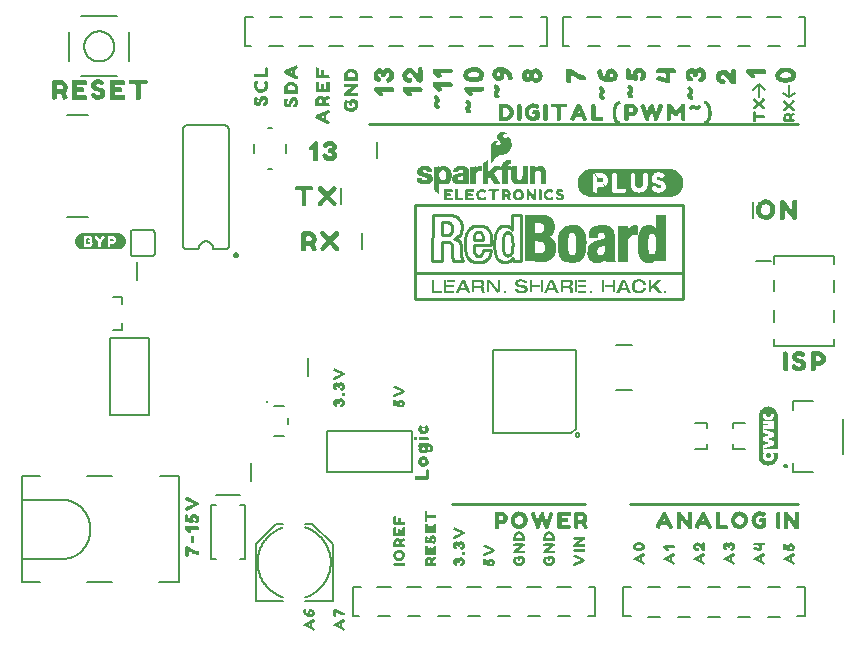
<source format=gto>
G04 EAGLE Gerber RS-274X export*
G75*
%MOMM*%
%FSLAX34Y34*%
%LPD*%
%INSilkscreen Top*%
%IPPOS*%
%AMOC8*
5,1,8,0,0,1.08239X$1,22.5*%
G01*
%ADD10C,0.203200*%
%ADD11C,0.254000*%
%ADD12C,0.254000*%
%ADD13C,0.152400*%
%ADD14C,0.228600*%
%ADD15R,0.698500X0.187959*%
%ADD16R,0.967741X0.175259*%
%ADD17R,0.226059X1.084578*%
%ADD18R,0.703578X0.172719*%
%ADD19R,0.731519X0.172719*%
%ADD20R,0.878841X4.020822*%
%ADD21R,0.904241X4.008122*%
%ADD22R,0.231141X1.109981*%
%ADD23R,0.218441X1.112519*%
%ADD24R,0.231141X1.107441*%
%ADD25R,0.231141X0.213363*%
%ADD26R,0.226059X1.109981*%
%ADD27R,0.228600X1.109981*%
%ADD28R,0.723900X0.172719*%
%ADD29R,0.640078X0.175259*%
%ADD30R,0.746759X0.170181*%
%ADD31R,0.695959X0.172719*%
%ADD32R,0.728981X0.172719*%
%ADD33R,0.754378X0.172719*%
%ADD34R,0.571500X0.172719*%
%ADD35R,0.228600X0.213363*%

G36*
X533433Y393183D02*
X533433Y393183D01*
X533434Y393181D01*
X534534Y393281D01*
X535734Y393381D01*
X535739Y393385D01*
X535742Y393382D01*
X536942Y393682D01*
X536944Y393685D01*
X536947Y393684D01*
X538047Y394084D01*
X538048Y394086D01*
X538050Y394085D01*
X539150Y394585D01*
X539152Y394589D01*
X539155Y394588D01*
X540155Y395188D01*
X540157Y395192D01*
X540160Y395191D01*
X541060Y395891D01*
X541061Y395894D01*
X541063Y395893D01*
X541963Y396693D01*
X541964Y396698D01*
X541967Y396697D01*
X542767Y397597D01*
X542767Y397602D01*
X542770Y397602D01*
X543470Y398602D01*
X543470Y398604D01*
X543472Y398605D01*
X544072Y399605D01*
X544072Y399608D01*
X544074Y399608D01*
X544574Y400608D01*
X544573Y400613D01*
X544577Y400614D01*
X544977Y401814D01*
X544976Y401816D01*
X544978Y401817D01*
X545278Y402917D01*
X545277Y402918D01*
X545278Y402919D01*
X545276Y402921D01*
X545279Y402922D01*
X545479Y404122D01*
X545476Y404127D01*
X545479Y404130D01*
X545479Y405330D01*
X545477Y405333D01*
X545479Y405334D01*
X545379Y406534D01*
X545377Y406537D01*
X545378Y406539D01*
X545178Y407639D01*
X545177Y407641D01*
X545178Y407642D01*
X544878Y408842D01*
X544875Y408844D01*
X544876Y408847D01*
X544476Y409947D01*
X544473Y409949D01*
X544474Y409952D01*
X543974Y410952D01*
X543969Y410954D01*
X543970Y410958D01*
X542570Y412958D01*
X542564Y412960D01*
X542565Y412965D01*
X541765Y413765D01*
X541763Y413765D01*
X541763Y413767D01*
X540863Y414567D01*
X540858Y414567D01*
X540858Y414570D01*
X539858Y415270D01*
X539851Y415270D01*
X539850Y415275D01*
X538751Y415774D01*
X537752Y416274D01*
X537747Y416273D01*
X537746Y416277D01*
X536546Y416677D01*
X536541Y416675D01*
X536539Y416678D01*
X535439Y416878D01*
X535436Y416877D01*
X535434Y416879D01*
X533034Y417079D01*
X533031Y417077D01*
X533030Y417079D01*
X467830Y417079D01*
X467823Y417074D01*
X467816Y417077D01*
X467811Y417065D01*
X467783Y417043D01*
X467791Y417032D01*
X467790Y417031D01*
X467796Y417024D01*
X467795Y417021D01*
X467771Y417057D01*
X467731Y417071D01*
X467724Y417079D01*
X466925Y416979D01*
X465826Y416879D01*
X465821Y416875D01*
X465818Y416878D01*
X464618Y416578D01*
X464618Y416577D01*
X464617Y416578D01*
X463517Y416278D01*
X463513Y416273D01*
X463510Y416275D01*
X462410Y415775D01*
X462408Y415771D01*
X462405Y415772D01*
X461405Y415172D01*
X461404Y415170D01*
X461402Y415170D01*
X460402Y414470D01*
X460400Y414466D01*
X460397Y414467D01*
X459497Y413667D01*
X459496Y413662D01*
X459493Y413663D01*
X458693Y412763D01*
X458693Y412760D01*
X458691Y412760D01*
X457991Y411860D01*
X457991Y411856D01*
X457988Y411855D01*
X457388Y410855D01*
X457388Y410854D01*
X457387Y410854D01*
X456787Y409754D01*
X456788Y409748D01*
X456784Y409747D01*
X456384Y408647D01*
X456385Y408644D01*
X456383Y408643D01*
X456083Y407543D01*
X456085Y407537D01*
X456081Y407534D01*
X455881Y405134D01*
X455884Y405129D01*
X455881Y405126D01*
X456081Y402726D01*
X456085Y402721D01*
X456083Y402717D01*
X456383Y401617D01*
X456385Y401615D01*
X456384Y401613D01*
X456784Y400513D01*
X456788Y400510D01*
X456787Y400506D01*
X457387Y399406D01*
X457388Y399406D01*
X457388Y399405D01*
X457988Y398405D01*
X457992Y398403D01*
X457991Y398400D01*
X458691Y397500D01*
X458694Y397499D01*
X458693Y397497D01*
X459493Y396597D01*
X459498Y396596D01*
X459497Y396593D01*
X460397Y395793D01*
X460402Y395793D01*
X460402Y395790D01*
X461402Y395090D01*
X461404Y395090D01*
X461405Y395088D01*
X462405Y394488D01*
X462409Y394488D01*
X462410Y394485D01*
X463510Y393985D01*
X463515Y393986D01*
X463517Y393983D01*
X464617Y393683D01*
X464618Y393683D01*
X464618Y393682D01*
X465818Y393382D01*
X465823Y393384D01*
X465826Y393381D01*
X466926Y393281D01*
X468126Y393181D01*
X468129Y393183D01*
X468130Y393181D01*
X533430Y393181D01*
X533433Y393183D01*
G37*
G36*
X617411Y165708D02*
X617411Y165708D01*
X617419Y165705D01*
X618997Y165865D01*
X619001Y165868D01*
X619009Y165867D01*
X620525Y166333D01*
X620529Y166337D01*
X620537Y166338D01*
X621933Y167089D01*
X621936Y167094D01*
X621943Y167096D01*
X623165Y168107D01*
X623167Y168113D01*
X623174Y168116D01*
X624175Y169346D01*
X624175Y169351D01*
X624181Y169356D01*
X624925Y170756D01*
X624925Y170760D01*
X624927Y170762D01*
X624927Y170764D01*
X624930Y170767D01*
X625387Y172285D01*
X625385Y172290D01*
X625389Y172297D01*
X625547Y173875D01*
X625546Y173878D01*
X625547Y173881D01*
X625547Y176378D01*
X625535Y176397D01*
X625531Y176420D01*
X625516Y176426D01*
X625511Y176435D01*
X625500Y176433D01*
X625484Y176440D01*
X625334Y176439D01*
X620952Y176439D01*
X620941Y176432D01*
X620928Y176434D01*
X620915Y176415D01*
X620895Y176402D01*
X620897Y176389D01*
X620889Y176378D01*
X620904Y176344D01*
X620905Y176335D01*
X620908Y176333D01*
X620909Y176331D01*
X620909Y176330D01*
X621148Y176108D01*
X621502Y175727D01*
X621786Y175294D01*
X621999Y174822D01*
X622125Y174320D01*
X622182Y173804D01*
X622161Y173283D01*
X622112Y172764D01*
X621975Y172262D01*
X621805Y171771D01*
X621551Y171318D01*
X621244Y170901D01*
X620897Y170514D01*
X620478Y170206D01*
X620038Y169929D01*
X619563Y169714D01*
X619068Y169554D01*
X618561Y169429D01*
X617519Y169330D01*
X616475Y169395D01*
X615966Y169510D01*
X615461Y169643D01*
X614988Y169859D01*
X614533Y170113D01*
X614113Y170419D01*
X613752Y170791D01*
X613427Y171194D01*
X613174Y171648D01*
X612986Y172132D01*
X612835Y172629D01*
X612755Y173670D01*
X612804Y174187D01*
X612920Y174693D01*
X613109Y175175D01*
X613378Y175617D01*
X613711Y176018D01*
X614006Y176333D01*
X614007Y176343D01*
X614014Y176347D01*
X614014Y176348D01*
X614017Y176350D01*
X614013Y176375D01*
X614018Y176400D01*
X614009Y176406D01*
X614007Y176417D01*
X613966Y176436D01*
X613962Y176439D01*
X613961Y176438D01*
X613960Y176439D01*
X612905Y176439D01*
X612852Y176443D01*
X612852Y179388D01*
X625492Y179388D01*
X625511Y179400D01*
X625534Y179404D01*
X625540Y179419D01*
X625549Y179424D01*
X625547Y179435D01*
X625554Y179451D01*
X625547Y179961D01*
X625547Y207459D01*
X625546Y207461D01*
X625547Y207463D01*
X625514Y207990D01*
X625514Y207991D01*
X625514Y207993D01*
X625408Y209045D01*
X625406Y209047D01*
X625407Y209051D01*
X625300Y209567D01*
X625298Y209569D01*
X625299Y209572D01*
X624985Y210583D01*
X624983Y210584D01*
X624983Y210588D01*
X624778Y211073D01*
X624776Y211075D01*
X624776Y211079D01*
X624271Y212008D01*
X624268Y212010D01*
X624268Y212014D01*
X623970Y212448D01*
X623967Y212449D01*
X623966Y212452D01*
X623293Y213268D01*
X623290Y213269D01*
X623288Y213273D01*
X622909Y213638D01*
X622907Y213639D01*
X622905Y213641D01*
X622090Y214314D01*
X622086Y214315D01*
X622083Y214319D01*
X621638Y214600D01*
X621636Y214600D01*
X621634Y214602D01*
X620705Y215107D01*
X620701Y215106D01*
X620697Y215110D01*
X620204Y215296D01*
X620202Y215295D01*
X620200Y215297D01*
X619190Y215611D01*
X619187Y215610D01*
X619182Y215613D01*
X618662Y215698D01*
X618661Y215697D01*
X618659Y215699D01*
X617606Y215805D01*
X617603Y215803D01*
X617599Y215805D01*
X617073Y215797D01*
X617071Y215795D01*
X617068Y215796D01*
X616015Y215690D01*
X616013Y215688D01*
X616009Y215689D01*
X615493Y215587D01*
X615491Y215585D01*
X615487Y215585D01*
X614477Y215272D01*
X614475Y215269D01*
X614471Y215270D01*
X613985Y215068D01*
X613983Y215066D01*
X613979Y215066D01*
X613050Y214561D01*
X613048Y214559D01*
X613044Y214558D01*
X612608Y214263D01*
X612607Y214261D01*
X612603Y214260D01*
X611788Y213587D01*
X611787Y213584D01*
X611783Y213582D01*
X611415Y213205D01*
X611414Y213203D01*
X611411Y213202D01*
X610738Y212386D01*
X610738Y212382D01*
X610734Y212380D01*
X610450Y211936D01*
X610450Y211934D01*
X610447Y211933D01*
X609943Y211003D01*
X609943Y210999D01*
X609939Y210996D01*
X609750Y210504D01*
X609750Y210502D01*
X609749Y210500D01*
X609435Y209490D01*
X609436Y209487D01*
X609433Y209482D01*
X609343Y208964D01*
X609344Y208962D01*
X609343Y208959D01*
X609237Y207907D01*
X609212Y207666D01*
X609214Y207663D01*
X609212Y207660D01*
X609212Y174344D01*
X609217Y173815D01*
X609219Y173813D01*
X609218Y173810D01*
X609377Y172231D01*
X609380Y172227D01*
X609379Y172219D01*
X609849Y170704D01*
X609854Y170700D01*
X609854Y170692D01*
X610612Y169299D01*
X610616Y169296D01*
X610618Y169289D01*
X610763Y169115D01*
X610920Y168927D01*
X610972Y168864D01*
X611077Y168739D01*
X611129Y168676D01*
X611234Y168550D01*
X611286Y168488D01*
X611391Y168362D01*
X611443Y168299D01*
X611548Y168174D01*
X611600Y168111D01*
X611634Y168071D01*
X611639Y168069D01*
X611643Y168062D01*
X612874Y167064D01*
X612880Y167064D01*
X612884Y167058D01*
X613813Y166553D01*
X613815Y166554D01*
X613815Y166552D01*
X614287Y166317D01*
X614292Y166318D01*
X614297Y166313D01*
X615307Y166000D01*
X615308Y166000D01*
X615309Y165999D01*
X615817Y165860D01*
X615822Y165861D01*
X615828Y165858D01*
X617406Y165705D01*
X617411Y165708D01*
G37*
G36*
X451893Y337377D02*
X451893Y337377D01*
X451895Y337376D01*
X453622Y337478D01*
X453626Y337480D01*
X453631Y337479D01*
X455587Y337886D01*
X455591Y337889D01*
X455597Y337889D01*
X456969Y338422D01*
X456971Y338425D01*
X456977Y338426D01*
X458882Y339518D01*
X458885Y339524D01*
X458894Y339527D01*
X460342Y340899D01*
X460343Y340905D01*
X460351Y340909D01*
X461341Y342382D01*
X461342Y342388D01*
X461347Y342394D01*
X462186Y344425D01*
X462185Y344429D01*
X462188Y344432D01*
X462950Y347150D01*
X462949Y347155D01*
X462952Y347160D01*
X463358Y350716D01*
X463357Y350719D01*
X463359Y350722D01*
X463460Y354964D01*
X463459Y354965D01*
X463460Y354967D01*
X463410Y356694D01*
X463408Y356696D01*
X463409Y356700D01*
X463028Y359900D01*
X463026Y359903D01*
X463027Y359909D01*
X462645Y361356D01*
X462645Y361357D01*
X462645Y361358D01*
X462163Y363034D01*
X462158Y363038D01*
X462158Y363045D01*
X461447Y364442D01*
X461445Y364444D01*
X461444Y364447D01*
X460657Y365692D01*
X460653Y365694D01*
X460652Y365698D01*
X459788Y366740D01*
X459782Y366742D01*
X459778Y366750D01*
X458915Y367410D01*
X458912Y367410D01*
X458910Y367413D01*
X457564Y368277D01*
X457557Y368277D01*
X457550Y368283D01*
X455137Y369096D01*
X455131Y369095D01*
X455123Y369099D01*
X452964Y369302D01*
X452961Y369301D01*
X452956Y369303D01*
X452016Y369271D01*
X452014Y369282D01*
X451999Y369289D01*
X451993Y369297D01*
X451983Y369296D01*
X451966Y369303D01*
X450823Y369277D01*
X449046Y369252D01*
X449041Y369249D01*
X449034Y369250D01*
X447103Y368844D01*
X447100Y368841D01*
X447094Y368841D01*
X445596Y368283D01*
X445593Y368279D01*
X445587Y368278D01*
X443758Y367237D01*
X443754Y367230D01*
X443744Y367226D01*
X442322Y365779D01*
X442321Y365774D01*
X442315Y365771D01*
X441223Y364221D01*
X441223Y364216D01*
X441217Y364210D01*
X440378Y362254D01*
X440379Y362252D01*
X440378Y362251D01*
X440378Y362249D01*
X440375Y362246D01*
X439639Y359477D01*
X439640Y359473D01*
X439637Y359468D01*
X439231Y355937D01*
X439232Y355934D01*
X439230Y355930D01*
X439256Y351663D01*
X439256Y351662D01*
X439256Y351661D01*
X439306Y349934D01*
X439308Y349932D01*
X439307Y349928D01*
X439688Y346728D01*
X439689Y346727D01*
X439688Y346726D01*
X439917Y345278D01*
X439921Y345274D01*
X439920Y345265D01*
X440555Y343589D01*
X440558Y343587D01*
X440558Y343583D01*
X441269Y342186D01*
X441271Y342184D01*
X441272Y342181D01*
X442059Y340936D01*
X442063Y340934D01*
X442064Y340930D01*
X442928Y339888D01*
X442934Y339886D01*
X442938Y339878D01*
X443801Y339218D01*
X443806Y339218D01*
X443810Y339212D01*
X445207Y338476D01*
X445212Y338476D01*
X445218Y338471D01*
X447631Y337709D01*
X447635Y337710D01*
X447640Y337707D01*
X449748Y337377D01*
X449752Y337379D01*
X449758Y337376D01*
X451891Y337376D01*
X451893Y337377D01*
G37*
G36*
X473542Y337317D02*
X473542Y337317D01*
X473552Y337314D01*
X474340Y337441D01*
X474343Y337444D01*
X474348Y337443D01*
X474906Y337570D01*
X474910Y337572D01*
X474914Y337572D01*
X475346Y337699D01*
X475347Y337699D01*
X476338Y338004D01*
X476348Y338013D01*
X476363Y338015D01*
X476713Y338215D01*
X476884Y338288D01*
X476890Y338294D01*
X476899Y338296D01*
X477153Y338448D01*
X477155Y338451D01*
X477158Y338452D01*
X477387Y338604D01*
X477388Y338606D01*
X477391Y338607D01*
X477772Y338887D01*
X477776Y338893D01*
X477783Y338895D01*
X478088Y339175D01*
X478418Y339480D01*
X478421Y339485D01*
X478426Y339487D01*
X478729Y339815D01*
X479032Y340118D01*
X479035Y340127D01*
X479039Y340129D01*
X479041Y340133D01*
X479047Y340138D01*
X479078Y340184D01*
X479140Y340133D01*
X479251Y339821D01*
X479300Y339479D01*
X479308Y339466D01*
X479308Y339450D01*
X479459Y339071D01*
X479560Y338793D01*
X479573Y338780D01*
X479578Y338760D01*
X479730Y338557D01*
X479883Y338354D01*
X479900Y338344D01*
X479914Y338325D01*
X480066Y338223D01*
X480082Y338220D01*
X480096Y338208D01*
X480325Y338132D01*
X480344Y338134D01*
X480365Y338126D01*
X487502Y338126D01*
X487510Y338129D01*
X487520Y338127D01*
X487698Y338152D01*
X487712Y338161D01*
X487730Y338161D01*
X487908Y338237D01*
X487923Y338254D01*
X487971Y338297D01*
X488072Y338500D01*
X488073Y338511D01*
X488080Y338520D01*
X488157Y338774D01*
X488153Y338804D01*
X488154Y338855D01*
X488078Y339058D01*
X488076Y339060D01*
X488075Y339064D01*
X487926Y339413D01*
X487826Y339737D01*
X487825Y339738D01*
X487825Y339740D01*
X487674Y340192D01*
X487524Y340820D01*
X487423Y341300D01*
X487421Y341303D01*
X487421Y341307D01*
X487321Y341681D01*
X487273Y342020D01*
X487273Y360502D01*
X487270Y360508D01*
X487272Y360515D01*
X487222Y361017D01*
X487222Y361340D01*
X487221Y361344D01*
X487222Y361348D01*
X487196Y361755D01*
X487194Y361760D01*
X487195Y361766D01*
X487144Y362096D01*
X487144Y362097D01*
X487144Y362098D01*
X487017Y362835D01*
X487016Y362836D01*
X487016Y362838D01*
X486966Y363092D01*
X486964Y363094D01*
X486965Y363097D01*
X486838Y363630D01*
X486834Y363636D01*
X486834Y363643D01*
X486657Y364149D01*
X486555Y364454D01*
X486554Y364455D01*
X486554Y364457D01*
X486452Y364736D01*
X486443Y364746D01*
X486440Y364761D01*
X486266Y365035D01*
X486142Y365283D01*
X486139Y365286D01*
X486138Y365290D01*
X485960Y365595D01*
X485782Y365900D01*
X485779Y365903D01*
X485777Y365908D01*
X485498Y366314D01*
X485488Y366320D01*
X485483Y366332D01*
X485153Y366662D01*
X484848Y366967D01*
X484845Y366968D01*
X484844Y366971D01*
X484808Y367004D01*
X484669Y367130D01*
X484565Y367225D01*
X484559Y367227D01*
X484555Y367233D01*
X484149Y367537D01*
X484147Y367538D01*
X484146Y367540D01*
X483892Y367718D01*
X483885Y367719D01*
X483880Y367725D01*
X483372Y368004D01*
X483368Y368005D01*
X483365Y368008D01*
X482984Y368186D01*
X482981Y368186D01*
X482979Y368188D01*
X482497Y368391D01*
X482493Y368391D01*
X482490Y368394D01*
X482059Y368546D01*
X481654Y368698D01*
X481651Y368698D01*
X481648Y368700D01*
X481013Y368903D01*
X481004Y368902D01*
X480996Y368907D01*
X480412Y369009D01*
X480411Y369008D01*
X480410Y369009D01*
X479780Y369110D01*
X479453Y369185D01*
X479445Y369184D01*
X479437Y369188D01*
X478624Y369264D01*
X478619Y369262D01*
X478613Y369264D01*
X473965Y369290D01*
X473957Y369287D01*
X473948Y369289D01*
X472932Y369162D01*
X472925Y369158D01*
X472915Y369159D01*
X472153Y368955D01*
X471647Y368829D01*
X471644Y368827D01*
X471640Y368827D01*
X471237Y368701D01*
X470656Y368549D01*
X470646Y368542D01*
X470633Y368541D01*
X470155Y368315D01*
X469627Y368113D01*
X469617Y368104D01*
X469603Y368101D01*
X469250Y367874D01*
X468947Y367698D01*
X468944Y367693D01*
X468938Y367692D01*
X468506Y367387D01*
X468504Y367383D01*
X468498Y367381D01*
X468196Y367129D01*
X467615Y366700D01*
X467609Y366689D01*
X467597Y366684D01*
X467318Y366379D01*
X467315Y366372D01*
X467308Y366367D01*
X466982Y365916D01*
X466758Y365667D01*
X466755Y365656D01*
X466745Y365649D01*
X466491Y365243D01*
X466263Y364888D01*
X466261Y364877D01*
X466253Y364868D01*
X466076Y364439D01*
X465899Y364061D01*
X465899Y364058D01*
X465897Y364056D01*
X465694Y363574D01*
X465694Y363571D01*
X465692Y363569D01*
X465540Y363163D01*
X465540Y363153D01*
X465535Y363145D01*
X465459Y362790D01*
X465306Y362104D01*
X465307Y362100D01*
X465305Y362097D01*
X465152Y361132D01*
X465155Y361123D01*
X465151Y361113D01*
X465126Y358522D01*
X465127Y358520D01*
X465126Y358517D01*
X465145Y358475D01*
X465163Y358431D01*
X465165Y358430D01*
X465167Y358428D01*
X465251Y358395D01*
X472744Y358369D01*
X472748Y358371D01*
X472751Y358370D01*
X472834Y358406D01*
X472986Y358559D01*
X472996Y358583D01*
X473017Y358608D01*
X473093Y358837D01*
X473092Y358851D01*
X473099Y358865D01*
X473125Y359145D01*
X473124Y359147D01*
X473125Y359149D01*
X473150Y359580D01*
X473150Y359581D01*
X473150Y359582D01*
X473176Y360167D01*
X473175Y360169D01*
X473176Y360172D01*
X473176Y360541D01*
X473249Y360933D01*
X473348Y361327D01*
X473443Y361564D01*
X473613Y361856D01*
X473812Y362130D01*
X473813Y362132D01*
X473815Y362134D01*
X473905Y362269D01*
X474318Y362585D01*
X474482Y362702D01*
X474960Y362893D01*
X475696Y362967D01*
X476672Y362942D01*
X477230Y362869D01*
X477683Y362654D01*
X478061Y362371D01*
X478326Y361961D01*
X478547Y361569D01*
X478693Y361107D01*
X478766Y360714D01*
X478816Y360068D01*
X478791Y359497D01*
X478719Y358943D01*
X478454Y358486D01*
X478262Y358199D01*
X477880Y357864D01*
X477621Y357728D01*
X477614Y357729D01*
X477611Y357726D01*
X477606Y357726D01*
X476721Y357422D01*
X476268Y357297D01*
X475887Y357195D01*
X475328Y357043D01*
X474644Y356865D01*
X474643Y356865D01*
X474238Y356764D01*
X474234Y356760D01*
X474227Y356761D01*
X473724Y356584D01*
X473147Y356434D01*
X472692Y356333D01*
X472691Y356332D01*
X472689Y356332D01*
X472079Y356180D01*
X472076Y356177D01*
X472072Y356178D01*
X471590Y356026D01*
X471083Y355873D01*
X471081Y355872D01*
X471079Y355872D01*
X470622Y355720D01*
X470089Y355542D01*
X469634Y355390D01*
X469127Y355238D01*
X469116Y355229D01*
X469100Y355226D01*
X468795Y355049D01*
X468794Y355047D01*
X468792Y355047D01*
X468591Y354921D01*
X468009Y354592D01*
X468005Y354587D01*
X467998Y354585D01*
X467643Y354332D01*
X467392Y354156D01*
X467114Y353979D01*
X467107Y353968D01*
X467093Y353962D01*
X466712Y353581D01*
X466711Y353579D01*
X466708Y353577D01*
X466406Y353249D01*
X465899Y352743D01*
X465897Y352738D01*
X465892Y352735D01*
X465613Y352405D01*
X465609Y352394D01*
X465599Y352386D01*
X465396Y352030D01*
X465396Y352025D01*
X465391Y352021D01*
X465239Y351691D01*
X465239Y351689D01*
X465238Y351688D01*
X465060Y351282D01*
X465060Y351281D01*
X465059Y351280D01*
X464858Y350802D01*
X464656Y350399D01*
X464655Y350383D01*
X464646Y350368D01*
X464468Y349530D01*
X464468Y349528D01*
X464467Y349526D01*
X464315Y348662D01*
X464317Y348652D01*
X464313Y348642D01*
X464262Y344476D01*
X464266Y344467D01*
X464263Y344457D01*
X464390Y343568D01*
X464395Y343560D01*
X464395Y343549D01*
X464598Y342888D01*
X464699Y342558D01*
X464702Y342555D01*
X464702Y342550D01*
X464905Y342017D01*
X464910Y342012D01*
X464910Y342005D01*
X465215Y341396D01*
X465216Y341395D01*
X465216Y341393D01*
X465444Y340964D01*
X465646Y340535D01*
X465653Y340529D01*
X465655Y340519D01*
X465858Y340214D01*
X465866Y340209D01*
X465870Y340199D01*
X466121Y339922D01*
X466348Y339645D01*
X466356Y339641D01*
X466360Y339632D01*
X466375Y339618D01*
X466685Y339332D01*
X466859Y339134D01*
X466869Y339129D01*
X466876Y339117D01*
X467101Y338942D01*
X467327Y338742D01*
X467337Y338738D01*
X467338Y338737D01*
X467339Y338734D01*
X467341Y338734D01*
X467345Y338728D01*
X467672Y338527D01*
X467999Y338300D01*
X468007Y338299D01*
X468012Y338293D01*
X468444Y338064D01*
X468449Y338064D01*
X468453Y338060D01*
X468809Y337907D01*
X469214Y337730D01*
X469222Y337730D01*
X469228Y337725D01*
X469812Y337547D01*
X469816Y337547D01*
X469820Y337545D01*
X470556Y337367D01*
X470568Y337369D01*
X470580Y337364D01*
X471672Y337313D01*
X471675Y337314D01*
X471678Y337313D01*
X473532Y337313D01*
X473542Y337317D01*
G37*
G36*
X66885Y348754D02*
X66885Y348754D01*
X66888Y348751D01*
X67488Y348851D01*
X68187Y348951D01*
X68887Y349051D01*
X68895Y349059D01*
X68902Y349056D01*
X70702Y349956D01*
X70707Y349966D01*
X70715Y349965D01*
X71213Y350463D01*
X71711Y350862D01*
X71713Y350869D01*
X71718Y350869D01*
X72118Y351369D01*
X72119Y351373D01*
X72121Y351373D01*
X72921Y352573D01*
X72921Y352578D01*
X72922Y352579D01*
X72920Y352581D01*
X72920Y352582D01*
X72927Y352584D01*
X73327Y353784D01*
X73326Y353786D01*
X73327Y353786D01*
X73527Y354486D01*
X73526Y354491D01*
X73529Y354493D01*
X73629Y355193D01*
X73626Y355198D01*
X73629Y355200D01*
X73629Y355800D01*
X73626Y355804D01*
X73629Y355807D01*
X73429Y357207D01*
X73424Y357212D01*
X73427Y357216D01*
X73227Y357816D01*
X73224Y357817D01*
X73225Y357819D01*
X72925Y358519D01*
X72923Y358521D01*
X72924Y358522D01*
X72624Y359122D01*
X72621Y359123D01*
X72622Y359125D01*
X72322Y359625D01*
X72314Y359629D01*
X72315Y359635D01*
X70815Y361135D01*
X70806Y361136D01*
X70805Y361142D01*
X70305Y361442D01*
X70302Y361442D01*
X70302Y361444D01*
X69702Y361744D01*
X69700Y361744D01*
X69699Y361745D01*
X68999Y362045D01*
X68996Y362045D01*
X68996Y362047D01*
X68396Y362247D01*
X68391Y362245D01*
X68389Y362245D01*
X68387Y362249D01*
X66987Y362449D01*
X66982Y362446D01*
X66980Y362449D01*
X37180Y362449D01*
X37176Y362446D01*
X37173Y362449D01*
X35773Y362249D01*
X35770Y362245D01*
X35768Y362245D01*
X35767Y362245D01*
X35764Y362247D01*
X35165Y362047D01*
X34466Y361847D01*
X34462Y361842D01*
X34458Y361844D01*
X33858Y361544D01*
X33855Y361537D01*
X33849Y361538D01*
X33351Y361140D01*
X32753Y360741D01*
X32750Y360734D01*
X32745Y360735D01*
X32245Y360235D01*
X32245Y360231D01*
X32242Y360231D01*
X31442Y359231D01*
X31441Y359223D01*
X31436Y359222D01*
X30836Y358022D01*
X30837Y358015D01*
X30833Y358014D01*
X30633Y357314D01*
X30635Y357309D01*
X30631Y357307D01*
X30531Y356608D01*
X30431Y356008D01*
X30433Y356004D01*
X30434Y356002D01*
X30431Y356000D01*
X30431Y355300D01*
X30434Y355296D01*
X30431Y355293D01*
X30531Y354593D01*
X30532Y354592D01*
X30531Y354592D01*
X30631Y353992D01*
X30635Y353989D01*
X30633Y353986D01*
X30833Y353286D01*
X30838Y353282D01*
X30836Y353278D01*
X31436Y352078D01*
X31440Y352076D01*
X31439Y352073D01*
X31839Y351473D01*
X31842Y351472D01*
X31842Y351469D01*
X32242Y350969D01*
X32246Y350968D01*
X32245Y350965D01*
X32745Y350465D01*
X32749Y350465D01*
X32749Y350462D01*
X33249Y350062D01*
X33253Y350061D01*
X33253Y350059D01*
X33853Y349659D01*
X33857Y349659D01*
X33858Y349656D01*
X34458Y349356D01*
X34463Y349357D01*
X34464Y349353D01*
X35064Y349153D01*
X35066Y349154D01*
X35066Y349153D01*
X35766Y348953D01*
X35770Y348954D01*
X35772Y348951D01*
X36372Y348851D01*
X36373Y348852D01*
X36373Y348851D01*
X37073Y348751D01*
X37078Y348754D01*
X37080Y348751D01*
X66880Y348751D01*
X66885Y348754D01*
G37*
G36*
X426778Y338052D02*
X426778Y338052D01*
X426786Y338050D01*
X427396Y338127D01*
X427399Y338128D01*
X427402Y338127D01*
X427834Y338204D01*
X427836Y338205D01*
X427838Y338204D01*
X429159Y338484D01*
X429161Y338485D01*
X429164Y338485D01*
X429672Y338612D01*
X429674Y338614D01*
X429678Y338614D01*
X430260Y338791D01*
X430793Y338943D01*
X430799Y338948D01*
X430806Y338948D01*
X431365Y339176D01*
X431368Y339179D01*
X431371Y339179D01*
X431803Y339382D01*
X432309Y339610D01*
X432314Y339616D01*
X432323Y339617D01*
X432780Y339897D01*
X433160Y340125D01*
X433162Y340127D01*
X433165Y340128D01*
X433546Y340382D01*
X433548Y340384D01*
X433551Y340385D01*
X433932Y340665D01*
X433934Y340668D01*
X433939Y340670D01*
X434269Y340949D01*
X434270Y340951D01*
X434272Y340952D01*
X434526Y341181D01*
X434528Y341185D01*
X434533Y341188D01*
X434965Y341645D01*
X434966Y341647D01*
X434968Y341647D01*
X435399Y342130D01*
X435400Y342130D01*
X435806Y342588D01*
X435809Y342597D01*
X435818Y342603D01*
X436097Y343035D01*
X436098Y343039D01*
X436102Y343043D01*
X436406Y343601D01*
X436533Y343829D01*
X436534Y343841D01*
X436543Y343851D01*
X436669Y344228D01*
X436921Y344860D01*
X436921Y344862D01*
X436923Y344865D01*
X437075Y345296D01*
X437202Y345652D01*
X437202Y345653D01*
X437203Y345654D01*
X437406Y346264D01*
X437406Y346272D01*
X437410Y346279D01*
X437512Y346787D01*
X437512Y346788D01*
X437512Y346790D01*
X437589Y347221D01*
X437588Y347226D01*
X437590Y347229D01*
X437640Y347685D01*
X437716Y348295D01*
X437716Y348298D01*
X437717Y348301D01*
X437793Y349291D01*
X437792Y349296D01*
X437794Y349301D01*
X437794Y349987D01*
X437794Y350647D01*
X437792Y350650D01*
X437794Y350653D01*
X437768Y351161D01*
X437763Y351171D01*
X437765Y351184D01*
X437666Y351604D01*
X437663Y351688D01*
X437659Y351815D01*
X437654Y351941D01*
X437650Y352067D01*
X437645Y352193D01*
X437641Y352303D01*
X437637Y352311D01*
X437639Y352321D01*
X437563Y352728D01*
X437561Y352731D01*
X437561Y352735D01*
X437359Y353545D01*
X437257Y354002D01*
X437252Y354010D01*
X437252Y354020D01*
X437074Y354477D01*
X437071Y354481D01*
X437070Y354485D01*
X436867Y354917D01*
X436865Y354919D01*
X436865Y354922D01*
X436638Y355351D01*
X436435Y355781D01*
X436431Y355785D01*
X436430Y355791D01*
X436252Y356095D01*
X436248Y356099D01*
X436247Y356104D01*
X436069Y356358D01*
X436067Y356359D01*
X436067Y356362D01*
X435914Y356565D01*
X435913Y356566D01*
X435659Y356896D01*
X435656Y356898D01*
X435654Y356902D01*
X435479Y357103D01*
X435175Y357482D01*
X435165Y357488D01*
X435159Y357499D01*
X434981Y357652D01*
X434979Y357652D01*
X434978Y357654D01*
X434572Y357984D01*
X434571Y357985D01*
X434190Y358289D01*
X434182Y358292D01*
X434176Y358299D01*
X433922Y358451D01*
X433922Y358452D01*
X433109Y358934D01*
X433098Y358936D01*
X433089Y358944D01*
X432685Y359096D01*
X432332Y359247D01*
X432331Y359247D01*
X432330Y359248D01*
X432147Y359321D01*
X432249Y359404D01*
X432615Y359575D01*
X432623Y359583D01*
X432634Y359586D01*
X432885Y359761D01*
X433135Y359911D01*
X433142Y359920D01*
X433153Y359925D01*
X433353Y360100D01*
X433579Y360276D01*
X433583Y360282D01*
X433591Y360286D01*
X433845Y360540D01*
X433846Y360542D01*
X433849Y360544D01*
X434149Y360869D01*
X434373Y361068D01*
X434376Y361074D01*
X434383Y361078D01*
X434637Y361357D01*
X434638Y361360D01*
X434641Y361362D01*
X434870Y361641D01*
X434872Y361651D01*
X434881Y361657D01*
X435130Y362082D01*
X435303Y362304D01*
X435306Y362316D01*
X435317Y362325D01*
X435493Y362679D01*
X435645Y362956D01*
X435646Y362969D01*
X435654Y362980D01*
X435754Y363304D01*
X435878Y363601D01*
X436029Y363929D01*
X436030Y363938D01*
X436035Y363945D01*
X436137Y364275D01*
X436137Y364281D01*
X436140Y364286D01*
X436216Y364639D01*
X436317Y365071D01*
X436367Y365272D01*
X436367Y365277D01*
X436369Y365281D01*
X436446Y365713D01*
X436445Y365713D01*
X436446Y365714D01*
X436497Y366019D01*
X436495Y366025D01*
X436498Y366032D01*
X436549Y366844D01*
X436547Y366849D01*
X436549Y366853D01*
X436524Y369673D01*
X436522Y369677D01*
X436523Y369681D01*
X436498Y370011D01*
X436495Y370018D01*
X436496Y370025D01*
X436420Y370431D01*
X436417Y370435D01*
X436418Y370440D01*
X436291Y370921D01*
X436216Y371249D01*
X436214Y371252D01*
X436214Y371255D01*
X436036Y371890D01*
X436031Y371897D01*
X436031Y371906D01*
X435879Y372259D01*
X435651Y372818D01*
X435649Y372820D01*
X435649Y372822D01*
X435446Y373279D01*
X435439Y373285D01*
X435437Y373295D01*
X435259Y373575D01*
X435259Y373576D01*
X434930Y374082D01*
X434677Y374511D01*
X434671Y374516D01*
X434669Y374524D01*
X434415Y374854D01*
X434408Y374858D01*
X434404Y374866D01*
X434074Y375196D01*
X433797Y375474D01*
X433596Y375699D01*
X433588Y375703D01*
X433583Y375712D01*
X433253Y375991D01*
X433246Y375993D01*
X433240Y376000D01*
X432732Y376331D01*
X432429Y376533D01*
X432420Y376535D01*
X432412Y376542D01*
X432034Y376719D01*
X431707Y376895D01*
X431703Y376895D01*
X431700Y376898D01*
X431092Y377177D01*
X430891Y377278D01*
X430882Y377278D01*
X430875Y377284D01*
X430418Y377437D01*
X430414Y377436D01*
X430410Y377439D01*
X429754Y377616D01*
X429300Y377767D01*
X429295Y377767D01*
X429291Y377770D01*
X429087Y377820D01*
X428376Y377998D01*
X428370Y377997D01*
X428365Y378001D01*
X428035Y378051D01*
X428030Y378050D01*
X428025Y378052D01*
X427391Y378103D01*
X427086Y378129D01*
X427081Y378127D01*
X427076Y378129D01*
X420294Y378129D01*
X420291Y378128D01*
X420288Y378129D01*
X420246Y378109D01*
X420203Y378091D01*
X420202Y378088D01*
X420199Y378087D01*
X420168Y378001D01*
X420244Y371245D01*
X420244Y371244D01*
X420263Y371201D01*
X420283Y371155D01*
X420284Y371155D01*
X420284Y371154D01*
X420368Y371120D01*
X422451Y371095D01*
X422458Y371097D01*
X422465Y371095D01*
X422713Y371120D01*
X423463Y371120D01*
X423985Y371070D01*
X424412Y370995D01*
X424832Y370921D01*
X425151Y370798D01*
X425153Y370798D01*
X425155Y370797D01*
X425726Y370598D01*
X426162Y370332D01*
X426382Y370136D01*
X426383Y370136D01*
X426383Y370135D01*
X426573Y369969D01*
X426716Y369755D01*
X426893Y369477D01*
X426897Y369474D01*
X426898Y369469D01*
X427114Y369182D01*
X427258Y368701D01*
X427331Y368333D01*
X427356Y368016D01*
X427356Y365343D01*
X427258Y364928D01*
X427186Y364662D01*
X427039Y364369D01*
X426937Y364165D01*
X426937Y364163D01*
X426935Y364160D01*
X426838Y363941D01*
X426698Y363732D01*
X426460Y363494D01*
X426087Y363220D01*
X425740Y362973D01*
X425451Y362828D01*
X424984Y362656D01*
X424461Y362557D01*
X424460Y362556D01*
X424458Y362556D01*
X424113Y362482D01*
X423640Y362457D01*
X423635Y362455D01*
X423630Y362456D01*
X423250Y362405D01*
X422546Y362330D01*
X421614Y362305D01*
X420474Y362330D01*
X420473Y362330D01*
X420472Y362330D01*
X420065Y362330D01*
X420063Y362329D01*
X420061Y362330D01*
X420018Y362310D01*
X419975Y362292D01*
X419974Y362290D01*
X419972Y362289D01*
X419939Y362204D01*
X419939Y355625D01*
X419958Y355580D01*
X419977Y355535D01*
X419986Y355531D01*
X420060Y355499D01*
X420695Y355474D01*
X420698Y355475D01*
X420700Y355474D01*
X421157Y355474D01*
X424346Y355423D01*
X424765Y355349D01*
X425240Y355249D01*
X425938Y355025D01*
X426203Y354904D01*
X426592Y354661D01*
X427014Y354263D01*
X427016Y354263D01*
X427017Y354261D01*
X427238Y354065D01*
X427556Y353673D01*
X427776Y353306D01*
X427998Y352813D01*
X428072Y352568D01*
X428245Y351925D01*
X428249Y351680D01*
X428252Y351554D01*
X428261Y351049D01*
X428263Y350923D01*
X428265Y350797D01*
X428272Y350418D01*
X428275Y350292D01*
X428274Y350292D01*
X428275Y350292D01*
X428277Y350165D01*
X428286Y349660D01*
X428288Y349534D01*
X428295Y349127D01*
X428272Y348841D01*
X428150Y348401D01*
X428051Y348154D01*
X427850Y347652D01*
X427677Y347332D01*
X427479Y347009D01*
X427282Y346738D01*
X427086Y346518D01*
X426839Y346271D01*
X426624Y346104D01*
X426327Y345930D01*
X426102Y345806D01*
X425908Y345709D01*
X425635Y345609D01*
X425631Y345605D01*
X425625Y345605D01*
X425209Y345409D01*
X424596Y345311D01*
X424327Y345287D01*
X420040Y345287D01*
X420038Y345286D01*
X420036Y345287D01*
X419993Y345267D01*
X419949Y345248D01*
X419948Y345246D01*
X419946Y345246D01*
X419914Y345161D01*
X419914Y338176D01*
X419914Y338174D01*
X419914Y338172D01*
X419934Y338129D01*
X419952Y338085D01*
X419954Y338084D01*
X419955Y338082D01*
X420040Y338049D01*
X426771Y338049D01*
X426778Y338052D01*
G37*
G36*
X517405Y337341D02*
X517405Y337341D01*
X517413Y337339D01*
X518251Y337441D01*
X518254Y337442D01*
X518258Y337442D01*
X518994Y337569D01*
X519004Y337575D01*
X519017Y337575D01*
X519424Y337727D01*
X519426Y337730D01*
X519430Y337730D01*
X519833Y337906D01*
X520161Y338032D01*
X520168Y338039D01*
X520179Y338041D01*
X520662Y338320D01*
X520663Y338322D01*
X520665Y338322D01*
X520995Y338525D01*
X520996Y338527D01*
X520999Y338528D01*
X521303Y338731D01*
X521306Y338734D01*
X521310Y338736D01*
X521742Y339066D01*
X521747Y339075D01*
X521758Y339081D01*
X522061Y339409D01*
X522333Y339681D01*
X522657Y339930D01*
X522662Y339939D01*
X522671Y339943D01*
X522690Y339990D01*
X522705Y340016D01*
X522703Y340021D01*
X522706Y340027D01*
X522985Y351482D01*
X522982Y351490D01*
X522985Y351498D01*
X522964Y351535D01*
X522949Y351574D01*
X522941Y351577D01*
X522937Y351584D01*
X522884Y351601D01*
X522858Y351611D01*
X522854Y351610D01*
X522850Y351611D01*
X522494Y351586D01*
X522489Y351583D01*
X522483Y351584D01*
X522424Y351550D01*
X522407Y351541D01*
X522406Y351539D01*
X522405Y351539D01*
X522303Y351412D01*
X522295Y351383D01*
X522276Y351346D01*
X522149Y350152D01*
X522149Y350151D01*
X522022Y348833D01*
X521896Y347820D01*
X521771Y347095D01*
X521571Y346420D01*
X521325Y345780D01*
X521008Y345341D01*
X520620Y344906D01*
X520320Y344744D01*
X519488Y344475D01*
X518409Y344499D01*
X517708Y344717D01*
X517325Y344980D01*
X517022Y345259D01*
X517012Y345269D01*
X516694Y345734D01*
X516271Y346529D01*
X516100Y347142D01*
X515974Y348071D01*
X515873Y349108D01*
X515695Y351921D01*
X515695Y354987D01*
X515848Y357573D01*
X515923Y358706D01*
X516072Y359378D01*
X516298Y360130D01*
X516549Y360733D01*
X516745Y361197D01*
X517057Y361557D01*
X517348Y361824D01*
X517691Y362045D01*
X517902Y362161D01*
X518505Y362306D01*
X519482Y362306D01*
X519967Y362112D01*
X519969Y362112D01*
X519971Y362111D01*
X520423Y361944D01*
X521129Y361141D01*
X521372Y360679D01*
X521696Y359833D01*
X521846Y359033D01*
X522048Y357718D01*
X522175Y356401D01*
X522176Y356398D01*
X522176Y356397D01*
X522175Y356394D01*
X522328Y355378D01*
X522337Y355362D01*
X522338Y355344D01*
X522362Y355322D01*
X522379Y355294D01*
X522397Y355290D01*
X522411Y355278D01*
X522447Y355279D01*
X522475Y355273D01*
X522487Y355280D01*
X522502Y355280D01*
X522984Y355484D01*
X522994Y355494D01*
X523008Y355497D01*
X523032Y355533D01*
X523053Y355554D01*
X523053Y355564D01*
X523058Y355573D01*
X523439Y357300D01*
X523437Y357314D01*
X523442Y357328D01*
X523366Y367031D01*
X523362Y367041D01*
X523364Y367051D01*
X523343Y367085D01*
X523327Y367121D01*
X523317Y367125D01*
X523311Y367134D01*
X523263Y367146D01*
X523235Y367156D01*
X523229Y367154D01*
X523223Y367155D01*
X522361Y367035D01*
X522175Y367180D01*
X521719Y367535D01*
X521211Y367941D01*
X521208Y367942D01*
X521206Y367945D01*
X520825Y368224D01*
X520822Y368225D01*
X520819Y368228D01*
X520464Y368457D01*
X520460Y368458D01*
X520458Y368460D01*
X520102Y368664D01*
X520096Y368664D01*
X520092Y368669D01*
X519812Y368796D01*
X519804Y368796D01*
X519796Y368802D01*
X519366Y368928D01*
X518911Y369080D01*
X518683Y369156D01*
X518675Y369156D01*
X518668Y369160D01*
X518059Y369287D01*
X518046Y369285D01*
X518033Y369290D01*
X514934Y369290D01*
X514928Y369287D01*
X514921Y369289D01*
X514210Y369213D01*
X514201Y369208D01*
X514191Y369210D01*
X513607Y369057D01*
X513605Y369056D01*
X513603Y369056D01*
X512994Y368878D01*
X512987Y368873D01*
X512978Y368873D01*
X512521Y368669D01*
X512516Y368665D01*
X512509Y368664D01*
X512333Y368563D01*
X511954Y368361D01*
X511953Y368360D01*
X511673Y368208D01*
X511670Y368203D01*
X511664Y368202D01*
X511283Y367948D01*
X511280Y367943D01*
X511274Y367941D01*
X511020Y367738D01*
X511018Y367734D01*
X511013Y367733D01*
X510709Y367453D01*
X510708Y367453D01*
X510708Y367452D01*
X510301Y367071D01*
X510299Y367067D01*
X510294Y367064D01*
X509786Y366505D01*
X509784Y366499D01*
X509778Y366495D01*
X509498Y366114D01*
X509497Y366108D01*
X509492Y366104D01*
X509263Y365723D01*
X509061Y365394D01*
X509060Y365389D01*
X509056Y365385D01*
X508905Y365083D01*
X508677Y364679D01*
X508677Y364674D01*
X508673Y364671D01*
X508470Y364239D01*
X508470Y364236D01*
X508467Y364233D01*
X508290Y363801D01*
X508290Y363797D01*
X508287Y363793D01*
X508160Y363414D01*
X507958Y362857D01*
X507958Y362855D01*
X507956Y362854D01*
X507804Y362396D01*
X507805Y362390D01*
X507801Y362384D01*
X507699Y361928D01*
X507598Y361496D01*
X507420Y360760D01*
X507421Y360753D01*
X507418Y360746D01*
X507316Y359935D01*
X507164Y358947D01*
X507165Y358944D01*
X507163Y358942D01*
X507011Y357621D01*
X507012Y357619D01*
X507011Y357616D01*
X506833Y355228D01*
X506834Y355224D01*
X506832Y355219D01*
X506832Y351536D01*
X506834Y351532D01*
X506833Y351528D01*
X506985Y349115D01*
X506986Y349113D01*
X506985Y349111D01*
X507112Y347790D01*
X507114Y347787D01*
X507113Y347783D01*
X507266Y346817D01*
X507393Y345980D01*
X507396Y345975D01*
X507395Y345969D01*
X507598Y345131D01*
X507599Y345130D01*
X507598Y345128D01*
X507725Y344646D01*
X507827Y344241D01*
X507828Y344239D01*
X507828Y344237D01*
X507980Y343704D01*
X507983Y343701D01*
X507982Y343697D01*
X508160Y343189D01*
X508164Y343185D01*
X508164Y343179D01*
X508469Y342493D01*
X508473Y342490D01*
X508473Y342484D01*
X508776Y341929D01*
X509054Y341323D01*
X509058Y341319D01*
X509059Y341312D01*
X509237Y341008D01*
X509239Y341006D01*
X509239Y341004D01*
X509493Y340598D01*
X509499Y340594D01*
X509501Y340587D01*
X509780Y340232D01*
X510083Y339827D01*
X510093Y339822D01*
X510098Y339811D01*
X510478Y339456D01*
X510986Y338973D01*
X510993Y338971D01*
X510997Y338964D01*
X511429Y338634D01*
X511432Y338633D01*
X511433Y338633D01*
X511435Y338629D01*
X511816Y338375D01*
X511829Y338373D01*
X511839Y338363D01*
X512217Y338212D01*
X512774Y337959D01*
X512777Y337959D01*
X512779Y337957D01*
X513160Y337804D01*
X513161Y337804D01*
X513618Y337626D01*
X513628Y337626D01*
X513636Y337621D01*
X514195Y337494D01*
X514200Y337495D01*
X514205Y337492D01*
X514561Y337441D01*
X514566Y337442D01*
X514571Y337440D01*
X515433Y337389D01*
X516041Y337339D01*
X516046Y337340D01*
X516052Y337338D01*
X517398Y337338D01*
X517405Y337341D01*
G37*
G36*
X498221Y338126D02*
X498221Y338126D01*
X498230Y338129D01*
X498240Y338127D01*
X498570Y338178D01*
X498573Y338179D01*
X498575Y338179D01*
X498652Y338227D01*
X498881Y338532D01*
X498887Y338558D01*
X498904Y338587D01*
X498981Y339044D01*
X498978Y339054D01*
X498982Y339065D01*
X498982Y357165D01*
X499056Y357632D01*
X499252Y358392D01*
X499516Y358775D01*
X499866Y359201D01*
X500289Y359674D01*
X500904Y360165D01*
X501496Y360437D01*
X502446Y360812D01*
X503336Y360960D01*
X506297Y360935D01*
X506325Y360946D01*
X506371Y360958D01*
X506625Y361135D01*
X506639Y361159D01*
X506665Y361182D01*
X506767Y361386D01*
X506768Y361412D01*
X506780Y361442D01*
X506755Y368808D01*
X506743Y368836D01*
X506731Y368881D01*
X506604Y369059D01*
X506583Y369072D01*
X506565Y369095D01*
X506260Y369273D01*
X506231Y369276D01*
X506194Y369290D01*
X503578Y369239D01*
X503574Y369237D01*
X503569Y369239D01*
X503010Y369188D01*
X502998Y369181D01*
X502982Y369182D01*
X502296Y368953D01*
X502291Y368949D01*
X502285Y368949D01*
X501827Y368746D01*
X501827Y368745D01*
X501319Y368517D01*
X501316Y368514D01*
X501312Y368514D01*
X500728Y368209D01*
X500721Y368200D01*
X500710Y368197D01*
X500278Y367867D01*
X500274Y367860D01*
X500267Y367857D01*
X500265Y367856D01*
X499936Y367527D01*
X499429Y367045D01*
X499424Y367033D01*
X499411Y367024D01*
X499266Y366806D01*
X498919Y366459D01*
X498917Y366452D01*
X498910Y366448D01*
X498717Y366207D01*
X498567Y366095D01*
X498525Y366100D01*
X498525Y368097D01*
X498516Y368117D01*
X498516Y368144D01*
X498414Y368398D01*
X498395Y368417D01*
X498378Y368448D01*
X498226Y368575D01*
X498204Y368581D01*
X498144Y368604D01*
X490905Y368553D01*
X490899Y368551D01*
X490892Y368552D01*
X490435Y368502D01*
X490427Y368497D01*
X490418Y368499D01*
X490374Y368467D01*
X490349Y368453D01*
X490348Y368449D01*
X490344Y368446D01*
X490140Y368141D01*
X490137Y368126D01*
X490126Y368111D01*
X490100Y368035D01*
X490102Y368016D01*
X490094Y367995D01*
X490094Y339090D01*
X490097Y339082D01*
X490095Y339072D01*
X490146Y338717D01*
X490154Y338703D01*
X490154Y338686D01*
X490281Y338381D01*
X490282Y338381D01*
X490282Y338380D01*
X490345Y338315D01*
X490675Y338163D01*
X490696Y338162D01*
X490718Y338151D01*
X491353Y338101D01*
X491358Y338102D01*
X491363Y338100D01*
X498221Y338126D01*
G37*
G36*
X382969Y422331D02*
X382969Y422331D01*
X383031Y422333D01*
X383053Y422346D01*
X383079Y422350D01*
X383150Y422398D01*
X383183Y422416D01*
X383189Y422424D01*
X383199Y422431D01*
X383699Y422931D01*
X383718Y422962D01*
X383756Y423004D01*
X384032Y423464D01*
X384499Y423931D01*
X384507Y423944D01*
X384522Y423957D01*
X385011Y424543D01*
X386199Y425731D01*
X386206Y425742D01*
X386219Y425753D01*
X387409Y427142D01*
X388366Y428098D01*
X389264Y428637D01*
X389761Y428720D01*
X391630Y428720D01*
X391656Y428726D01*
X391693Y428725D01*
X392893Y428925D01*
X392908Y428932D01*
X392930Y428933D01*
X394030Y429233D01*
X394047Y429242D01*
X394071Y429247D01*
X395071Y429647D01*
X395093Y429662D01*
X395126Y429674D01*
X396126Y430274D01*
X396146Y430294D01*
X396180Y430314D01*
X396980Y431014D01*
X396987Y431023D01*
X396999Y431031D01*
X397799Y431831D01*
X397810Y431849D01*
X397830Y431867D01*
X398530Y432767D01*
X398541Y432790D01*
X398562Y432815D01*
X399562Y434615D01*
X399573Y434651D01*
X399598Y434703D01*
X400098Y436603D01*
X400099Y436635D01*
X400110Y436678D01*
X400210Y438378D01*
X400203Y438414D01*
X400204Y438470D01*
X399904Y440070D01*
X399895Y440091D01*
X399891Y440120D01*
X399391Y441620D01*
X399372Y441651D01*
X399351Y441704D01*
X398651Y442804D01*
X398632Y442823D01*
X398614Y442853D01*
X398389Y443106D01*
X398051Y443486D01*
X397814Y443753D01*
X397782Y443775D01*
X397732Y443822D01*
X396932Y444322D01*
X396902Y444333D01*
X396882Y444347D01*
X396847Y444353D01*
X396802Y444373D01*
X396785Y444373D01*
X396768Y444378D01*
X396736Y444374D01*
X396730Y444374D01*
X396722Y444372D01*
X396699Y444369D01*
X396629Y444367D01*
X396614Y444358D01*
X396596Y444356D01*
X396566Y444336D01*
X396561Y444335D01*
X396547Y444323D01*
X396538Y444317D01*
X396477Y444284D01*
X396467Y444269D01*
X396452Y444259D01*
X396436Y444231D01*
X396428Y444225D01*
X396414Y444194D01*
X396377Y444142D01*
X396374Y444123D01*
X396366Y444109D01*
X396364Y444083D01*
X396357Y444066D01*
X396358Y444041D01*
X396350Y444000D01*
X396350Y443162D01*
X396278Y442946D01*
X396218Y442825D01*
X396025Y442632D01*
X395868Y442580D01*
X395677Y442580D01*
X394963Y442759D01*
X394621Y442930D01*
X394350Y443111D01*
X393980Y443388D01*
X393426Y443942D01*
X393083Y444456D01*
X393010Y444747D01*
X393010Y445238D01*
X393082Y445454D01*
X393160Y445609D01*
X393310Y445835D01*
X393631Y446075D01*
X393954Y446237D01*
X394405Y446327D01*
X394412Y446331D01*
X394422Y446331D01*
X394777Y446420D01*
X395240Y446420D01*
X395360Y446360D01*
X395375Y446356D01*
X395388Y446347D01*
X395522Y446321D01*
X395529Y446320D01*
X395530Y446320D01*
X395630Y446320D01*
X395655Y446326D01*
X395681Y446323D01*
X395739Y446345D01*
X395799Y446359D01*
X395819Y446376D01*
X395843Y446385D01*
X395885Y446430D01*
X395932Y446469D01*
X395943Y446493D01*
X395960Y446512D01*
X395978Y446571D01*
X396003Y446628D01*
X396002Y446653D01*
X396010Y446678D01*
X395999Y446739D01*
X395997Y446801D01*
X395984Y446823D01*
X395980Y446849D01*
X395932Y446920D01*
X395914Y446953D01*
X395906Y446959D01*
X395899Y446969D01*
X395799Y447069D01*
X395779Y447081D01*
X395758Y447104D01*
X395358Y447404D01*
X395332Y447416D01*
X395300Y447440D01*
X393900Y448140D01*
X393888Y448143D01*
X393879Y448149D01*
X393850Y448155D01*
X393813Y448171D01*
X392913Y448371D01*
X392879Y448371D01*
X392830Y448380D01*
X391830Y448380D01*
X391802Y448374D01*
X391762Y448374D01*
X390662Y448174D01*
X390627Y448159D01*
X390570Y448141D01*
X390555Y448137D01*
X390552Y448135D01*
X390548Y448134D01*
X389448Y447534D01*
X389428Y447516D01*
X389397Y447500D01*
X388497Y446800D01*
X388477Y446776D01*
X388408Y446702D01*
X387908Y445902D01*
X387896Y445868D01*
X387869Y445820D01*
X387569Y444920D01*
X387566Y444883D01*
X387550Y444800D01*
X387550Y444000D01*
X387557Y443967D01*
X387559Y443918D01*
X387759Y443018D01*
X387776Y442982D01*
X387798Y442915D01*
X388298Y442015D01*
X388320Y441991D01*
X388344Y441950D01*
X389044Y441150D01*
X389045Y441149D01*
X389046Y441147D01*
X389846Y440247D01*
X389854Y440242D01*
X389861Y440231D01*
X390503Y439589D01*
X390750Y438931D01*
X390750Y438362D01*
X390591Y437885D01*
X390270Y437484D01*
X389774Y437153D01*
X389083Y436980D01*
X388368Y436980D01*
X387939Y437066D01*
X387544Y437224D01*
X387026Y437742D01*
X386875Y437969D01*
X386810Y438162D01*
X386810Y438438D01*
X386862Y438595D01*
X387335Y439068D01*
X387550Y439139D01*
X387570Y439152D01*
X387600Y439160D01*
X388000Y439360D01*
X388029Y439384D01*
X388099Y439431D01*
X388199Y439531D01*
X388212Y439552D01*
X388231Y439568D01*
X388257Y439625D01*
X388290Y439678D01*
X388293Y439703D01*
X388303Y439726D01*
X388301Y439789D01*
X388307Y439851D01*
X388298Y439874D01*
X388297Y439899D01*
X388267Y439954D01*
X388245Y440013D01*
X388227Y440030D01*
X388215Y440052D01*
X388145Y440106D01*
X388118Y440130D01*
X388109Y440133D01*
X388100Y440140D01*
X387700Y440340D01*
X387685Y440344D01*
X387672Y440353D01*
X387538Y440379D01*
X387532Y440380D01*
X387531Y440380D01*
X387530Y440380D01*
X386330Y440380D01*
X386304Y440374D01*
X386268Y440375D01*
X385668Y440275D01*
X385662Y440273D01*
X385655Y440273D01*
X385155Y440173D01*
X385129Y440161D01*
X385089Y440153D01*
X384589Y439953D01*
X384558Y439931D01*
X384502Y439904D01*
X384102Y439604D01*
X384098Y439600D01*
X384092Y439597D01*
X383592Y439197D01*
X383575Y439174D01*
X383504Y439096D01*
X382904Y438096D01*
X382892Y438060D01*
X382864Y438004D01*
X382664Y437304D01*
X382663Y437279D01*
X382653Y437247D01*
X382553Y436447D01*
X382555Y436426D01*
X382550Y436400D01*
X382550Y422700D01*
X382556Y422675D01*
X382553Y422649D01*
X382575Y422592D01*
X382589Y422531D01*
X382606Y422511D01*
X382615Y422487D01*
X382660Y422445D01*
X382699Y422398D01*
X382723Y422387D01*
X382742Y422370D01*
X382801Y422352D01*
X382858Y422327D01*
X382883Y422328D01*
X382908Y422320D01*
X382969Y422331D01*
G37*
G36*
X338570Y395790D02*
X338570Y395790D01*
X338652Y395791D01*
X338656Y395793D01*
X338661Y395793D01*
X338733Y395832D01*
X338806Y395870D01*
X338809Y395874D01*
X338813Y395876D01*
X338860Y395943D01*
X338909Y396010D01*
X338910Y396014D01*
X338913Y396018D01*
X338940Y396160D01*
X338940Y405342D01*
X339091Y405191D01*
X339107Y405181D01*
X339122Y405163D01*
X339622Y404763D01*
X339643Y404753D01*
X339664Y404734D01*
X340164Y404434D01*
X340197Y404424D01*
X340240Y404399D01*
X341440Y403999D01*
X341465Y403997D01*
X341498Y403985D01*
X342098Y403885D01*
X342124Y403887D01*
X342160Y403880D01*
X342760Y403880D01*
X342771Y403882D01*
X342785Y403881D01*
X344285Y403981D01*
X344323Y403992D01*
X344397Y404005D01*
X345697Y404505D01*
X345727Y404526D01*
X345778Y404549D01*
X346778Y405249D01*
X346797Y405270D01*
X346829Y405291D01*
X347729Y406191D01*
X347747Y406220D01*
X347781Y406256D01*
X348481Y407356D01*
X348490Y407382D01*
X348511Y407414D01*
X349011Y408614D01*
X349017Y408650D01*
X349036Y408706D01*
X349236Y410106D01*
X349235Y410118D01*
X349239Y410133D01*
X349339Y411533D01*
X349337Y411545D01*
X349340Y411560D01*
X349340Y412960D01*
X349333Y412992D01*
X349332Y413040D01*
X349032Y414440D01*
X349021Y414463D01*
X349015Y414497D01*
X348515Y415797D01*
X348500Y415818D01*
X348488Y415852D01*
X347788Y417052D01*
X347763Y417079D01*
X347729Y417129D01*
X346829Y418029D01*
X346800Y418047D01*
X346764Y418081D01*
X345664Y418781D01*
X345634Y418791D01*
X345597Y418815D01*
X344297Y419315D01*
X344260Y419320D01*
X344207Y419337D01*
X342607Y419537D01*
X342568Y419533D01*
X342498Y419535D01*
X340698Y419235D01*
X340661Y419220D01*
X340590Y419200D01*
X340061Y418936D01*
X340061Y418935D01*
X339990Y418900D01*
X339980Y418892D01*
X339964Y418886D01*
X338964Y418286D01*
X338944Y418266D01*
X338863Y418198D01*
X338740Y418044D01*
X338740Y418760D01*
X338740Y418761D01*
X338740Y418762D01*
X338721Y418842D01*
X338701Y418929D01*
X338700Y418930D01*
X338700Y418931D01*
X338646Y418995D01*
X338591Y419062D01*
X338590Y419063D01*
X338589Y419064D01*
X338510Y419099D01*
X338432Y419133D01*
X338431Y419133D01*
X338430Y419134D01*
X338285Y419133D01*
X337785Y419033D01*
X337778Y419029D01*
X337768Y419029D01*
X337377Y418931D01*
X336422Y418740D01*
X336060Y418740D01*
X336030Y418733D01*
X335985Y418733D01*
X335485Y418633D01*
X335478Y418629D01*
X335468Y418629D01*
X335077Y418531D01*
X334585Y418433D01*
X334573Y418427D01*
X334559Y418427D01*
X334495Y418392D01*
X334428Y418361D01*
X334419Y418350D01*
X334407Y418344D01*
X334365Y418284D01*
X334318Y418227D01*
X334315Y418213D01*
X334307Y418202D01*
X334280Y418060D01*
X334280Y399660D01*
X334297Y399586D01*
X334310Y399511D01*
X334317Y399501D01*
X334319Y399491D01*
X334343Y399462D01*
X334391Y399391D01*
X334891Y398891D01*
X334907Y398881D01*
X334922Y398863D01*
X335406Y398476D01*
X336291Y397591D01*
X336307Y397581D01*
X336322Y397563D01*
X337306Y396776D01*
X337791Y396291D01*
X337807Y396281D01*
X337822Y396263D01*
X338322Y395863D01*
X338327Y395861D01*
X338329Y395858D01*
X338404Y395824D01*
X338479Y395789D01*
X338483Y395789D01*
X338488Y395787D01*
X338570Y395790D01*
G37*
G36*
X615463Y373923D02*
X615463Y373923D01*
X615464Y373921D01*
X616664Y374021D01*
X616669Y374025D01*
X616673Y374023D01*
X617773Y374323D01*
X617777Y374327D01*
X617780Y374325D01*
X618880Y374825D01*
X618883Y374830D01*
X618887Y374829D01*
X619787Y375429D01*
X619788Y375432D01*
X619791Y375432D01*
X620791Y376232D01*
X620793Y376239D01*
X620798Y376239D01*
X621598Y377239D01*
X621599Y377243D01*
X621601Y377243D01*
X622201Y378143D01*
X622201Y378149D01*
X622205Y378150D01*
X622705Y379250D01*
X622704Y379253D01*
X622706Y379253D01*
X623106Y380353D01*
X623105Y380357D01*
X623108Y380359D01*
X623107Y380360D01*
X623108Y380361D01*
X623308Y381461D01*
X623305Y381467D01*
X623309Y381470D01*
X623309Y382770D01*
X623307Y382773D01*
X623309Y382774D01*
X623209Y383974D01*
X623207Y383977D01*
X623208Y383979D01*
X623008Y385079D01*
X623004Y385083D01*
X623006Y385087D01*
X622606Y386187D01*
X622600Y386191D01*
X622602Y386195D01*
X622002Y387195D01*
X622000Y387196D01*
X622000Y387198D01*
X621300Y388198D01*
X621292Y388201D01*
X621293Y388207D01*
X620393Y389007D01*
X620391Y389007D01*
X620391Y389008D01*
X619391Y389808D01*
X619383Y389809D01*
X619382Y389814D01*
X618382Y390314D01*
X618378Y390313D01*
X618377Y390316D01*
X617277Y390716D01*
X617274Y390715D01*
X617273Y390718D01*
X616173Y391018D01*
X616167Y391015D01*
X616164Y391019D01*
X614964Y391119D01*
X614957Y391115D01*
X614953Y391119D01*
X614255Y391019D01*
X613056Y390919D01*
X613049Y390913D01*
X613043Y390916D01*
X611943Y390516D01*
X611942Y390514D01*
X611940Y390515D01*
X610840Y390015D01*
X610836Y390007D01*
X610830Y390009D01*
X609930Y389309D01*
X609929Y389306D01*
X609927Y389307D01*
X609027Y388507D01*
X609026Y388500D01*
X609021Y388500D01*
X608321Y387600D01*
X608321Y387596D01*
X608318Y387595D01*
X607718Y386595D01*
X607718Y386592D01*
X607717Y386591D01*
X607718Y386591D01*
X607715Y386590D01*
X607215Y385490D01*
X607217Y385484D01*
X607212Y385482D01*
X606912Y384282D01*
X606914Y384278D01*
X606912Y384277D01*
X606913Y384276D01*
X606911Y384274D01*
X606811Y383174D01*
X606813Y383172D01*
X606811Y383170D01*
X606811Y381870D01*
X606813Y381867D01*
X606811Y381866D01*
X606911Y380766D01*
X606915Y380761D01*
X606912Y380758D01*
X607212Y379558D01*
X607216Y379555D01*
X607214Y379552D01*
X607614Y378552D01*
X607665Y378521D01*
X607672Y378533D01*
X607685Y378528D01*
X607719Y378548D01*
X607718Y378545D01*
X608318Y377545D01*
X608320Y377544D01*
X608320Y377542D01*
X609020Y376542D01*
X609028Y376539D01*
X609027Y376533D01*
X609927Y375733D01*
X609932Y375733D01*
X609932Y375730D01*
X610932Y375030D01*
X610937Y375030D01*
X610938Y375026D01*
X611938Y374526D01*
X611942Y374527D01*
X611943Y374524D01*
X613043Y374124D01*
X613050Y374126D01*
X613052Y374121D01*
X614252Y373921D01*
X614257Y373924D01*
X614260Y373921D01*
X615460Y373921D01*
X615463Y373923D01*
G37*
G36*
X22489Y475722D02*
X22489Y475722D01*
X22498Y475731D01*
X22506Y475728D01*
X23806Y476528D01*
X23813Y476546D01*
X23824Y476548D01*
X24224Y477348D01*
X24219Y477374D01*
X24227Y477386D01*
X23827Y478586D01*
X23822Y478589D01*
X23824Y478592D01*
X23525Y479190D01*
X23026Y480488D01*
X22628Y481482D01*
X22531Y482256D01*
X23219Y483140D01*
X23219Y483148D01*
X23225Y483150D01*
X23725Y484250D01*
X23724Y484255D01*
X23728Y484257D01*
X24028Y485357D01*
X24027Y485357D01*
X24027Y485358D01*
X24024Y485366D01*
X24029Y485370D01*
X24029Y486670D01*
X24027Y486673D01*
X24029Y486674D01*
X23929Y487874D01*
X23922Y487882D01*
X23926Y487888D01*
X23526Y488888D01*
X23520Y488892D01*
X23522Y488896D01*
X22822Y489996D01*
X22814Y489999D01*
X22815Y490005D01*
X22015Y490805D01*
X22011Y490805D01*
X22011Y490808D01*
X21011Y491608D01*
X21002Y491609D01*
X21000Y491615D01*
X19900Y492115D01*
X19895Y492114D01*
X19893Y492118D01*
X18793Y492418D01*
X18784Y492414D01*
X18780Y492419D01*
X12780Y492419D01*
X12773Y492414D01*
X12768Y492418D01*
X11568Y492118D01*
X11551Y492097D01*
X11550Y492096D01*
X11537Y492094D01*
X11037Y491194D01*
X11039Y491177D01*
X11031Y491170D01*
X11031Y478170D01*
X11033Y478168D01*
X11031Y478166D01*
X11131Y476866D01*
X11140Y476856D01*
X11136Y476848D01*
X11536Y476048D01*
X11560Y476036D01*
X11564Y476023D01*
X12764Y475623D01*
X12779Y475628D01*
X12787Y475621D01*
X14287Y475821D01*
X14301Y475835D01*
X14312Y475833D01*
X15012Y476433D01*
X15017Y476455D01*
X15028Y476461D01*
X15228Y477561D01*
X15225Y477567D01*
X15229Y477570D01*
X15229Y479936D01*
X15989Y480221D01*
X18354Y480221D01*
X19237Y478946D01*
X20435Y476151D01*
X20452Y476141D01*
X20453Y476129D01*
X21353Y475529D01*
X21379Y475531D01*
X21389Y475522D01*
X22489Y475722D01*
G37*
G36*
X233309Y347452D02*
X233309Y347452D01*
X233318Y347461D01*
X233326Y347458D01*
X234626Y348258D01*
X234633Y348276D01*
X234644Y348278D01*
X235044Y349078D01*
X235039Y349104D01*
X235047Y349116D01*
X234647Y350316D01*
X234642Y350319D01*
X234644Y350322D01*
X234345Y350920D01*
X233846Y352218D01*
X233448Y353212D01*
X233351Y353986D01*
X234039Y354870D01*
X234039Y354878D01*
X234045Y354880D01*
X234545Y355980D01*
X234544Y355985D01*
X234548Y355987D01*
X234848Y357087D01*
X234847Y357087D01*
X234847Y357088D01*
X234844Y357096D01*
X234849Y357100D01*
X234849Y358400D01*
X234847Y358403D01*
X234849Y358404D01*
X234749Y359604D01*
X234742Y359612D01*
X234746Y359618D01*
X234346Y360618D01*
X234340Y360622D01*
X234342Y360626D01*
X233642Y361726D01*
X233634Y361729D01*
X233635Y361735D01*
X232835Y362535D01*
X232831Y362535D01*
X232831Y362538D01*
X231831Y363338D01*
X231822Y363339D01*
X231820Y363345D01*
X230720Y363845D01*
X230715Y363844D01*
X230713Y363848D01*
X229613Y364148D01*
X229604Y364144D01*
X229600Y364149D01*
X223600Y364149D01*
X223593Y364144D01*
X223588Y364148D01*
X222388Y363848D01*
X222371Y363827D01*
X222370Y363826D01*
X222357Y363824D01*
X221857Y362924D01*
X221859Y362907D01*
X221851Y362900D01*
X221851Y349900D01*
X221853Y349898D01*
X221851Y349896D01*
X221951Y348596D01*
X221960Y348586D01*
X221956Y348578D01*
X222356Y347778D01*
X222380Y347766D01*
X222384Y347753D01*
X223584Y347353D01*
X223599Y347358D01*
X223607Y347351D01*
X225107Y347551D01*
X225121Y347565D01*
X225132Y347563D01*
X225832Y348163D01*
X225837Y348185D01*
X225848Y348191D01*
X226048Y349291D01*
X226045Y349297D01*
X226049Y349300D01*
X226049Y351666D01*
X226809Y351951D01*
X229174Y351951D01*
X230057Y350676D01*
X231255Y347881D01*
X231272Y347871D01*
X231273Y347859D01*
X232173Y347259D01*
X232199Y347261D01*
X232209Y347252D01*
X233309Y347452D01*
G37*
G36*
X369305Y490304D02*
X369305Y490304D01*
X369308Y490301D01*
X370508Y490501D01*
X370509Y490502D01*
X371609Y490702D01*
X371611Y490704D01*
X371613Y490703D01*
X372713Y491003D01*
X372717Y491007D01*
X372720Y491005D01*
X373820Y491505D01*
X373824Y491513D01*
X373830Y491511D01*
X374730Y492211D01*
X374731Y492216D01*
X374735Y492215D01*
X375535Y493015D01*
X375536Y493025D01*
X375543Y493026D01*
X376143Y494126D01*
X376143Y494129D01*
X376142Y494132D01*
X376146Y494133D01*
X376546Y495233D01*
X376543Y495242D01*
X376549Y495246D01*
X376649Y496446D01*
X376646Y496451D01*
X376649Y496454D01*
X376549Y497754D01*
X376544Y497759D01*
X376548Y497763D01*
X376248Y498863D01*
X376243Y498867D01*
X376245Y498870D01*
X375745Y499970D01*
X375735Y499976D01*
X375737Y499983D01*
X374937Y500883D01*
X374930Y500884D01*
X374930Y500889D01*
X374130Y501489D01*
X374127Y501489D01*
X374127Y501491D01*
X373227Y502091D01*
X373219Y502090D01*
X373217Y502096D01*
X372117Y502496D01*
X372114Y502495D01*
X372113Y502498D01*
X371013Y502798D01*
X371009Y502796D01*
X371008Y502799D01*
X369708Y502999D01*
X369702Y502996D01*
X369700Y502999D01*
X367100Y502999D01*
X367097Y502997D01*
X367096Y502999D01*
X365896Y502899D01*
X365893Y502897D01*
X365891Y502898D01*
X364791Y502698D01*
X364790Y502697D01*
X364788Y502698D01*
X363588Y502398D01*
X363584Y502393D01*
X363580Y502395D01*
X362480Y501895D01*
X362478Y501891D01*
X362475Y501892D01*
X361475Y501292D01*
X361471Y501284D01*
X361465Y501285D01*
X360665Y500485D01*
X360664Y500478D01*
X360660Y500478D01*
X359960Y499478D01*
X359960Y499473D01*
X359956Y499472D01*
X359456Y498472D01*
X359458Y498462D01*
X359451Y498458D01*
X359251Y497258D01*
X359254Y497253D01*
X359251Y497250D01*
X359251Y495950D01*
X359256Y495943D01*
X359252Y495938D01*
X359552Y494738D01*
X359556Y494735D01*
X359554Y494732D01*
X359954Y493732D01*
X359958Y493729D01*
X359957Y493726D01*
X360557Y492626D01*
X360572Y492620D01*
X360573Y492609D01*
X362073Y491609D01*
X362079Y491609D01*
X362080Y491605D01*
X363180Y491105D01*
X363184Y491106D01*
X363184Y491103D01*
X364384Y490703D01*
X364389Y490705D01*
X364391Y490702D01*
X365491Y490502D01*
X365492Y490502D01*
X365492Y490501D01*
X366692Y490301D01*
X366697Y490304D01*
X366700Y490301D01*
X369300Y490301D01*
X369305Y490304D01*
G37*
G36*
X633464Y489971D02*
X633464Y489971D01*
X634664Y490071D01*
X634667Y490073D01*
X634669Y490072D01*
X635769Y490272D01*
X635773Y490276D01*
X635777Y490274D01*
X636877Y490674D01*
X636878Y490676D01*
X636880Y490675D01*
X637980Y491175D01*
X637983Y491180D01*
X637987Y491179D01*
X638887Y491779D01*
X638890Y491788D01*
X638897Y491787D01*
X639697Y492687D01*
X639697Y492696D01*
X639703Y492696D01*
X640303Y493796D01*
X640302Y493802D01*
X640306Y493803D01*
X640706Y494903D01*
X640703Y494912D01*
X640709Y494916D01*
X640809Y496116D01*
X640806Y496121D01*
X640809Y496124D01*
X640709Y497424D01*
X640704Y497429D01*
X640708Y497433D01*
X640408Y498533D01*
X640402Y498537D01*
X640404Y498542D01*
X639904Y499542D01*
X639896Y499546D01*
X639897Y499553D01*
X639097Y500453D01*
X639092Y500454D01*
X639092Y500457D01*
X638292Y501157D01*
X638285Y501158D01*
X638284Y501163D01*
X637384Y501663D01*
X637378Y501662D01*
X637377Y501666D01*
X636277Y502066D01*
X636274Y502065D01*
X636273Y502068D01*
X635173Y502368D01*
X635169Y502366D01*
X635168Y502369D01*
X633868Y502569D01*
X633865Y502567D01*
X633864Y502569D01*
X632564Y502669D01*
X632561Y502668D01*
X632560Y502669D01*
X631260Y502669D01*
X631257Y502667D01*
X631256Y502669D01*
X630056Y502569D01*
X630053Y502567D01*
X630051Y502568D01*
X628951Y502368D01*
X628948Y502365D01*
X628944Y502367D01*
X627744Y501967D01*
X627744Y501966D01*
X627743Y501966D01*
X626643Y501566D01*
X626639Y501560D01*
X626635Y501562D01*
X625635Y500962D01*
X625631Y500954D01*
X625625Y500955D01*
X624825Y500155D01*
X624824Y500148D01*
X624820Y500148D01*
X624120Y499148D01*
X624120Y499143D01*
X624119Y499143D01*
X624120Y499142D01*
X624120Y499141D01*
X624115Y499140D01*
X623615Y498040D01*
X623617Y498032D01*
X623612Y498029D01*
X623412Y496929D01*
X623415Y496923D01*
X623411Y496920D01*
X623411Y495620D01*
X623416Y495613D01*
X623412Y495608D01*
X623712Y494408D01*
X623716Y494405D01*
X623714Y494402D01*
X624114Y493402D01*
X624118Y493399D01*
X624117Y493396D01*
X624717Y492296D01*
X624729Y492291D01*
X624728Y492282D01*
X625328Y491782D01*
X625335Y491782D01*
X625336Y491777D01*
X626236Y491277D01*
X626239Y491277D01*
X626240Y491275D01*
X627340Y490775D01*
X627344Y490776D01*
X627344Y490773D01*
X628544Y490373D01*
X628546Y490374D01*
X628547Y490373D01*
X629647Y490073D01*
X629653Y490075D01*
X629656Y490071D01*
X630856Y489971D01*
X632156Y489871D01*
X632161Y489874D01*
X632164Y489871D01*
X633464Y489971D01*
G37*
G36*
X355297Y403788D02*
X355297Y403788D01*
X355380Y403799D01*
X355622Y403880D01*
X356260Y403880D01*
X356297Y403888D01*
X356380Y403899D01*
X356622Y403980D01*
X356860Y403980D01*
X356897Y403988D01*
X356980Y403999D01*
X357266Y404095D01*
X357652Y404191D01*
X357664Y404197D01*
X357680Y404199D01*
X357980Y404299D01*
X358013Y404319D01*
X358071Y404344D01*
X358351Y404531D01*
X358450Y404580D01*
X358530Y404620D01*
X358546Y404633D01*
X358571Y404644D01*
X358829Y404815D01*
X359080Y404899D01*
X359113Y404919D01*
X359171Y404944D01*
X359380Y405083D01*
X359380Y405060D01*
X359397Y404986D01*
X359410Y404911D01*
X359417Y404901D01*
X359419Y404891D01*
X359443Y404862D01*
X359491Y404791D01*
X359497Y404785D01*
X359510Y404711D01*
X359517Y404701D01*
X359519Y404691D01*
X359543Y404662D01*
X359580Y404608D01*
X359580Y404560D01*
X359591Y404510D01*
X359593Y404459D01*
X359611Y404427D01*
X359619Y404391D01*
X359652Y404352D01*
X359676Y404307D01*
X359706Y404286D01*
X359729Y404258D01*
X359776Y404237D01*
X359818Y404207D01*
X359860Y404199D01*
X359888Y404187D01*
X359918Y404188D01*
X359960Y404180D01*
X363860Y404180D01*
X363910Y404191D01*
X363961Y404193D01*
X363993Y404211D01*
X364029Y404219D01*
X364068Y404252D01*
X364113Y404276D01*
X364134Y404306D01*
X364162Y404329D01*
X364183Y404376D01*
X364213Y404418D01*
X364221Y404460D01*
X364233Y404488D01*
X364232Y404518D01*
X364240Y404560D01*
X364240Y404660D01*
X364237Y404675D01*
X364239Y404690D01*
X364202Y404822D01*
X364201Y404829D01*
X364200Y404829D01*
X364200Y404830D01*
X364140Y404950D01*
X364140Y404960D01*
X364137Y404975D01*
X364139Y404990D01*
X364102Y405122D01*
X364101Y405129D01*
X364100Y405129D01*
X364100Y405130D01*
X364040Y405250D01*
X364040Y405260D01*
X364037Y405275D01*
X364039Y405290D01*
X364002Y405422D01*
X364001Y405429D01*
X364000Y405429D01*
X364000Y405430D01*
X363940Y405550D01*
X363940Y405860D01*
X363937Y405875D01*
X363939Y405890D01*
X363902Y406022D01*
X363901Y406029D01*
X363900Y406029D01*
X363900Y406030D01*
X363840Y406150D01*
X363840Y415060D01*
X363834Y415086D01*
X363835Y415123D01*
X363635Y416323D01*
X363620Y416359D01*
X363600Y416430D01*
X363407Y416816D01*
X363213Y417301D01*
X363211Y417305D01*
X363210Y417309D01*
X363129Y417429D01*
X362429Y418129D01*
X362409Y418141D01*
X362388Y418164D01*
X361988Y418464D01*
X361962Y418476D01*
X361930Y418500D01*
X361530Y418700D01*
X361516Y418703D01*
X361501Y418713D01*
X361001Y418913D01*
X360979Y418916D01*
X360952Y418929D01*
X360566Y419025D01*
X359980Y419221D01*
X359959Y419223D01*
X359935Y419233D01*
X359435Y419333D01*
X359403Y419332D01*
X359360Y419340D01*
X358891Y419340D01*
X358323Y419435D01*
X358296Y419433D01*
X358260Y419440D01*
X356060Y419440D01*
X356034Y419434D01*
X355998Y419435D01*
X354198Y419135D01*
X354167Y419122D01*
X354119Y419113D01*
X353119Y418713D01*
X353097Y418698D01*
X353064Y418686D01*
X352564Y418386D01*
X352552Y418374D01*
X352532Y418364D01*
X351732Y417764D01*
X351717Y417746D01*
X351691Y417729D01*
X351291Y417329D01*
X351279Y417309D01*
X351256Y417288D01*
X350956Y416888D01*
X350949Y416872D01*
X350934Y416856D01*
X350634Y416356D01*
X350624Y416323D01*
X350599Y416280D01*
X350399Y415680D01*
X350397Y415659D01*
X350391Y415644D01*
X350389Y415640D01*
X350387Y415635D01*
X350287Y415135D01*
X350287Y415125D01*
X350284Y415114D01*
X350184Y414414D01*
X350190Y414337D01*
X350193Y414259D01*
X350198Y414251D01*
X350199Y414241D01*
X350239Y414175D01*
X350276Y414107D01*
X350284Y414102D01*
X350289Y414093D01*
X350355Y414052D01*
X350418Y414007D01*
X350428Y414005D01*
X350435Y414001D01*
X350471Y413997D01*
X350560Y413980D01*
X354460Y413980D01*
X354510Y413991D01*
X354561Y413993D01*
X354593Y414011D01*
X354629Y414019D01*
X354668Y414052D01*
X354713Y414076D01*
X354734Y414106D01*
X354762Y414129D01*
X354783Y414176D01*
X354813Y414218D01*
X354821Y414260D01*
X354833Y414288D01*
X354832Y414318D01*
X354840Y414360D01*
X354840Y414570D01*
X354900Y414690D01*
X354904Y414705D01*
X354913Y414718D01*
X354939Y414852D01*
X354940Y414859D01*
X354940Y414860D01*
X354940Y415070D01*
X355073Y415335D01*
X355585Y415848D01*
X355850Y415980D01*
X355960Y415980D01*
X355997Y415988D01*
X356080Y415999D01*
X356322Y416080D01*
X356760Y416080D01*
X356797Y416088D01*
X356880Y416099D01*
X357031Y416149D01*
X357090Y416120D01*
X357105Y416116D01*
X357118Y416107D01*
X357252Y416081D01*
X357259Y416080D01*
X357260Y416080D01*
X357870Y416080D01*
X357990Y416020D01*
X358005Y416016D01*
X358018Y416007D01*
X358152Y415981D01*
X358159Y415980D01*
X358160Y415980D01*
X358270Y415980D01*
X358735Y415748D01*
X358948Y415535D01*
X359080Y415270D01*
X359080Y415160D01*
X359088Y415123D01*
X359099Y415040D01*
X359180Y414798D01*
X359180Y414598D01*
X359104Y414219D01*
X358888Y413932D01*
X358581Y413701D01*
X358072Y413532D01*
X357409Y413437D01*
X356617Y413338D01*
X355718Y413238D01*
X355701Y413232D01*
X355678Y413231D01*
X354795Y413035D01*
X354013Y412937D01*
X353998Y412932D01*
X353978Y412931D01*
X353078Y412731D01*
X353057Y412721D01*
X353027Y412716D01*
X352227Y412416D01*
X352205Y412401D01*
X352171Y412390D01*
X351471Y411990D01*
X351443Y411964D01*
X351391Y411929D01*
X350791Y411329D01*
X350777Y411306D01*
X350751Y411281D01*
X350251Y410581D01*
X350236Y410545D01*
X350199Y410480D01*
X349899Y409580D01*
X349898Y409563D01*
X349895Y409556D01*
X349895Y409542D01*
X349881Y409494D01*
X349781Y408394D01*
X349783Y408379D01*
X349780Y408360D01*
X349780Y407860D01*
X349787Y407830D01*
X349787Y407785D01*
X349887Y407285D01*
X349891Y407278D01*
X349891Y407268D01*
X350091Y406468D01*
X350107Y406438D01*
X350120Y406390D01*
X350320Y405990D01*
X350338Y405968D01*
X350356Y405932D01*
X350656Y405532D01*
X350674Y405517D01*
X350691Y405491D01*
X351291Y404891D01*
X351318Y404875D01*
X351349Y404844D01*
X351649Y404644D01*
X351669Y404636D01*
X351690Y404620D01*
X352490Y404220D01*
X352523Y404212D01*
X352568Y404191D01*
X352927Y404101D01*
X353290Y403920D01*
X353305Y403916D01*
X353318Y403907D01*
X353452Y403881D01*
X353459Y403880D01*
X353460Y403880D01*
X353922Y403880D01*
X354385Y403787D01*
X354417Y403788D01*
X354460Y403780D01*
X355260Y403780D01*
X355297Y403788D01*
G37*
G36*
X629669Y373929D02*
X629669Y373929D01*
X629677Y373924D01*
X630777Y374324D01*
X630794Y374350D01*
X630807Y374354D01*
X631107Y375254D01*
X631103Y375265D01*
X631109Y375270D01*
X631109Y382368D01*
X631197Y383242D01*
X633121Y380740D01*
X637421Y375040D01*
X637426Y375039D01*
X637425Y375035D01*
X638425Y374035D01*
X638449Y374032D01*
X638456Y374021D01*
X639556Y373921D01*
X639563Y373925D01*
X639567Y373921D01*
X640967Y374121D01*
X640982Y374137D01*
X640995Y374135D01*
X641695Y374835D01*
X641698Y374859D01*
X641709Y374866D01*
X641809Y375966D01*
X641807Y375968D01*
X641809Y375970D01*
X641809Y389070D01*
X641803Y389078D01*
X641808Y389083D01*
X641508Y390183D01*
X641485Y390201D01*
X641482Y390214D01*
X640482Y390714D01*
X640471Y390712D01*
X640469Y390715D01*
X640463Y390715D01*
X640460Y390719D01*
X639160Y390719D01*
X639154Y390715D01*
X639150Y390715D01*
X639147Y390718D01*
X638047Y390418D01*
X638031Y390397D01*
X638016Y390385D01*
X638013Y390384D01*
X637713Y389384D01*
X637716Y389374D01*
X637711Y389370D01*
X637711Y381118D01*
X636899Y382200D01*
X634999Y384700D01*
X631500Y389499D01*
X631494Y389501D01*
X631495Y389505D01*
X630695Y390305D01*
X630679Y390307D01*
X630676Y390317D01*
X629476Y390717D01*
X629471Y390715D01*
X629460Y390715D01*
X629456Y390719D01*
X628256Y390619D01*
X628243Y390607D01*
X628233Y390611D01*
X627333Y390011D01*
X627326Y389993D01*
X627322Y389990D01*
X627324Y389987D01*
X627324Y389985D01*
X627312Y389979D01*
X627112Y388879D01*
X627115Y388873D01*
X627111Y388870D01*
X627111Y375770D01*
X627115Y375765D01*
X627112Y375761D01*
X627312Y374661D01*
X627329Y374645D01*
X627328Y374633D01*
X628028Y374033D01*
X628050Y374031D01*
X628057Y374021D01*
X629657Y373921D01*
X629669Y373929D01*
G37*
G36*
X421135Y489974D02*
X421135Y489974D01*
X421138Y489971D01*
X422338Y490171D01*
X422345Y490179D01*
X422352Y490176D01*
X423352Y490676D01*
X423355Y490682D01*
X423360Y490681D01*
X424260Y491381D01*
X424262Y491389D01*
X424268Y491389D01*
X425068Y492389D01*
X425069Y492394D01*
X425072Y492395D01*
X425672Y493395D01*
X425672Y493401D01*
X425676Y493405D01*
X425675Y493406D01*
X425678Y493407D01*
X425978Y494507D01*
X425976Y494511D01*
X425979Y494512D01*
X426179Y495712D01*
X426175Y495719D01*
X426176Y495720D01*
X426175Y495721D01*
X426179Y495724D01*
X426079Y496924D01*
X426077Y496927D01*
X426078Y496929D01*
X425878Y498029D01*
X425872Y498035D01*
X425875Y498040D01*
X425375Y499140D01*
X425369Y499144D01*
X425370Y499148D01*
X424670Y500148D01*
X424662Y500151D01*
X424663Y500157D01*
X423763Y500957D01*
X423758Y500957D01*
X423758Y500960D01*
X422758Y501660D01*
X422746Y501660D01*
X422743Y501668D01*
X421643Y501968D01*
X421637Y501965D01*
X421634Y501969D01*
X420434Y502069D01*
X420431Y502067D01*
X420430Y502069D01*
X419830Y502069D01*
X419820Y502062D01*
X419813Y502066D01*
X418713Y501666D01*
X418710Y501661D01*
X418705Y501663D01*
X417505Y500963D01*
X417502Y500954D01*
X417495Y500955D01*
X416826Y500286D01*
X415960Y500959D01*
X415952Y500959D01*
X415950Y500965D01*
X414850Y501465D01*
X414839Y501462D01*
X414834Y501469D01*
X413634Y501569D01*
X413627Y501564D01*
X413622Y501569D01*
X412422Y501369D01*
X412417Y501364D01*
X412413Y501366D01*
X411313Y500966D01*
X411307Y500957D01*
X411300Y500959D01*
X410400Y500259D01*
X410398Y500252D01*
X410393Y500253D01*
X409593Y499353D01*
X409592Y499343D01*
X409590Y499342D01*
X409590Y499341D01*
X409585Y499340D01*
X409085Y498240D01*
X409086Y498235D01*
X409083Y498233D01*
X408783Y497133D01*
X408785Y497127D01*
X408782Y497125D01*
X408781Y497124D01*
X408681Y495924D01*
X408684Y495919D01*
X408681Y495916D01*
X408781Y494716D01*
X408787Y494709D01*
X408784Y494703D01*
X409184Y493603D01*
X409190Y493599D01*
X409188Y493595D01*
X409788Y492595D01*
X409794Y492592D01*
X409793Y492587D01*
X410593Y491687D01*
X410600Y491686D01*
X410600Y491681D01*
X411500Y490981D01*
X411511Y490981D01*
X411513Y490974D01*
X412613Y490574D01*
X412620Y490576D01*
X412622Y490571D01*
X413822Y490371D01*
X413832Y490377D01*
X413838Y490371D01*
X415038Y490571D01*
X415044Y490578D01*
X415049Y490575D01*
X416249Y491075D01*
X416256Y491086D01*
X416265Y491085D01*
X416930Y491750D01*
X417695Y490985D01*
X417703Y490984D01*
X417704Y490978D01*
X418804Y490278D01*
X418814Y490279D01*
X418817Y490273D01*
X419917Y489973D01*
X419926Y489976D01*
X419930Y489971D01*
X421130Y489971D01*
X421135Y489974D01*
G37*
G36*
X380110Y404191D02*
X380110Y404191D01*
X380161Y404193D01*
X380193Y404211D01*
X380229Y404219D01*
X380268Y404252D01*
X380313Y404276D01*
X380334Y404306D01*
X380362Y404329D01*
X380383Y404376D01*
X380413Y404418D01*
X380421Y404460D01*
X380433Y404488D01*
X380432Y404518D01*
X380440Y404560D01*
X380440Y409303D01*
X381487Y410349D01*
X385135Y404362D01*
X385160Y404337D01*
X385176Y404307D01*
X385219Y404277D01*
X385257Y404239D01*
X385290Y404227D01*
X385318Y404207D01*
X385384Y404195D01*
X385420Y404182D01*
X385438Y404184D01*
X385460Y404180D01*
X390160Y404180D01*
X390232Y404197D01*
X390304Y404208D01*
X390315Y404216D01*
X390329Y404219D01*
X390385Y404266D01*
X390445Y404309D01*
X390452Y404321D01*
X390462Y404329D01*
X390492Y404397D01*
X390527Y404461D01*
X390528Y404475D01*
X390533Y404488D01*
X390530Y404561D01*
X390533Y404634D01*
X390527Y404648D01*
X390527Y404661D01*
X390508Y404695D01*
X390478Y404768D01*
X384749Y413507D01*
X389826Y418489D01*
X389841Y418512D01*
X389862Y418529D01*
X389887Y418584D01*
X389919Y418635D01*
X389922Y418662D01*
X389933Y418688D01*
X389931Y418748D01*
X389937Y418807D01*
X389928Y418833D01*
X389927Y418861D01*
X389898Y418913D01*
X389877Y418970D01*
X389857Y418989D01*
X389844Y419013D01*
X389795Y419047D01*
X389751Y419089D01*
X389725Y419097D01*
X389702Y419113D01*
X389622Y419128D01*
X389586Y419139D01*
X389574Y419138D01*
X389560Y419140D01*
X384960Y419140D01*
X384882Y419122D01*
X384804Y419107D01*
X384798Y419102D01*
X384791Y419101D01*
X384766Y419080D01*
X384686Y419023D01*
X380440Y414605D01*
X380440Y424160D01*
X380426Y424222D01*
X380419Y424284D01*
X380406Y424305D01*
X380401Y424329D01*
X380360Y424378D01*
X380327Y424431D01*
X380306Y424444D01*
X380291Y424462D01*
X380233Y424488D01*
X380179Y424521D01*
X380155Y424523D01*
X380132Y424533D01*
X380069Y424531D01*
X380006Y424536D01*
X379981Y424528D01*
X379959Y424527D01*
X379926Y424509D01*
X379869Y424489D01*
X376069Y422289D01*
X376041Y422262D01*
X376007Y422244D01*
X375979Y422204D01*
X375943Y422170D01*
X375930Y422134D01*
X375907Y422102D01*
X375896Y422043D01*
X375883Y422008D01*
X375885Y421987D01*
X375880Y421960D01*
X375880Y404560D01*
X375891Y404510D01*
X375893Y404459D01*
X375911Y404427D01*
X375919Y404391D01*
X375952Y404352D01*
X375976Y404307D01*
X376006Y404286D01*
X376029Y404258D01*
X376076Y404237D01*
X376118Y404207D01*
X376160Y404199D01*
X376188Y404187D01*
X376218Y404188D01*
X376260Y404180D01*
X380060Y404180D01*
X380110Y404191D01*
G37*
G36*
X39593Y475530D02*
X39593Y475530D01*
X39602Y475526D01*
X40402Y475926D01*
X40414Y475949D01*
X40415Y475951D01*
X40415Y475952D01*
X40415Y475953D01*
X40428Y475958D01*
X40728Y477158D01*
X40723Y477168D01*
X40729Y477173D01*
X40629Y478673D01*
X40615Y478690D01*
X40617Y478702D01*
X40017Y479402D01*
X39995Y479407D01*
X39989Y479418D01*
X38889Y479618D01*
X38883Y479615D01*
X38880Y479619D01*
X31829Y479619D01*
X31829Y480768D01*
X31925Y481821D01*
X36680Y481821D01*
X36685Y481825D01*
X36690Y481825D01*
X36693Y481827D01*
X36698Y481824D01*
X37698Y482224D01*
X37710Y482244D01*
X37723Y482246D01*
X38223Y483146D01*
X38221Y483163D01*
X38229Y483170D01*
X38229Y484670D01*
X38219Y484684D01*
X38223Y484694D01*
X37723Y485594D01*
X37699Y485605D01*
X37694Y485617D01*
X36694Y485917D01*
X36684Y485914D01*
X36680Y485919D01*
X31925Y485919D01*
X31829Y486872D01*
X31829Y488030D01*
X32785Y488221D01*
X38680Y488221D01*
X38683Y488223D01*
X38684Y488221D01*
X39884Y488321D01*
X39900Y488335D01*
X39912Y488333D01*
X40612Y488933D01*
X40615Y488947D01*
X40623Y488953D01*
X40619Y488958D01*
X40629Y488964D01*
X40829Y490464D01*
X40822Y490475D01*
X40828Y490482D01*
X40528Y491682D01*
X40506Y491700D01*
X40504Y491713D01*
X39604Y492213D01*
X39590Y492211D01*
X39584Y492219D01*
X38484Y492319D01*
X38482Y492317D01*
X38480Y492319D01*
X30180Y492319D01*
X30178Y492318D01*
X30177Y492319D01*
X28777Y492219D01*
X28767Y492211D01*
X28766Y492210D01*
X28758Y492214D01*
X27958Y491814D01*
X27948Y491793D01*
X27939Y491787D01*
X27940Y491785D01*
X27932Y491782D01*
X27632Y490582D01*
X27636Y490574D01*
X27631Y490570D01*
X27631Y477470D01*
X27634Y477465D01*
X27631Y477462D01*
X27831Y476262D01*
X27849Y476246D01*
X27848Y476233D01*
X28548Y475633D01*
X28570Y475631D01*
X28577Y475621D01*
X29977Y475521D01*
X29979Y475522D01*
X29980Y475521D01*
X39580Y475521D01*
X39593Y475530D01*
G37*
G36*
X406853Y112233D02*
X406853Y112233D01*
X406855Y112231D01*
X407855Y112331D01*
X407860Y112336D01*
X407864Y112333D01*
X408864Y112633D01*
X408867Y112637D01*
X408870Y112635D01*
X409770Y113035D01*
X409773Y113040D01*
X409776Y113038D01*
X410576Y113538D01*
X410578Y113544D01*
X410582Y113543D01*
X411382Y114243D01*
X411383Y114248D01*
X411387Y114248D01*
X412087Y115048D01*
X412087Y115050D01*
X412089Y115050D01*
X412689Y115850D01*
X412689Y115859D01*
X412690Y115859D01*
X412695Y115860D01*
X413095Y116760D01*
X413094Y116765D01*
X413097Y116766D01*
X413397Y117766D01*
X413396Y117769D01*
X413398Y117770D01*
X413598Y118770D01*
X413595Y118777D01*
X413599Y118780D01*
X413599Y119780D01*
X413597Y119783D01*
X413599Y119784D01*
X413499Y120884D01*
X413496Y120888D01*
X413498Y120891D01*
X413298Y121791D01*
X413296Y121792D01*
X413297Y121794D01*
X412997Y122794D01*
X412989Y122800D01*
X412992Y122806D01*
X412492Y123606D01*
X412489Y123607D01*
X412489Y123610D01*
X411889Y124410D01*
X411884Y124411D01*
X411885Y124415D01*
X411085Y125215D01*
X411080Y125216D01*
X411080Y125219D01*
X410280Y125819D01*
X410274Y125819D01*
X410274Y125823D01*
X409374Y126323D01*
X409367Y126322D01*
X409366Y126327D01*
X408466Y126627D01*
X408461Y126625D01*
X408460Y126628D01*
X407460Y126828D01*
X407456Y126827D01*
X407455Y126829D01*
X406455Y126929D01*
X406452Y126927D01*
X406450Y126929D01*
X405750Y126929D01*
X405744Y126925D01*
X405740Y126928D01*
X404740Y126728D01*
X404737Y126725D01*
X404734Y126727D01*
X403834Y126427D01*
X403832Y126424D01*
X403830Y126425D01*
X402930Y126025D01*
X402926Y126018D01*
X402920Y126019D01*
X402120Y125419D01*
X402120Y125417D01*
X402118Y125417D01*
X401318Y124717D01*
X401317Y124712D01*
X401313Y124712D01*
X400713Y124012D01*
X400712Y124005D01*
X400707Y124004D01*
X400207Y123104D01*
X400208Y123099D01*
X400204Y123098D01*
X399804Y122098D01*
X399805Y122096D01*
X399803Y122094D01*
X399503Y121094D01*
X399505Y121088D01*
X399501Y121085D01*
X399401Y120085D01*
X399403Y120082D01*
X399401Y120080D01*
X399401Y119080D01*
X399403Y119077D01*
X399401Y119075D01*
X399501Y118075D01*
X399506Y118070D01*
X399503Y118066D01*
X399803Y117066D01*
X399807Y117063D01*
X399805Y117060D01*
X400205Y116160D01*
X400210Y116157D01*
X400208Y116154D01*
X400708Y115354D01*
X400712Y115353D01*
X400711Y115350D01*
X401411Y114450D01*
X401416Y114449D01*
X401415Y114445D01*
X402115Y113745D01*
X402120Y113744D01*
X402120Y113741D01*
X402920Y113141D01*
X402929Y113141D01*
X402930Y113135D01*
X403830Y112735D01*
X403835Y112736D01*
X403836Y112733D01*
X404836Y112433D01*
X404839Y112434D01*
X404840Y112432D01*
X405840Y112232D01*
X405847Y112235D01*
X405850Y112231D01*
X406850Y112231D01*
X406853Y112233D01*
G37*
G36*
X593413Y112233D02*
X593413Y112233D01*
X593415Y112231D01*
X594415Y112331D01*
X594420Y112336D01*
X594424Y112333D01*
X595424Y112633D01*
X595427Y112637D01*
X595430Y112635D01*
X596330Y113035D01*
X596333Y113040D01*
X596336Y113038D01*
X597136Y113538D01*
X597138Y113544D01*
X597142Y113543D01*
X597942Y114243D01*
X597943Y114248D01*
X597947Y114248D01*
X598647Y115048D01*
X598647Y115054D01*
X598652Y115054D01*
X599152Y115854D01*
X599152Y115856D01*
X599153Y115856D01*
X599653Y116756D01*
X599652Y116764D01*
X599657Y116766D01*
X599957Y117766D01*
X599955Y117772D01*
X599959Y117775D01*
X600159Y119775D01*
X600155Y119781D01*
X600159Y119784D01*
X600059Y120884D01*
X600056Y120888D01*
X600058Y120891D01*
X599858Y121791D01*
X599854Y121795D01*
X599856Y121798D01*
X599456Y122798D01*
X599453Y122800D01*
X599454Y122802D01*
X599054Y123602D01*
X599046Y123606D01*
X599047Y123612D01*
X597647Y125212D01*
X597640Y125214D01*
X597640Y125219D01*
X596840Y125819D01*
X596834Y125819D01*
X596834Y125823D01*
X595934Y126323D01*
X595927Y126322D01*
X595926Y126327D01*
X595026Y126627D01*
X595021Y126625D01*
X595020Y126628D01*
X594020Y126828D01*
X594016Y126827D01*
X594015Y126829D01*
X593015Y126929D01*
X593012Y126927D01*
X593010Y126929D01*
X592310Y126929D01*
X592304Y126925D01*
X592300Y126928D01*
X591300Y126728D01*
X591297Y126725D01*
X591294Y126727D01*
X590394Y126427D01*
X590392Y126424D01*
X590390Y126425D01*
X589490Y126025D01*
X589487Y126020D01*
X589483Y126021D01*
X588583Y125421D01*
X588580Y125414D01*
X588575Y125415D01*
X587875Y124715D01*
X587875Y124712D01*
X587873Y124712D01*
X587273Y124012D01*
X587272Y124005D01*
X587267Y124004D01*
X586767Y123104D01*
X586768Y123099D01*
X586764Y123098D01*
X586364Y122098D01*
X586365Y122096D01*
X586363Y122094D01*
X586063Y121094D01*
X586065Y121088D01*
X586061Y121085D01*
X585961Y120085D01*
X585963Y120082D01*
X585961Y120080D01*
X585961Y119080D01*
X585963Y119077D01*
X585961Y119075D01*
X586061Y118075D01*
X586066Y118070D01*
X586063Y118066D01*
X586363Y117066D01*
X586364Y117065D01*
X586363Y117064D01*
X586663Y116164D01*
X586712Y116131D01*
X586721Y116144D01*
X586736Y116138D01*
X586771Y116160D01*
X586768Y116154D01*
X587268Y115354D01*
X587269Y115354D01*
X587269Y115353D01*
X587869Y114453D01*
X587878Y114450D01*
X587878Y114443D01*
X588678Y113743D01*
X588680Y113743D01*
X588680Y113741D01*
X589480Y113141D01*
X589489Y113141D01*
X589490Y113135D01*
X590390Y112735D01*
X590394Y112736D01*
X590394Y112733D01*
X591294Y112433D01*
X591299Y112435D01*
X591300Y112432D01*
X592300Y112232D01*
X592307Y112235D01*
X592310Y112231D01*
X593410Y112231D01*
X593413Y112233D01*
G37*
G36*
X71793Y475530D02*
X71793Y475530D01*
X71802Y475526D01*
X72602Y475926D01*
X72614Y475949D01*
X72615Y475951D01*
X72627Y475954D01*
X73027Y477154D01*
X73022Y477167D01*
X73029Y477173D01*
X72929Y478673D01*
X72915Y478690D01*
X72917Y478702D01*
X72317Y479402D01*
X72294Y479407D01*
X72288Y479419D01*
X71088Y479619D01*
X71083Y479616D01*
X71080Y479619D01*
X64029Y479619D01*
X64029Y480768D01*
X64125Y481821D01*
X68980Y481821D01*
X68985Y481825D01*
X68989Y481825D01*
X68994Y481828D01*
X69000Y481825D01*
X69900Y482225D01*
X69909Y482242D01*
X69921Y482243D01*
X70521Y483143D01*
X70520Y483165D01*
X70529Y483173D01*
X70429Y484673D01*
X70419Y484685D01*
X70423Y484694D01*
X69923Y485594D01*
X69899Y485605D01*
X69894Y485617D01*
X68894Y485917D01*
X68884Y485914D01*
X68880Y485919D01*
X64220Y485919D01*
X64029Y486875D01*
X64029Y488030D01*
X64985Y488221D01*
X70980Y488221D01*
X70983Y488223D01*
X70984Y488221D01*
X72084Y488321D01*
X72100Y488335D01*
X72112Y488333D01*
X72812Y488933D01*
X72815Y488947D01*
X72823Y488953D01*
X72819Y488958D01*
X72829Y488964D01*
X73029Y490464D01*
X73022Y490475D01*
X73028Y490482D01*
X72728Y491682D01*
X72707Y491698D01*
X72706Y491712D01*
X71906Y492212D01*
X71890Y492210D01*
X71884Y492219D01*
X70684Y492319D01*
X70681Y492317D01*
X70680Y492319D01*
X62380Y492319D01*
X62378Y492317D01*
X62376Y492319D01*
X61076Y492219D01*
X61066Y492210D01*
X61058Y492214D01*
X60258Y491814D01*
X60248Y491793D01*
X60239Y491787D01*
X60240Y491785D01*
X60232Y491782D01*
X59932Y490582D01*
X59936Y490574D01*
X59931Y490570D01*
X59931Y477470D01*
X59933Y477467D01*
X59931Y477466D01*
X60031Y476266D01*
X60049Y476246D01*
X60048Y476233D01*
X60748Y475633D01*
X60770Y475631D01*
X60777Y475621D01*
X62177Y475521D01*
X62179Y475522D01*
X62180Y475521D01*
X71780Y475521D01*
X71793Y475530D01*
G37*
G36*
X656423Y245751D02*
X656423Y245751D01*
X656440Y245765D01*
X656452Y245763D01*
X657152Y246363D01*
X657155Y246376D01*
X657157Y246386D01*
X657169Y246392D01*
X657369Y247592D01*
X657366Y247597D01*
X657369Y247600D01*
X657369Y249966D01*
X658129Y250251D01*
X660420Y250251D01*
X660425Y250255D01*
X660429Y250252D01*
X661529Y250452D01*
X661533Y250456D01*
X661537Y250454D01*
X662637Y250854D01*
X662640Y250858D01*
X662644Y250857D01*
X663744Y251457D01*
X663747Y251464D01*
X663753Y251463D01*
X664653Y252263D01*
X664654Y252270D01*
X664659Y252270D01*
X665359Y253170D01*
X665359Y253178D01*
X665365Y253180D01*
X665865Y254280D01*
X665864Y254285D01*
X665868Y254287D01*
X666168Y255387D01*
X666167Y255388D01*
X666168Y255389D01*
X666166Y255391D01*
X666165Y255393D01*
X666169Y255396D01*
X666269Y256596D01*
X666267Y256599D01*
X666269Y256600D01*
X666269Y257800D01*
X666257Y257816D01*
X666261Y257827D01*
X666063Y258124D01*
X665565Y259220D01*
X665559Y259224D01*
X665560Y259228D01*
X664860Y260228D01*
X664852Y260231D01*
X664853Y260237D01*
X663953Y261037D01*
X663948Y261037D01*
X663948Y261040D01*
X662948Y261740D01*
X662939Y261740D01*
X662937Y261746D01*
X661837Y262146D01*
X661834Y262145D01*
X661833Y262148D01*
X660733Y262448D01*
X660727Y262445D01*
X660723Y262445D01*
X660720Y262449D01*
X654720Y262449D01*
X654714Y262445D01*
X654708Y262445D01*
X654707Y262444D01*
X654703Y262446D01*
X653603Y262046D01*
X653588Y262023D01*
X653575Y262020D01*
X653175Y261120D01*
X653178Y261106D01*
X653171Y261100D01*
X653171Y248100D01*
X653173Y248097D01*
X653171Y248096D01*
X653271Y246896D01*
X653280Y246886D01*
X653276Y246878D01*
X653676Y246078D01*
X653700Y246066D01*
X653704Y246053D01*
X654904Y245653D01*
X654917Y245658D01*
X654923Y245651D01*
X656423Y245751D01*
G37*
G36*
X395366Y457675D02*
X395366Y457675D01*
X395370Y457672D01*
X396370Y457872D01*
X396373Y457875D01*
X396376Y457873D01*
X397276Y458173D01*
X397278Y458176D01*
X397280Y458175D01*
X398180Y458575D01*
X398183Y458581D01*
X398187Y458579D01*
X399087Y459179D01*
X399090Y459186D01*
X399095Y459185D01*
X399795Y459885D01*
X399795Y459888D01*
X399797Y459888D01*
X400497Y460688D01*
X400497Y460694D01*
X400502Y460694D01*
X401002Y461494D01*
X401001Y461498D01*
X401003Y461499D01*
X401002Y461499D01*
X401005Y461500D01*
X401405Y462400D01*
X401404Y462405D01*
X401407Y462406D01*
X401707Y463406D01*
X401705Y463412D01*
X401709Y463415D01*
X401909Y465415D01*
X401904Y465424D01*
X401908Y465429D01*
X401708Y466529D01*
X401705Y466532D01*
X401707Y466536D01*
X401407Y467436D01*
X401404Y467438D01*
X401405Y467440D01*
X401005Y468340D01*
X401002Y468342D01*
X401003Y468344D01*
X400503Y469244D01*
X400494Y469248D01*
X400495Y469255D01*
X399795Y469955D01*
X399792Y469955D01*
X399792Y469957D01*
X398992Y470657D01*
X398988Y470657D01*
X398987Y470661D01*
X398087Y471261D01*
X398081Y471261D01*
X398080Y471265D01*
X397180Y471665D01*
X397176Y471664D01*
X397176Y471667D01*
X396276Y471967D01*
X396268Y471964D01*
X396265Y471969D01*
X395265Y472069D01*
X395262Y472067D01*
X395260Y472069D01*
X390360Y472069D01*
X390346Y472058D01*
X390336Y472063D01*
X389636Y471663D01*
X389624Y471636D01*
X389612Y471631D01*
X389412Y470731D01*
X389415Y470723D01*
X389411Y470720D01*
X389411Y459520D01*
X389413Y459517D01*
X389411Y459516D01*
X389511Y458416D01*
X389525Y458400D01*
X389522Y458388D01*
X390022Y457788D01*
X390049Y457782D01*
X390056Y457771D01*
X391256Y457671D01*
X391259Y457673D01*
X391260Y457671D01*
X395360Y457671D01*
X395366Y457675D01*
G37*
G36*
X429861Y112242D02*
X429861Y112242D01*
X429872Y112236D01*
X430872Y112736D01*
X430880Y112753D01*
X430892Y112754D01*
X431392Y113554D01*
X431391Y113562D01*
X431397Y113564D01*
X435097Y124164D01*
X435096Y124165D01*
X435097Y124166D01*
X435397Y125166D01*
X435396Y125170D01*
X435395Y125171D01*
X435389Y125188D01*
X435395Y125199D01*
X435095Y125899D01*
X435075Y125911D01*
X435074Y125923D01*
X433974Y126523D01*
X433963Y126522D01*
X433960Y126528D01*
X432960Y126728D01*
X432936Y126717D01*
X432924Y126722D01*
X432124Y126222D01*
X432116Y126200D01*
X432103Y126196D01*
X429810Y119515D01*
X429479Y119350D01*
X427597Y125095D01*
X427594Y125098D01*
X427595Y125100D01*
X427195Y126000D01*
X427180Y126009D01*
X427180Y126019D01*
X426380Y126619D01*
X426354Y126619D01*
X426346Y126629D01*
X425246Y126529D01*
X425230Y126515D01*
X425218Y126517D01*
X424518Y125917D01*
X424515Y125905D01*
X424507Y125904D01*
X424007Y125004D01*
X424007Y125001D01*
X424006Y125000D01*
X424008Y124998D01*
X424003Y124996D01*
X422029Y119271D01*
X421793Y119506D01*
X419897Y125395D01*
X419894Y125397D01*
X419895Y125400D01*
X419495Y126300D01*
X419474Y126311D01*
X419472Y126324D01*
X418672Y126724D01*
X418647Y126719D01*
X418637Y126728D01*
X417537Y126428D01*
X417530Y126418D01*
X417523Y126421D01*
X416623Y125821D01*
X416615Y125798D01*
X416603Y125794D01*
X416403Y125094D01*
X416409Y125078D01*
X416402Y125070D01*
X416602Y124070D01*
X416606Y124067D01*
X416604Y124064D01*
X420304Y113464D01*
X420313Y113458D01*
X420311Y113450D01*
X420911Y112650D01*
X420929Y112645D01*
X420932Y112634D01*
X421932Y112234D01*
X421952Y112240D01*
X421961Y112232D01*
X422861Y112432D01*
X422875Y112448D01*
X422887Y112448D01*
X423587Y113248D01*
X423588Y113263D01*
X423597Y113266D01*
X423797Y113965D01*
X424796Y116763D01*
X424796Y116764D01*
X424797Y116764D01*
X425296Y118264D01*
X425849Y119830D01*
X427803Y114165D01*
X428103Y113166D01*
X428117Y113156D01*
X428115Y113145D01*
X428815Y112445D01*
X428835Y112442D01*
X428840Y112432D01*
X429840Y112232D01*
X429861Y112242D01*
G37*
G36*
X522571Y457682D02*
X522571Y457682D01*
X522582Y457676D01*
X523582Y458176D01*
X523590Y458193D01*
X523602Y458194D01*
X524102Y458994D01*
X524101Y459002D01*
X524107Y459004D01*
X527807Y469604D01*
X527806Y469605D01*
X527807Y469606D01*
X528107Y470606D01*
X528106Y470610D01*
X528105Y470611D01*
X528099Y470628D01*
X528105Y470639D01*
X527805Y471339D01*
X527785Y471351D01*
X527784Y471363D01*
X526684Y471963D01*
X526673Y471962D01*
X526670Y471968D01*
X525670Y472168D01*
X525646Y472157D01*
X525634Y472162D01*
X524834Y471662D01*
X524826Y471640D01*
X524813Y471636D01*
X522520Y464955D01*
X522189Y464790D01*
X520307Y470535D01*
X520304Y470538D01*
X520305Y470540D01*
X519905Y471440D01*
X519890Y471449D01*
X519890Y471459D01*
X519090Y472059D01*
X519064Y472059D01*
X519056Y472069D01*
X517956Y471969D01*
X517940Y471955D01*
X517928Y471957D01*
X517228Y471357D01*
X517225Y471345D01*
X517217Y471344D01*
X516717Y470444D01*
X516717Y470441D01*
X516716Y470440D01*
X516718Y470438D01*
X516713Y470436D01*
X514739Y464711D01*
X514503Y464946D01*
X512607Y470835D01*
X512604Y470837D01*
X512605Y470840D01*
X512205Y471740D01*
X512184Y471751D01*
X512182Y471764D01*
X511382Y472164D01*
X511357Y472159D01*
X511347Y472168D01*
X510247Y471868D01*
X510240Y471858D01*
X510233Y471861D01*
X509333Y471261D01*
X509325Y471238D01*
X509313Y471234D01*
X509113Y470534D01*
X509119Y470518D01*
X509112Y470510D01*
X509312Y469510D01*
X509316Y469507D01*
X509314Y469504D01*
X513014Y458904D01*
X513023Y458898D01*
X513021Y458890D01*
X513621Y458090D01*
X513639Y458085D01*
X513642Y458074D01*
X514642Y457674D01*
X514662Y457680D01*
X514671Y457672D01*
X515571Y457872D01*
X515585Y457888D01*
X515597Y457888D01*
X516297Y458688D01*
X516298Y458703D01*
X516307Y458706D01*
X516507Y459405D01*
X517506Y462203D01*
X517506Y462204D01*
X517507Y462204D01*
X518006Y463704D01*
X518559Y465270D01*
X520513Y459605D01*
X520813Y458606D01*
X520827Y458596D01*
X520825Y458585D01*
X521525Y457885D01*
X521545Y457882D01*
X521550Y457872D01*
X522550Y457672D01*
X522571Y457682D01*
G37*
G36*
X419510Y404191D02*
X419510Y404191D01*
X419561Y404193D01*
X419593Y404211D01*
X419629Y404219D01*
X419668Y404252D01*
X419713Y404276D01*
X419734Y404306D01*
X419762Y404329D01*
X419783Y404376D01*
X419813Y404418D01*
X419821Y404460D01*
X419833Y404488D01*
X419832Y404518D01*
X419840Y404560D01*
X419840Y412918D01*
X420029Y413766D01*
X420212Y414407D01*
X420473Y414842D01*
X420814Y415269D01*
X421190Y415494D01*
X422456Y415675D01*
X423506Y415500D01*
X423788Y415288D01*
X424044Y414948D01*
X424312Y414500D01*
X424488Y413972D01*
X424580Y413333D01*
X424580Y404560D01*
X424591Y404510D01*
X424593Y404459D01*
X424611Y404427D01*
X424619Y404391D01*
X424652Y404352D01*
X424676Y404307D01*
X424706Y404286D01*
X424729Y404258D01*
X424776Y404237D01*
X424818Y404207D01*
X424860Y404199D01*
X424888Y404187D01*
X424918Y404188D01*
X424960Y404180D01*
X428860Y404180D01*
X428910Y404191D01*
X428961Y404193D01*
X428993Y404211D01*
X429029Y404219D01*
X429068Y404252D01*
X429113Y404276D01*
X429134Y404306D01*
X429162Y404329D01*
X429183Y404376D01*
X429213Y404418D01*
X429221Y404460D01*
X429233Y404488D01*
X429232Y404518D01*
X429240Y404560D01*
X429240Y413260D01*
X429237Y413273D01*
X429239Y413289D01*
X429139Y414589D01*
X429138Y414592D01*
X429139Y414594D01*
X429039Y415694D01*
X429026Y415732D01*
X429013Y415801D01*
X428613Y416801D01*
X428601Y416819D01*
X428592Y416845D01*
X428092Y417745D01*
X428066Y417773D01*
X428029Y417829D01*
X427429Y418429D01*
X427396Y418449D01*
X427345Y418492D01*
X426445Y418992D01*
X426408Y419003D01*
X426352Y419029D01*
X425152Y419329D01*
X425135Y419329D01*
X425114Y419336D01*
X423714Y419536D01*
X423675Y419533D01*
X423598Y419535D01*
X422398Y419335D01*
X422374Y419325D01*
X422340Y419321D01*
X421140Y418921D01*
X421111Y418903D01*
X421064Y418886D01*
X420564Y418586D01*
X420558Y418580D01*
X420549Y418576D01*
X419949Y418176D01*
X419923Y418148D01*
X419863Y418098D01*
X419640Y417819D01*
X419640Y418760D01*
X419629Y418810D01*
X419627Y418861D01*
X419609Y418893D01*
X419601Y418929D01*
X419568Y418968D01*
X419544Y419013D01*
X419514Y419034D01*
X419491Y419062D01*
X419444Y419083D01*
X419402Y419113D01*
X419360Y419121D01*
X419332Y419133D01*
X419302Y419132D01*
X419260Y419140D01*
X415660Y419140D01*
X415620Y419131D01*
X415580Y419132D01*
X415537Y419112D01*
X415491Y419101D01*
X415460Y419075D01*
X415423Y419058D01*
X415394Y419021D01*
X415358Y418991D01*
X415341Y418954D01*
X415316Y418922D01*
X415302Y418866D01*
X415287Y418832D01*
X415288Y418810D01*
X415280Y418781D01*
X415180Y416981D01*
X415182Y416972D01*
X415180Y416960D01*
X415180Y404560D01*
X415191Y404510D01*
X415193Y404459D01*
X415211Y404427D01*
X415219Y404391D01*
X415252Y404352D01*
X415276Y404307D01*
X415306Y404286D01*
X415329Y404258D01*
X415376Y404237D01*
X415418Y404207D01*
X415460Y404199D01*
X415488Y404187D01*
X415518Y404188D01*
X415560Y404180D01*
X419460Y404180D01*
X419510Y404191D01*
G37*
G36*
X406114Y403884D02*
X406114Y403884D01*
X406118Y403885D01*
X406123Y403885D01*
X406723Y403985D01*
X406746Y403995D01*
X406780Y403999D01*
X407980Y404399D01*
X408009Y404417D01*
X408056Y404434D01*
X408556Y404734D01*
X408582Y404759D01*
X408629Y404791D01*
X409114Y405276D01*
X409380Y405489D01*
X409380Y404560D01*
X409391Y404510D01*
X409393Y404459D01*
X409411Y404427D01*
X409419Y404391D01*
X409452Y404352D01*
X409476Y404307D01*
X409506Y404286D01*
X409529Y404258D01*
X409576Y404237D01*
X409618Y404207D01*
X409660Y404199D01*
X409688Y404187D01*
X409718Y404188D01*
X409760Y404180D01*
X413460Y404180D01*
X413510Y404191D01*
X413561Y404193D01*
X413593Y404211D01*
X413629Y404219D01*
X413668Y404252D01*
X413713Y404276D01*
X413734Y404306D01*
X413762Y404329D01*
X413783Y404376D01*
X413813Y404418D01*
X413821Y404460D01*
X413833Y404488D01*
X413832Y404518D01*
X413840Y404560D01*
X413840Y418760D01*
X413829Y418810D01*
X413827Y418861D01*
X413809Y418893D01*
X413801Y418929D01*
X413768Y418968D01*
X413744Y419013D01*
X413714Y419034D01*
X413691Y419062D01*
X413644Y419083D01*
X413602Y419113D01*
X413560Y419121D01*
X413532Y419133D01*
X413502Y419132D01*
X413460Y419140D01*
X409660Y419140D01*
X409610Y419129D01*
X409559Y419127D01*
X409527Y419109D01*
X409491Y419101D01*
X409452Y419068D01*
X409407Y419044D01*
X409386Y419014D01*
X409358Y418991D01*
X409337Y418944D01*
X409307Y418902D01*
X409299Y418860D01*
X409287Y418832D01*
X409288Y418802D01*
X409280Y418760D01*
X409280Y411379D01*
X409182Y410400D01*
X409086Y409534D01*
X408908Y408913D01*
X408658Y408496D01*
X408224Y408062D01*
X407826Y407823D01*
X407303Y407736D01*
X406660Y407644D01*
X406024Y407735D01*
X405619Y407816D01*
X405310Y408048D01*
X404984Y408374D01*
X404817Y408791D01*
X404632Y409348D01*
X404540Y409987D01*
X404540Y418760D01*
X404529Y418810D01*
X404527Y418861D01*
X404509Y418893D01*
X404501Y418929D01*
X404468Y418968D01*
X404444Y419013D01*
X404414Y419034D01*
X404391Y419062D01*
X404344Y419083D01*
X404302Y419113D01*
X404260Y419121D01*
X404232Y419133D01*
X404202Y419132D01*
X404160Y419140D01*
X400260Y419140D01*
X400210Y419129D01*
X400159Y419127D01*
X400127Y419109D01*
X400091Y419101D01*
X400052Y419068D01*
X400007Y419044D01*
X399986Y419014D01*
X399958Y418991D01*
X399937Y418944D01*
X399907Y418902D01*
X399899Y418860D01*
X399887Y418832D01*
X399888Y418802D01*
X399880Y418760D01*
X399880Y408760D01*
X399886Y408732D01*
X399886Y408692D01*
X400086Y407592D01*
X400093Y407575D01*
X400096Y407551D01*
X400396Y406551D01*
X400412Y406522D01*
X400428Y406475D01*
X400928Y405575D01*
X400947Y405554D01*
X401013Y405471D01*
X401713Y404871D01*
X401741Y404857D01*
X401775Y404828D01*
X402675Y404328D01*
X402710Y404318D01*
X402760Y404293D01*
X403860Y403993D01*
X403881Y403992D01*
X403906Y403984D01*
X405306Y403784D01*
X405345Y403787D01*
X405414Y403784D01*
X406114Y403884D01*
G37*
G36*
X240412Y347262D02*
X240412Y347262D01*
X240424Y347257D01*
X241324Y347757D01*
X241329Y347768D01*
X241337Y347767D01*
X242237Y348767D01*
X242237Y348768D01*
X245337Y352368D01*
X246000Y353126D01*
X250763Y347767D01*
X250775Y347765D01*
X250776Y347757D01*
X251676Y347257D01*
X251707Y347261D01*
X251718Y347254D01*
X252718Y347654D01*
X252726Y347666D01*
X252735Y347665D01*
X253735Y348665D01*
X253737Y348681D01*
X253747Y348684D01*
X254047Y349584D01*
X254041Y349601D01*
X254042Y349601D01*
X254040Y349604D01*
X254039Y349606D01*
X254046Y349617D01*
X253646Y350717D01*
X253633Y350725D01*
X253635Y350735D01*
X252736Y351634D01*
X248767Y356000D01*
X252736Y360266D01*
X252736Y360269D01*
X252738Y360269D01*
X253538Y361269D01*
X253539Y361277D01*
X253544Y361278D01*
X254044Y362278D01*
X254040Y362301D01*
X254048Y362311D01*
X253848Y363211D01*
X253832Y363224D01*
X253833Y363236D01*
X252733Y364236D01*
X252721Y364238D01*
X252718Y364246D01*
X251718Y364646D01*
X251692Y364638D01*
X251680Y364645D01*
X250780Y364245D01*
X250773Y364232D01*
X250763Y364233D01*
X249863Y363233D01*
X246664Y359733D01*
X246663Y359730D01*
X246661Y359730D01*
X245998Y358878D01*
X242137Y363332D01*
X242137Y363333D01*
X241237Y364333D01*
X241218Y364336D01*
X241214Y364347D01*
X240214Y364647D01*
X240193Y364639D01*
X240182Y364646D01*
X239182Y364246D01*
X239174Y364234D01*
X239165Y364235D01*
X238165Y363235D01*
X238164Y363224D01*
X238160Y363221D01*
X238163Y363218D01*
X238163Y363216D01*
X238152Y363211D01*
X237952Y362311D01*
X237963Y362287D01*
X237958Y362275D01*
X238558Y361275D01*
X238564Y361272D01*
X238563Y361268D01*
X242462Y356769D01*
X243136Y355902D01*
X239164Y351533D01*
X239163Y351531D01*
X239162Y351531D01*
X238362Y350531D01*
X238361Y350523D01*
X238356Y350522D01*
X237856Y349522D01*
X237862Y349490D01*
X237856Y349478D01*
X238256Y348678D01*
X238266Y348673D01*
X238265Y348665D01*
X239365Y347565D01*
X239382Y347563D01*
X239386Y347553D01*
X240386Y347253D01*
X240412Y347262D01*
G37*
G36*
X579364Y488606D02*
X579364Y488606D01*
X579369Y488602D01*
X580469Y488802D01*
X580486Y488820D01*
X580499Y488820D01*
X581099Y489620D01*
X581099Y489640D01*
X581109Y489647D01*
X581209Y491147D01*
X581203Y491157D01*
X581208Y491163D01*
X580908Y492263D01*
X580883Y492282D01*
X580880Y492295D01*
X579980Y492695D01*
X579971Y492693D01*
X579968Y492699D01*
X578773Y492898D01*
X577792Y493290D01*
X577111Y494264D01*
X577208Y495433D01*
X577793Y496311D01*
X578866Y496799D01*
X579840Y496604D01*
X580828Y495912D01*
X581622Y495118D01*
X582319Y494123D01*
X584118Y491125D01*
X584124Y491122D01*
X584123Y491117D01*
X584923Y490217D01*
X584928Y490216D01*
X584927Y490213D01*
X585827Y489413D01*
X585834Y489413D01*
X585835Y489408D01*
X586835Y488808D01*
X586847Y488809D01*
X586851Y488802D01*
X587951Y488602D01*
X587967Y488610D01*
X587977Y488604D01*
X589077Y489004D01*
X589086Y489018D01*
X589097Y489017D01*
X589897Y489917D01*
X589899Y489939D01*
X589909Y489946D01*
X590009Y491146D01*
X590007Y491149D01*
X590009Y491150D01*
X590009Y499350D01*
X590007Y499353D01*
X590009Y499354D01*
X589909Y500554D01*
X589897Y500567D01*
X589901Y500577D01*
X589301Y501477D01*
X589274Y501487D01*
X589268Y501499D01*
X588068Y501699D01*
X588060Y501694D01*
X588056Y501699D01*
X586856Y501599D01*
X586840Y501585D01*
X586828Y501587D01*
X586028Y500887D01*
X586022Y500861D01*
X586011Y500854D01*
X585911Y499654D01*
X585913Y499651D01*
X585911Y499650D01*
X585911Y496076D01*
X585681Y495923D01*
X585305Y496770D01*
X585301Y496772D01*
X585302Y496775D01*
X584702Y497775D01*
X584696Y497778D01*
X584697Y497783D01*
X583797Y498783D01*
X582997Y499683D01*
X582986Y499685D01*
X582985Y499692D01*
X581985Y500292D01*
X581981Y500292D01*
X581980Y500295D01*
X580880Y500795D01*
X580869Y500792D01*
X580864Y500799D01*
X579664Y500899D01*
X579661Y500897D01*
X579660Y500899D01*
X578460Y500899D01*
X578455Y500895D01*
X578451Y500898D01*
X577351Y500698D01*
X577345Y500692D01*
X577340Y500695D01*
X576240Y500195D01*
X576238Y500191D01*
X576235Y500192D01*
X575235Y499592D01*
X575232Y499586D01*
X575227Y499587D01*
X574327Y498787D01*
X574325Y498778D01*
X574319Y498777D01*
X573719Y497877D01*
X573719Y497873D01*
X573719Y497871D01*
X573715Y497870D01*
X573215Y496770D01*
X573217Y496762D01*
X573212Y496759D01*
X573012Y495659D01*
X573015Y495653D01*
X573011Y495650D01*
X573011Y494350D01*
X573013Y494347D01*
X573011Y494346D01*
X573111Y493146D01*
X573117Y493139D01*
X573114Y493133D01*
X573514Y492033D01*
X573520Y492029D01*
X573518Y492025D01*
X574118Y491025D01*
X574128Y491021D01*
X574127Y491013D01*
X575027Y490213D01*
X575032Y490213D01*
X575032Y490210D01*
X576032Y489510D01*
X576037Y489510D01*
X576038Y489506D01*
X577038Y489006D01*
X577045Y489007D01*
X577047Y489003D01*
X578147Y488703D01*
X578153Y488705D01*
X578156Y488701D01*
X579356Y488601D01*
X579364Y488606D01*
G37*
G36*
X313934Y489946D02*
X313934Y489946D01*
X313939Y489942D01*
X315039Y490142D01*
X315056Y490160D01*
X315069Y490160D01*
X315669Y490960D01*
X315669Y490980D01*
X315679Y490987D01*
X315779Y492487D01*
X315773Y492497D01*
X315778Y492503D01*
X315478Y493603D01*
X315453Y493622D01*
X315450Y493635D01*
X314550Y494035D01*
X314541Y494033D01*
X314538Y494039D01*
X313343Y494238D01*
X312362Y494630D01*
X311681Y495604D01*
X311778Y496773D01*
X312363Y497651D01*
X313436Y498139D01*
X314410Y497944D01*
X315398Y497252D01*
X316192Y496458D01*
X316889Y495463D01*
X318688Y492465D01*
X318694Y492462D01*
X318693Y492457D01*
X319493Y491557D01*
X319498Y491556D01*
X319497Y491553D01*
X320397Y490753D01*
X320404Y490753D01*
X320405Y490748D01*
X321405Y490148D01*
X321417Y490149D01*
X321421Y490142D01*
X322521Y489942D01*
X322537Y489950D01*
X322547Y489944D01*
X323647Y490344D01*
X323656Y490358D01*
X323667Y490357D01*
X324467Y491257D01*
X324469Y491279D01*
X324479Y491286D01*
X324579Y492486D01*
X324577Y492489D01*
X324579Y492490D01*
X324579Y500690D01*
X324577Y500693D01*
X324579Y500694D01*
X324479Y501894D01*
X324467Y501907D01*
X324471Y501917D01*
X323871Y502817D01*
X323844Y502827D01*
X323838Y502839D01*
X322638Y503039D01*
X322630Y503034D01*
X322626Y503039D01*
X321426Y502939D01*
X321410Y502925D01*
X321398Y502927D01*
X320598Y502227D01*
X320592Y502201D01*
X320581Y502194D01*
X320481Y500894D01*
X320483Y500891D01*
X320481Y500890D01*
X320481Y497416D01*
X320251Y497263D01*
X319875Y498110D01*
X319871Y498112D01*
X319872Y498115D01*
X319272Y499115D01*
X319266Y499118D01*
X319267Y499123D01*
X318367Y500123D01*
X317567Y501023D01*
X317556Y501025D01*
X317555Y501032D01*
X316555Y501632D01*
X316548Y501631D01*
X316547Y501636D01*
X315447Y502036D01*
X315440Y502034D01*
X315438Y502039D01*
X314238Y502239D01*
X314233Y502236D01*
X314230Y502239D01*
X313030Y502239D01*
X313025Y502235D01*
X313021Y502238D01*
X311921Y502038D01*
X311915Y502032D01*
X311910Y502035D01*
X310810Y501535D01*
X310808Y501531D01*
X310805Y501532D01*
X309805Y500932D01*
X309802Y500926D01*
X309797Y500927D01*
X308897Y500127D01*
X308895Y500118D01*
X308889Y500117D01*
X308289Y499217D01*
X308289Y499213D01*
X308289Y499211D01*
X308285Y499210D01*
X307785Y498110D01*
X307787Y498102D01*
X307782Y498099D01*
X307582Y496999D01*
X307585Y496993D01*
X307581Y496990D01*
X307581Y495690D01*
X307583Y495687D01*
X307581Y495686D01*
X307681Y494486D01*
X307687Y494479D01*
X307684Y494473D01*
X308084Y493373D01*
X308090Y493369D01*
X308088Y493365D01*
X308688Y492365D01*
X308698Y492361D01*
X308697Y492353D01*
X309597Y491553D01*
X309602Y491553D01*
X309602Y491550D01*
X310602Y490850D01*
X310607Y490850D01*
X310608Y490846D01*
X311608Y490346D01*
X311615Y490347D01*
X311617Y490343D01*
X312717Y490043D01*
X312723Y490045D01*
X312726Y490041D01*
X313926Y489941D01*
X313934Y489946D01*
G37*
G36*
X238131Y385362D02*
X238131Y385362D01*
X238144Y385357D01*
X239044Y385857D01*
X239049Y385868D01*
X239057Y385867D01*
X239957Y386867D01*
X239957Y386868D01*
X243056Y390467D01*
X243818Y391228D01*
X248583Y385867D01*
X248595Y385865D01*
X248596Y385857D01*
X249496Y385357D01*
X249527Y385361D01*
X249538Y385354D01*
X250538Y385754D01*
X250546Y385766D01*
X250555Y385765D01*
X251555Y386765D01*
X251557Y386781D01*
X251567Y386784D01*
X251867Y387684D01*
X251859Y387709D01*
X251865Y387720D01*
X251365Y388820D01*
X251355Y388826D01*
X251357Y388833D01*
X250557Y389733D01*
X250556Y389733D01*
X246587Y394100D01*
X250456Y398367D01*
X250457Y398367D01*
X251357Y399367D01*
X251357Y399377D01*
X251364Y399378D01*
X251864Y400378D01*
X251859Y400404D01*
X251867Y400416D01*
X251567Y401316D01*
X251552Y401326D01*
X251553Y401336D01*
X250453Y402336D01*
X250442Y402337D01*
X250440Y402345D01*
X249540Y402745D01*
X249513Y402739D01*
X249502Y402746D01*
X248502Y402346D01*
X248494Y402332D01*
X248483Y402333D01*
X247583Y401333D01*
X244483Y397833D01*
X243721Y396975D01*
X239958Y401432D01*
X239955Y401432D01*
X239955Y401435D01*
X238955Y402435D01*
X238939Y402437D01*
X238936Y402447D01*
X238036Y402747D01*
X238013Y402739D01*
X238002Y402746D01*
X237002Y402346D01*
X236995Y402335D01*
X236987Y402336D01*
X235887Y401336D01*
X235884Y401324D01*
X235881Y401321D01*
X235883Y401318D01*
X235883Y401316D01*
X235872Y401311D01*
X235672Y400411D01*
X235683Y400387D01*
X235678Y400375D01*
X236278Y399375D01*
X236284Y399372D01*
X236283Y399367D01*
X240282Y394869D01*
X240956Y394002D01*
X236984Y389633D01*
X236983Y389633D01*
X236083Y388633D01*
X236082Y388621D01*
X236081Y388620D01*
X236074Y388618D01*
X235674Y387618D01*
X235682Y387590D01*
X235676Y387578D01*
X236076Y386778D01*
X236086Y386773D01*
X236085Y386765D01*
X237185Y385665D01*
X237201Y385663D01*
X237204Y385653D01*
X238104Y385353D01*
X238131Y385362D01*
G37*
G36*
X327786Y403886D02*
X327786Y403886D01*
X327823Y403885D01*
X329023Y404085D01*
X329050Y404096D01*
X329090Y404103D01*
X330190Y404503D01*
X330206Y404513D01*
X330230Y404520D01*
X330550Y404680D01*
X331230Y405020D01*
X331252Y405038D01*
X331288Y405056D01*
X332088Y405656D01*
X332110Y405682D01*
X332176Y405749D01*
X332776Y406649D01*
X332784Y406669D01*
X332800Y406690D01*
X333300Y407690D01*
X333300Y407691D01*
X333301Y407691D01*
X333339Y407831D01*
X333439Y409131D01*
X333435Y409160D01*
X333438Y409202D01*
X333338Y410102D01*
X333326Y410137D01*
X333316Y410194D01*
X333016Y410994D01*
X332997Y411023D01*
X332976Y411071D01*
X332576Y411671D01*
X332548Y411698D01*
X332503Y411752D01*
X331903Y412252D01*
X331878Y412265D01*
X331849Y412290D01*
X331149Y412690D01*
X331130Y412696D01*
X331110Y412710D01*
X330410Y413010D01*
X330402Y413011D01*
X330394Y413016D01*
X329594Y413316D01*
X329570Y413319D01*
X329543Y413331D01*
X328648Y413530D01*
X327852Y413729D01*
X327832Y413729D01*
X327807Y413737D01*
X327036Y413834D01*
X325673Y414223D01*
X325139Y414401D01*
X324832Y414632D01*
X324616Y414919D01*
X324550Y415251D01*
X324625Y415554D01*
X324680Y415716D01*
X325129Y416015D01*
X325322Y416080D01*
X325660Y416080D01*
X325697Y416088D01*
X325780Y416099D01*
X326022Y416180D01*
X326822Y416180D01*
X327277Y416089D01*
X327627Y416001D01*
X327935Y415848D01*
X328417Y415366D01*
X328489Y415077D01*
X328587Y414585D01*
X328593Y414573D01*
X328593Y414559D01*
X328629Y414495D01*
X328659Y414428D01*
X328670Y414419D01*
X328676Y414407D01*
X328736Y414365D01*
X328793Y414318D01*
X328807Y414315D01*
X328818Y414307D01*
X328960Y414280D01*
X332660Y414280D01*
X332743Y414299D01*
X332825Y414317D01*
X332826Y414319D01*
X332829Y414319D01*
X332894Y414373D01*
X332960Y414426D01*
X332961Y414428D01*
X332962Y414429D01*
X332997Y414506D01*
X333032Y414583D01*
X333032Y414586D01*
X333033Y414588D01*
X333033Y414604D01*
X333034Y414728D01*
X332834Y415828D01*
X332821Y415857D01*
X332813Y415901D01*
X332413Y416901D01*
X332393Y416930D01*
X332346Y417010D01*
X331646Y417810D01*
X331633Y417820D01*
X331632Y417822D01*
X331617Y417833D01*
X331588Y417864D01*
X330788Y418464D01*
X330767Y418473D01*
X330745Y418492D01*
X329845Y418992D01*
X329812Y419002D01*
X329769Y419024D01*
X328769Y419324D01*
X328738Y419326D01*
X328694Y419339D01*
X326494Y419539D01*
X326467Y419535D01*
X326428Y419539D01*
X325228Y419439D01*
X325227Y419439D01*
X325226Y419439D01*
X324126Y419339D01*
X324095Y419329D01*
X324051Y419324D01*
X323051Y419024D01*
X323022Y419008D01*
X322975Y418992D01*
X322075Y418492D01*
X322059Y418477D01*
X322032Y418464D01*
X321232Y417864D01*
X321210Y417838D01*
X321171Y417807D01*
X320571Y417107D01*
X320554Y417075D01*
X320507Y417001D01*
X320107Y416001D01*
X320102Y415967D01*
X320084Y415918D01*
X319884Y414618D01*
X319887Y414579D01*
X319883Y414513D01*
X319983Y413713D01*
X319992Y413689D01*
X319993Y413666D01*
X320000Y413653D01*
X320004Y413627D01*
X320304Y412827D01*
X320309Y412820D01*
X320310Y412811D01*
X320391Y412691D01*
X321391Y411691D01*
X321424Y411671D01*
X321471Y411630D01*
X322171Y411230D01*
X322197Y411222D01*
X322227Y411204D01*
X323027Y410904D01*
X323045Y410902D01*
X323068Y410891D01*
X323847Y410696D01*
X324627Y410404D01*
X324653Y410401D01*
X324685Y410387D01*
X325682Y410188D01*
X326566Y409991D01*
X327907Y409608D01*
X328324Y409358D01*
X328565Y409118D01*
X328707Y408904D01*
X328780Y408613D01*
X328780Y408250D01*
X328648Y407985D01*
X328166Y407503D01*
X327868Y407429D01*
X327848Y407419D01*
X327819Y407413D01*
X327387Y407240D01*
X327060Y407240D01*
X327024Y407232D01*
X326968Y407229D01*
X326644Y407148D01*
X326129Y407234D01*
X325669Y407326D01*
X324748Y407694D01*
X324473Y407900D01*
X324313Y408301D01*
X324305Y408313D01*
X324300Y408330D01*
X324126Y408679D01*
X324035Y409223D01*
X324027Y409241D01*
X324027Y409261D01*
X323994Y409320D01*
X323968Y409382D01*
X323953Y409396D01*
X323944Y409413D01*
X323889Y409452D01*
X323838Y409496D01*
X323818Y409501D01*
X323802Y409513D01*
X323697Y409533D01*
X323670Y409540D01*
X323666Y409539D01*
X323660Y409540D01*
X319960Y409540D01*
X319880Y409522D01*
X319800Y409505D01*
X319796Y409502D01*
X319791Y409501D01*
X319728Y409449D01*
X319664Y409399D01*
X319662Y409394D01*
X319658Y409391D01*
X319624Y409316D01*
X319589Y409242D01*
X319589Y409237D01*
X319587Y409232D01*
X319588Y409205D01*
X319585Y409098D01*
X319785Y407898D01*
X319796Y407870D01*
X319803Y407830D01*
X320203Y406730D01*
X320224Y406698D01*
X320260Y406627D01*
X320960Y405727D01*
X320990Y405703D01*
X321032Y405656D01*
X321832Y405056D01*
X321858Y405044D01*
X321890Y405020D01*
X322890Y404520D01*
X322909Y404515D01*
X322930Y404503D01*
X324030Y404103D01*
X324059Y404099D01*
X324098Y404085D01*
X325298Y403885D01*
X325324Y403887D01*
X325360Y403880D01*
X327760Y403880D01*
X327786Y403886D01*
G37*
G36*
X545977Y457684D02*
X545977Y457684D01*
X545989Y457680D01*
X546689Y458180D01*
X546694Y458197D01*
X546697Y458199D01*
X546695Y458201D01*
X546696Y458205D01*
X546708Y458210D01*
X546908Y459210D01*
X546905Y459217D01*
X546909Y459220D01*
X547009Y470520D01*
X547002Y470529D01*
X547007Y470536D01*
X546707Y471436D01*
X546691Y471446D01*
X546692Y471458D01*
X546092Y471958D01*
X546070Y471959D01*
X546064Y471969D01*
X544764Y472069D01*
X544752Y472062D01*
X544744Y472067D01*
X543844Y471767D01*
X543833Y471750D01*
X543822Y471751D01*
X543022Y470751D01*
X543022Y470750D01*
X543021Y470750D01*
X541921Y469350D01*
X541921Y469349D01*
X541920Y469349D01*
X539727Y466359D01*
X538975Y465983D01*
X535400Y470849D01*
X535397Y470850D01*
X535397Y470852D01*
X534697Y471652D01*
X534682Y471656D01*
X534680Y471665D01*
X533780Y472065D01*
X533766Y472062D01*
X533760Y472069D01*
X532560Y472069D01*
X532547Y472060D01*
X532538Y472064D01*
X531738Y471664D01*
X531724Y471636D01*
X531712Y471630D01*
X531512Y470630D01*
X531515Y470623D01*
X531511Y470620D01*
X531511Y459420D01*
X531513Y459417D01*
X531511Y459415D01*
X531611Y458415D01*
X531627Y458398D01*
X531625Y458385D01*
X532225Y457785D01*
X532249Y457782D01*
X532256Y457771D01*
X533456Y457671D01*
X533467Y457678D01*
X533474Y457673D01*
X534474Y457973D01*
X534487Y457991D01*
X534500Y457991D01*
X535000Y458691D01*
X534999Y458713D01*
X535009Y458720D01*
X535009Y465740D01*
X535128Y465681D01*
X537821Y462090D01*
X537830Y462088D01*
X537830Y462081D01*
X538630Y461481D01*
X538649Y461481D01*
X538655Y461471D01*
X539655Y461371D01*
X539674Y461383D01*
X539686Y461378D01*
X540486Y461878D01*
X540491Y461891D01*
X540500Y461891D01*
X541000Y462591D01*
X543411Y465870D01*
X543411Y458820D01*
X543420Y458807D01*
X543416Y458798D01*
X543816Y457998D01*
X543840Y457986D01*
X543844Y457973D01*
X544744Y457673D01*
X544755Y457677D01*
X544760Y457671D01*
X545960Y457671D01*
X545977Y457684D01*
G37*
G36*
X484137Y490236D02*
X484137Y490236D01*
X484142Y490232D01*
X485342Y490532D01*
X485344Y490535D01*
X485347Y490534D01*
X486447Y490934D01*
X486450Y490939D01*
X486454Y490937D01*
X487354Y491437D01*
X487356Y491442D01*
X487360Y491441D01*
X488260Y492141D01*
X488263Y492150D01*
X488269Y492150D01*
X488969Y493050D01*
X488969Y493060D01*
X488976Y493062D01*
X489376Y494062D01*
X489374Y494067D01*
X489378Y494068D01*
X489678Y495268D01*
X489674Y495276D01*
X489679Y495280D01*
X489679Y496580D01*
X489676Y496585D01*
X489679Y496588D01*
X489479Y497788D01*
X489474Y497793D01*
X489476Y497797D01*
X489076Y498897D01*
X489070Y498901D01*
X489072Y498905D01*
X488472Y499905D01*
X488462Y499909D01*
X488463Y499917D01*
X487563Y500717D01*
X487558Y500717D01*
X487558Y500720D01*
X486558Y501420D01*
X486550Y501420D01*
X486548Y501426D01*
X485548Y501826D01*
X485538Y501823D01*
X485534Y501829D01*
X484334Y501929D01*
X484331Y501927D01*
X484330Y501929D01*
X484030Y501929D01*
X484025Y501925D01*
X484021Y501928D01*
X482921Y501728D01*
X482913Y501720D01*
X482906Y501723D01*
X481806Y501123D01*
X481803Y501116D01*
X481797Y501117D01*
X480897Y500317D01*
X480896Y500310D01*
X480891Y500310D01*
X480191Y499410D01*
X480191Y499402D01*
X480185Y499400D01*
X479685Y498300D01*
X479686Y498295D01*
X479683Y498293D01*
X479383Y497193D01*
X479384Y497189D01*
X479383Y497188D01*
X479386Y497184D01*
X479381Y497180D01*
X479381Y495980D01*
X479386Y495973D01*
X479382Y495968D01*
X479662Y494848D01*
X478954Y495025D01*
X478067Y495813D01*
X477374Y496802D01*
X476978Y497992D01*
X476779Y499087D01*
X476679Y500384D01*
X476666Y500398D01*
X476669Y500410D01*
X476069Y501210D01*
X476044Y501217D01*
X476038Y501229D01*
X474838Y501429D01*
X474830Y501424D01*
X474826Y501429D01*
X473626Y501329D01*
X473610Y501315D01*
X473598Y501317D01*
X472798Y500617D01*
X472793Y500595D01*
X472788Y500592D01*
X472781Y500588D01*
X472581Y499388D01*
X472586Y499380D01*
X472581Y499376D01*
X472681Y498076D01*
X472685Y498072D01*
X472682Y498068D01*
X472982Y496868D01*
X472983Y496868D01*
X472983Y496867D01*
X473283Y495767D01*
X473287Y495763D01*
X473285Y495760D01*
X473785Y494660D01*
X473790Y494657D01*
X473789Y494653D01*
X474389Y493753D01*
X474396Y493750D01*
X474395Y493745D01*
X475195Y492945D01*
X475200Y492945D01*
X475200Y492941D01*
X476100Y492241D01*
X476104Y492241D01*
X476105Y492238D01*
X477105Y491638D01*
X477108Y491638D01*
X477108Y491636D01*
X478108Y491136D01*
X478112Y491137D01*
X478113Y491134D01*
X479213Y490734D01*
X479216Y490735D01*
X479217Y490733D01*
X480317Y490433D01*
X480321Y490434D01*
X480322Y490431D01*
X481522Y490231D01*
X481527Y490234D01*
X481530Y490231D01*
X484130Y490231D01*
X484137Y490236D01*
G37*
G36*
X389235Y491505D02*
X389235Y491505D01*
X389239Y491502D01*
X390339Y491702D01*
X390345Y491708D01*
X390350Y491705D01*
X391450Y492205D01*
X391456Y492215D01*
X391463Y492213D01*
X392363Y493013D01*
X392364Y493018D01*
X392367Y493017D01*
X393167Y493917D01*
X393168Y493927D01*
X393174Y493928D01*
X393674Y494928D01*
X393673Y494932D01*
X393677Y494935D01*
X393675Y494937D01*
X393678Y494938D01*
X393978Y496138D01*
X393974Y496146D01*
X393979Y496150D01*
X393979Y497350D01*
X393975Y497355D01*
X393978Y497359D01*
X393791Y498392D01*
X394410Y498303D01*
X395395Y497515D01*
X396086Y496626D01*
X396482Y495438D01*
X396681Y494246D01*
X396681Y492950D01*
X396695Y492931D01*
X396693Y492918D01*
X397293Y492218D01*
X397311Y492214D01*
X397314Y492203D01*
X398514Y491803D01*
X398530Y491808D01*
X398537Y491801D01*
X399937Y492001D01*
X399954Y492019D01*
X399967Y492018D01*
X400567Y492718D01*
X400569Y492737D01*
X400579Y492742D01*
X400779Y493942D01*
X400775Y493949D01*
X400776Y493950D01*
X400776Y493951D01*
X400779Y493954D01*
X400679Y495254D01*
X400677Y495256D01*
X400679Y495258D01*
X400479Y496458D01*
X400476Y496461D01*
X400478Y496463D01*
X400178Y497563D01*
X400172Y497567D01*
X400174Y497572D01*
X399674Y498572D01*
X399668Y498575D01*
X399669Y498580D01*
X398969Y499480D01*
X398966Y499481D01*
X398967Y499483D01*
X398167Y500383D01*
X398162Y500384D01*
X398162Y500387D01*
X397362Y501087D01*
X397358Y501087D01*
X397358Y501090D01*
X396358Y501790D01*
X396353Y501790D01*
X396352Y501794D01*
X395352Y502294D01*
X395348Y502293D01*
X395347Y502296D01*
X394247Y502696D01*
X394244Y502695D01*
X394243Y502698D01*
X393143Y502998D01*
X393137Y502995D01*
X393134Y502999D01*
X391934Y503099D01*
X390634Y503199D01*
X390629Y503196D01*
X390626Y503199D01*
X389326Y503099D01*
X389324Y503097D01*
X389322Y503099D01*
X388122Y502899D01*
X388117Y502894D01*
X388113Y502896D01*
X387013Y502496D01*
X387009Y502490D01*
X387005Y502492D01*
X386005Y501892D01*
X386002Y501886D01*
X385998Y501887D01*
X385198Y501187D01*
X385196Y501180D01*
X385191Y501180D01*
X384491Y500280D01*
X384491Y500270D01*
X384484Y500268D01*
X384084Y499268D01*
X384086Y499263D01*
X384082Y499262D01*
X383782Y498062D01*
X383786Y498054D01*
X383781Y498050D01*
X383781Y496750D01*
X383783Y496747D01*
X383781Y496746D01*
X383881Y495546D01*
X383887Y495539D01*
X383884Y495533D01*
X384284Y494433D01*
X384292Y494428D01*
X384290Y494422D01*
X384990Y493422D01*
X384996Y493420D01*
X384995Y493415D01*
X385795Y492615D01*
X385804Y492614D01*
X385805Y492608D01*
X386805Y492008D01*
X386812Y492009D01*
X386813Y492004D01*
X387913Y491604D01*
X387922Y491607D01*
X387926Y491601D01*
X389126Y491501D01*
X389129Y491503D01*
X389130Y491501D01*
X389230Y491501D01*
X389235Y491505D01*
G37*
G36*
X560165Y490331D02*
X560165Y490331D01*
X560171Y490337D01*
X560176Y490333D01*
X561376Y490733D01*
X561381Y490741D01*
X561386Y490738D01*
X562486Y491438D01*
X562490Y491448D01*
X562497Y491448D01*
X563197Y492248D01*
X563197Y492252D01*
X563201Y492253D01*
X563801Y493153D01*
X563801Y493159D01*
X563805Y493160D01*
X564305Y494260D01*
X564303Y494268D01*
X564308Y494271D01*
X564508Y495371D01*
X564507Y495375D01*
X564509Y495376D01*
X564609Y496676D01*
X564606Y496681D01*
X564609Y496684D01*
X564509Y497984D01*
X564504Y497989D01*
X564508Y497993D01*
X564208Y499093D01*
X564202Y499097D01*
X564204Y499102D01*
X563704Y500102D01*
X563701Y500103D01*
X563702Y500105D01*
X563102Y501105D01*
X563092Y501109D01*
X563093Y501117D01*
X562193Y501917D01*
X562188Y501917D01*
X562187Y501921D01*
X561287Y502521D01*
X561279Y502520D01*
X561277Y502526D01*
X560177Y502926D01*
X560167Y502923D01*
X560164Y502929D01*
X558864Y503029D01*
X558854Y503023D01*
X558847Y503028D01*
X557747Y502728D01*
X557741Y502720D01*
X557735Y502722D01*
X556735Y502122D01*
X556732Y502116D01*
X556727Y502117D01*
X555838Y501327D01*
X555181Y501233D01*
X554499Y502110D01*
X554480Y502115D01*
X554477Y502126D01*
X553377Y502526D01*
X553368Y502523D01*
X553364Y502529D01*
X552164Y502629D01*
X552156Y502624D01*
X552151Y502628D01*
X551051Y502428D01*
X551043Y502419D01*
X551035Y502422D01*
X550035Y501822D01*
X550034Y501820D01*
X550032Y501820D01*
X549032Y501120D01*
X549030Y501114D01*
X549025Y501115D01*
X547325Y499415D01*
X547322Y499388D01*
X547311Y499380D01*
X547311Y495780D01*
X547317Y495772D01*
X547313Y495767D01*
X547613Y494667D01*
X547614Y494666D01*
X547613Y494664D01*
X548013Y493464D01*
X548021Y493459D01*
X548019Y493453D01*
X548619Y492553D01*
X548628Y492550D01*
X548627Y492543D01*
X549627Y491643D01*
X549638Y491642D01*
X549640Y491635D01*
X550740Y491135D01*
X550747Y491137D01*
X550749Y491132D01*
X551649Y490932D01*
X551670Y490942D01*
X551682Y490936D01*
X552682Y491436D01*
X552690Y491453D01*
X552702Y491454D01*
X553402Y492554D01*
X553400Y492570D01*
X553409Y492576D01*
X553509Y493676D01*
X553496Y493697D01*
X553499Y493710D01*
X552899Y494510D01*
X552889Y494513D01*
X552888Y494520D01*
X551899Y495213D01*
X551409Y496291D01*
X551409Y497463D01*
X552084Y498331D01*
X553027Y498331D01*
X553411Y497369D01*
X553511Y495977D01*
X553520Y495966D01*
X553516Y495958D01*
X553916Y495158D01*
X553940Y495146D01*
X553944Y495133D01*
X555144Y494733D01*
X555157Y494738D01*
X555163Y494731D01*
X556663Y494831D01*
X556682Y494847D01*
X556695Y494845D01*
X557395Y495545D01*
X557398Y495565D01*
X557408Y495570D01*
X557608Y496570D01*
X557606Y496574D01*
X557609Y496576D01*
X557708Y497761D01*
X558484Y498731D01*
X559542Y498731D01*
X560316Y498053D01*
X560610Y496876D01*
X560512Y495694D01*
X559925Y494619D01*
X558741Y494125D01*
X558733Y494111D01*
X558723Y494112D01*
X558123Y493412D01*
X558122Y493401D01*
X558115Y493396D01*
X558120Y493389D01*
X558111Y493384D01*
X558011Y491984D01*
X558017Y491974D01*
X558012Y491968D01*
X558312Y490768D01*
X558333Y490752D01*
X558334Y490738D01*
X559134Y490238D01*
X559156Y490240D01*
X559165Y490231D01*
X560165Y490331D01*
G37*
G36*
X296005Y490141D02*
X296005Y490141D01*
X296009Y490145D01*
X296012Y490142D01*
X297212Y490442D01*
X297219Y490451D01*
X297226Y490448D01*
X298326Y491148D01*
X298330Y491158D01*
X298337Y491158D01*
X299037Y491958D01*
X299038Y491964D01*
X299042Y491965D01*
X299642Y492965D01*
X299642Y492968D01*
X299644Y492968D01*
X300144Y493968D01*
X300142Y493979D01*
X300149Y493982D01*
X300349Y495182D01*
X300347Y495185D01*
X300349Y495186D01*
X300449Y496486D01*
X300446Y496491D01*
X300449Y496494D01*
X300349Y497694D01*
X300345Y497699D01*
X300348Y497702D01*
X300048Y498902D01*
X300042Y498907D01*
X300044Y498912D01*
X299544Y499912D01*
X299540Y499914D01*
X299541Y499917D01*
X298941Y500817D01*
X298934Y500820D01*
X298935Y500825D01*
X298035Y501725D01*
X298028Y501726D01*
X298027Y501731D01*
X297127Y502331D01*
X297116Y502330D01*
X297113Y502338D01*
X296013Y502638D01*
X296006Y502635D01*
X296004Y502639D01*
X294704Y502739D01*
X294696Y502734D01*
X294691Y502738D01*
X293591Y502538D01*
X293583Y502529D01*
X293575Y502532D01*
X292575Y501932D01*
X292571Y501924D01*
X292565Y501925D01*
X291680Y501039D01*
X291022Y501039D01*
X290337Y501822D01*
X290323Y501825D01*
X290320Y501835D01*
X289220Y502335D01*
X289209Y502332D01*
X289204Y502339D01*
X288004Y502439D01*
X287994Y502432D01*
X287987Y502438D01*
X286887Y502138D01*
X286883Y502132D01*
X286878Y502134D01*
X285878Y501634D01*
X285875Y501627D01*
X285869Y501628D01*
X284869Y500828D01*
X284868Y500826D01*
X284866Y500826D01*
X283166Y499226D01*
X283162Y499198D01*
X283151Y499190D01*
X283151Y495590D01*
X283157Y495582D01*
X283153Y495577D01*
X283453Y494477D01*
X283454Y494476D01*
X283453Y494474D01*
X283853Y493274D01*
X283861Y493269D01*
X283859Y493263D01*
X284459Y492363D01*
X284468Y492360D01*
X284467Y492353D01*
X285467Y491453D01*
X285476Y491453D01*
X285476Y491447D01*
X286576Y490847D01*
X286590Y490849D01*
X286595Y490841D01*
X287495Y490741D01*
X287511Y490751D01*
X287522Y490746D01*
X288522Y491246D01*
X288530Y491263D01*
X288542Y491264D01*
X289242Y492364D01*
X289240Y492380D01*
X289249Y492385D01*
X289349Y493385D01*
X289337Y493405D01*
X289341Y493417D01*
X288741Y494317D01*
X288729Y494322D01*
X288728Y494330D01*
X287739Y495023D01*
X287249Y496002D01*
X287249Y497273D01*
X287924Y498141D01*
X288867Y498141D01*
X289251Y497179D01*
X289351Y495787D01*
X289359Y495777D01*
X289355Y495770D01*
X289755Y494870D01*
X289783Y494855D01*
X289788Y494842D01*
X290988Y494542D01*
X290998Y494547D01*
X291003Y494541D01*
X292503Y494641D01*
X292520Y494655D01*
X292532Y494653D01*
X293232Y495253D01*
X293237Y495275D01*
X293248Y495280D01*
X293448Y496280D01*
X293448Y496282D01*
X293447Y496284D01*
X293446Y496284D01*
X293449Y496286D01*
X293548Y497570D01*
X294324Y498443D01*
X295382Y498539D01*
X296156Y497764D01*
X296450Y496686D01*
X296352Y495504D01*
X295765Y494429D01*
X294581Y493935D01*
X294573Y493921D01*
X294563Y493922D01*
X293963Y493222D01*
X293962Y493211D01*
X293955Y493206D01*
X293960Y493199D01*
X293951Y493194D01*
X293851Y491794D01*
X293857Y491784D01*
X293852Y491778D01*
X294152Y490578D01*
X294173Y490562D01*
X294174Y490548D01*
X294974Y490048D01*
X294996Y490050D01*
X295005Y490041D01*
X296005Y490141D01*
G37*
G36*
X247504Y423551D02*
X247504Y423551D01*
X247509Y423555D01*
X247512Y423552D01*
X248712Y423852D01*
X248717Y423858D01*
X248722Y423856D01*
X249722Y424356D01*
X249724Y424360D01*
X249727Y424359D01*
X250627Y424959D01*
X250630Y424966D01*
X250635Y424965D01*
X251535Y425865D01*
X251536Y425872D01*
X251541Y425873D01*
X252141Y426773D01*
X252140Y426781D01*
X252147Y426786D01*
X252147Y426787D01*
X252148Y426787D01*
X252448Y427887D01*
X252445Y427894D01*
X252449Y427896D01*
X252549Y429196D01*
X252544Y429204D01*
X252548Y429209D01*
X252348Y430309D01*
X252339Y430317D01*
X252342Y430325D01*
X251742Y431325D01*
X251734Y431329D01*
X251735Y431335D01*
X250849Y432220D01*
X250849Y432878D01*
X251632Y433563D01*
X251635Y433577D01*
X251636Y433578D01*
X251645Y433580D01*
X252145Y434680D01*
X252142Y434692D01*
X252149Y434696D01*
X252249Y435896D01*
X252242Y435906D01*
X252248Y435913D01*
X251948Y437013D01*
X251942Y437017D01*
X251944Y437022D01*
X251444Y438022D01*
X251437Y438025D01*
X251438Y438031D01*
X250638Y439031D01*
X250636Y439032D01*
X250636Y439034D01*
X249036Y440734D01*
X249008Y440738D01*
X249000Y440749D01*
X245400Y440749D01*
X245392Y440743D01*
X245387Y440748D01*
X244287Y440448D01*
X244286Y440446D01*
X244284Y440447D01*
X243084Y440047D01*
X243079Y440039D01*
X243073Y440041D01*
X242173Y439441D01*
X242170Y439432D01*
X242163Y439433D01*
X241263Y438433D01*
X241263Y438425D01*
X241257Y438424D01*
X240657Y437324D01*
X240659Y437310D01*
X240651Y437305D01*
X240551Y436405D01*
X240561Y436389D01*
X240556Y436378D01*
X241056Y435378D01*
X241073Y435370D01*
X241074Y435358D01*
X242174Y434658D01*
X242190Y434660D01*
X242195Y434651D01*
X243195Y434551D01*
X243215Y434563D01*
X243227Y434559D01*
X244127Y435159D01*
X244132Y435171D01*
X244140Y435172D01*
X244833Y436162D01*
X245812Y436651D01*
X247083Y436651D01*
X247951Y435976D01*
X247951Y435033D01*
X246989Y434649D01*
X245597Y434549D01*
X245587Y434541D01*
X245580Y434545D01*
X244680Y434145D01*
X244665Y434117D01*
X244652Y434112D01*
X244352Y432912D01*
X244357Y432902D01*
X244351Y432897D01*
X244451Y431397D01*
X244465Y431380D01*
X244463Y431368D01*
X245063Y430668D01*
X245085Y430663D01*
X245090Y430652D01*
X246090Y430452D01*
X246094Y430454D01*
X246096Y430451D01*
X247380Y430352D01*
X248253Y429576D01*
X248349Y428518D01*
X247574Y427744D01*
X246496Y427450D01*
X245314Y427548D01*
X244239Y428135D01*
X243745Y429319D01*
X243731Y429327D01*
X243732Y429337D01*
X243032Y429937D01*
X243010Y429939D01*
X243004Y429949D01*
X241604Y430049D01*
X241594Y430043D01*
X241588Y430048D01*
X240388Y429748D01*
X240372Y429727D01*
X240358Y429726D01*
X239858Y428926D01*
X239860Y428904D01*
X239851Y428895D01*
X239951Y427895D01*
X239955Y427891D01*
X239952Y427888D01*
X240252Y426688D01*
X240261Y426681D01*
X240258Y426674D01*
X240958Y425574D01*
X240968Y425570D01*
X240968Y425563D01*
X241768Y424863D01*
X241774Y424862D01*
X241775Y424858D01*
X242775Y424258D01*
X242778Y424258D01*
X242778Y424256D01*
X243778Y423756D01*
X243789Y423758D01*
X243792Y423751D01*
X244992Y423551D01*
X244995Y423553D01*
X244996Y423551D01*
X246296Y423451D01*
X246301Y423454D01*
X246304Y423451D01*
X247504Y423551D01*
G37*
%LPC*%
G36*
X506638Y396979D02*
X506638Y396979D01*
X505447Y397276D01*
X504455Y397772D01*
X503461Y398469D01*
X502568Y399262D01*
X501972Y400255D01*
X501375Y401251D01*
X500978Y402343D01*
X500779Y403437D01*
X500679Y404732D01*
X500679Y411828D01*
X500777Y412908D01*
X501552Y413682D01*
X502827Y413780D01*
X503901Y413585D01*
X504482Y412713D01*
X504581Y411528D01*
X504581Y404330D01*
X504587Y404322D01*
X504583Y404317D01*
X504883Y403217D01*
X504887Y403213D01*
X504885Y403210D01*
X505385Y402110D01*
X505396Y402104D01*
X505395Y402095D01*
X506195Y401295D01*
X506210Y401293D01*
X506213Y401284D01*
X507313Y400884D01*
X507325Y400887D01*
X507330Y400881D01*
X508530Y400881D01*
X508540Y400888D01*
X508547Y400884D01*
X509647Y401284D01*
X509655Y401297D01*
X509665Y401295D01*
X510465Y402095D01*
X510466Y402104D01*
X510472Y402105D01*
X511072Y403105D01*
X511071Y403112D01*
X511077Y403116D01*
X511074Y403120D01*
X511079Y403122D01*
X511279Y404322D01*
X511277Y404325D01*
X511279Y404326D01*
X511379Y405526D01*
X511377Y405529D01*
X511379Y405530D01*
X511379Y412711D01*
X512155Y413584D01*
X513328Y413780D01*
X514505Y413486D01*
X515182Y412808D01*
X515281Y411626D01*
X515312Y411592D01*
X515314Y411583D01*
X515340Y411575D01*
X515289Y411558D01*
X515295Y411541D01*
X515281Y411530D01*
X515281Y404434D01*
X515081Y403238D01*
X514883Y402145D01*
X514386Y401053D01*
X513789Y400058D01*
X513094Y399164D01*
X512199Y398369D01*
X511207Y397674D01*
X510115Y397277D01*
X509022Y396979D01*
X507830Y396879D01*
X506638Y396979D01*
G37*
%LPD*%
G36*
X510773Y491213D02*
X510773Y491213D01*
X510785Y491208D01*
X511785Y491808D01*
X511789Y491818D01*
X511797Y491817D01*
X512597Y492717D01*
X512597Y492726D01*
X512603Y492726D01*
X513203Y493826D01*
X513202Y493832D01*
X513206Y493833D01*
X513606Y494933D01*
X513604Y494940D01*
X513609Y494942D01*
X513809Y496142D01*
X513806Y496147D01*
X513809Y496150D01*
X513809Y497350D01*
X513804Y497357D01*
X513808Y497362D01*
X513508Y498562D01*
X513502Y498567D01*
X513504Y498572D01*
X513004Y499572D01*
X512999Y499574D01*
X513000Y499578D01*
X512300Y500578D01*
X512292Y500581D01*
X512293Y500587D01*
X511393Y501387D01*
X511384Y501387D01*
X511384Y501393D01*
X510284Y501993D01*
X510278Y501992D01*
X510277Y501996D01*
X509177Y502396D01*
X509168Y502393D01*
X509164Y502399D01*
X507964Y502499D01*
X507959Y502496D01*
X507956Y502499D01*
X506756Y502399D01*
X506749Y502393D01*
X506743Y502396D01*
X505643Y501996D01*
X505639Y501990D01*
X505635Y501992D01*
X504635Y501392D01*
X504631Y501384D01*
X504625Y501385D01*
X503725Y500485D01*
X503724Y500478D01*
X503720Y500478D01*
X503020Y499478D01*
X503020Y499473D01*
X503016Y499472D01*
X502516Y498472D01*
X502518Y498462D01*
X502511Y498458D01*
X502311Y497258D01*
X502314Y497253D01*
X502311Y497250D01*
X502311Y496103D01*
X500999Y496197D01*
X500809Y496957D01*
X500709Y500551D01*
X500703Y500559D01*
X500707Y500564D01*
X500407Y501564D01*
X500386Y501580D01*
X500384Y501593D01*
X499484Y502093D01*
X499465Y502090D01*
X499457Y502099D01*
X497857Y501999D01*
X497847Y501991D01*
X497840Y501995D01*
X496940Y501595D01*
X496926Y501569D01*
X496913Y501564D01*
X496613Y500564D01*
X496616Y500554D01*
X496611Y500550D01*
X496611Y494450D01*
X496618Y494440D01*
X496614Y494433D01*
X497014Y493333D01*
X497030Y493323D01*
X497030Y493311D01*
X497930Y492611D01*
X497943Y492611D01*
X497946Y492603D01*
X498646Y492403D01*
X498652Y492405D01*
X498654Y492401D01*
X503154Y491801D01*
X505454Y491501D01*
X505466Y491508D01*
X505474Y491503D01*
X506174Y491703D01*
X506188Y491721D01*
X506200Y491722D01*
X506900Y492722D01*
X506900Y492730D01*
X506905Y492731D01*
X507405Y493931D01*
X507402Y493943D01*
X507406Y493945D01*
X507401Y493952D01*
X507408Y493960D01*
X507208Y494960D01*
X507199Y494968D01*
X507202Y494975D01*
X506608Y495965D01*
X506511Y497136D01*
X507189Y498105D01*
X508253Y498299D01*
X509221Y497814D01*
X509610Y496842D01*
X509512Y495468D01*
X508821Y494580D01*
X508821Y494570D01*
X508814Y494568D01*
X508414Y493568D01*
X508420Y493546D01*
X508413Y493536D01*
X508713Y492536D01*
X508728Y492525D01*
X508727Y492514D01*
X509827Y491514D01*
X509841Y491512D01*
X509844Y491503D01*
X510744Y491203D01*
X510773Y491213D01*
G37*
G36*
X50787Y475526D02*
X50787Y475526D01*
X50792Y475522D01*
X51992Y475822D01*
X51994Y475825D01*
X51997Y475824D01*
X53097Y476224D01*
X53101Y476230D01*
X53105Y476228D01*
X54105Y476828D01*
X54109Y476836D01*
X54115Y476835D01*
X54915Y477635D01*
X54916Y477642D01*
X54920Y477642D01*
X55620Y478642D01*
X55620Y478653D01*
X55622Y478655D01*
X55628Y478657D01*
X55928Y479757D01*
X55926Y479761D01*
X55929Y479762D01*
X56129Y480962D01*
X56124Y480970D01*
X56129Y480974D01*
X56029Y482174D01*
X56023Y482181D01*
X56026Y482187D01*
X55626Y483287D01*
X55618Y483292D01*
X55620Y483298D01*
X54920Y484298D01*
X54912Y484301D01*
X54912Y484307D01*
X54112Y485007D01*
X54102Y485008D01*
X54100Y485015D01*
X53000Y485515D01*
X52994Y485513D01*
X52992Y485518D01*
X51792Y485818D01*
X49499Y486416D01*
X48524Y487001D01*
X48333Y488055D01*
X49005Y488824D01*
X50175Y489019D01*
X51157Y488626D01*
X52254Y487928D01*
X52267Y487930D01*
X52270Y487922D01*
X53270Y487722D01*
X53297Y487735D01*
X53310Y487731D01*
X54210Y488431D01*
X54213Y488441D01*
X54220Y488441D01*
X55020Y489541D01*
X55019Y489563D01*
X55029Y489570D01*
X55029Y490470D01*
X55014Y490490D01*
X55017Y490503D01*
X54117Y491503D01*
X54110Y491504D01*
X54110Y491509D01*
X53310Y492109D01*
X53298Y492109D01*
X53296Y492117D01*
X52096Y492517D01*
X52090Y492515D01*
X52088Y492519D01*
X50888Y492719D01*
X50885Y492717D01*
X50884Y492719D01*
X49684Y492819D01*
X49679Y492816D01*
X49676Y492819D01*
X48376Y492719D01*
X48371Y492714D01*
X48367Y492718D01*
X47267Y492418D01*
X47261Y492410D01*
X47255Y492412D01*
X46255Y491812D01*
X46253Y491808D01*
X46250Y491809D01*
X45350Y491109D01*
X45346Y491096D01*
X45338Y491095D01*
X44738Y490095D01*
X44738Y490091D01*
X44735Y490090D01*
X44235Y488990D01*
X44237Y488983D01*
X44232Y488979D01*
X44234Y488977D01*
X44231Y488974D01*
X44131Y487874D01*
X44134Y487869D01*
X44131Y487866D01*
X44231Y486566D01*
X44237Y486559D01*
X44234Y486553D01*
X44634Y485453D01*
X44640Y485449D01*
X44638Y485445D01*
X45238Y484445D01*
X45250Y484440D01*
X45250Y484431D01*
X46150Y483731D01*
X46158Y483731D01*
X46160Y483725D01*
X47260Y483225D01*
X47263Y483226D01*
X47263Y483224D01*
X48363Y482824D01*
X48366Y482825D01*
X48367Y482823D01*
X49467Y482523D01*
X49468Y482523D01*
X49468Y482522D01*
X50663Y482224D01*
X51638Y481736D01*
X51927Y480676D01*
X51446Y479810D01*
X50375Y479421D01*
X49198Y479617D01*
X48109Y480310D01*
X47111Y481108D01*
X47101Y481109D01*
X47100Y481115D01*
X46200Y481515D01*
X46177Y481510D01*
X46167Y481518D01*
X45067Y481218D01*
X45055Y481202D01*
X45043Y481203D01*
X44143Y480203D01*
X44142Y480185D01*
X44132Y480181D01*
X43932Y479281D01*
X43942Y479258D01*
X43937Y479246D01*
X44537Y478146D01*
X44544Y478143D01*
X44543Y478138D01*
X45243Y477338D01*
X45252Y477336D01*
X45252Y477330D01*
X46252Y476630D01*
X46254Y476630D01*
X46255Y476628D01*
X47255Y476028D01*
X47262Y476029D01*
X47263Y476024D01*
X48363Y475624D01*
X48372Y475627D01*
X48376Y475621D01*
X49576Y475521D01*
X49579Y475523D01*
X49580Y475521D01*
X50780Y475521D01*
X50787Y475526D01*
G37*
G36*
X644128Y245657D02*
X644128Y245657D01*
X644133Y245653D01*
X645233Y245953D01*
X645235Y245955D01*
X645237Y245954D01*
X646337Y246354D01*
X646341Y246360D01*
X646345Y246358D01*
X647345Y246958D01*
X647348Y246964D01*
X647353Y246963D01*
X648253Y247763D01*
X648255Y247774D01*
X648262Y247775D01*
X648862Y248775D01*
X648861Y248782D01*
X648866Y248783D01*
X649266Y249883D01*
X649263Y249892D01*
X649269Y249896D01*
X649369Y251096D01*
X649366Y251101D01*
X649369Y251104D01*
X649269Y252304D01*
X649265Y252309D01*
X649268Y252313D01*
X648968Y253413D01*
X648958Y253420D01*
X648960Y253428D01*
X648260Y254428D01*
X648250Y254432D01*
X648250Y254439D01*
X647350Y255139D01*
X647343Y255139D01*
X647342Y255144D01*
X646342Y255644D01*
X646334Y255643D01*
X646332Y255648D01*
X645132Y255948D01*
X642839Y256546D01*
X641862Y257132D01*
X641574Y258187D01*
X642245Y258954D01*
X643415Y259149D01*
X644497Y258756D01*
X645492Y258060D01*
X645506Y258060D01*
X645510Y258052D01*
X646510Y257852D01*
X646535Y257864D01*
X646548Y257860D01*
X647548Y258560D01*
X647553Y258573D01*
X647562Y258574D01*
X648262Y259674D01*
X648260Y259689D01*
X648269Y259695D01*
X648369Y260595D01*
X648354Y260620D01*
X648357Y260633D01*
X647457Y261633D01*
X647450Y261634D01*
X647450Y261639D01*
X646650Y262239D01*
X646637Y262239D01*
X646634Y262247D01*
X645334Y262647D01*
X645330Y262646D01*
X645329Y262648D01*
X644229Y262848D01*
X644226Y262847D01*
X644224Y262849D01*
X643024Y262949D01*
X643019Y262946D01*
X643016Y262949D01*
X641716Y262849D01*
X641712Y262845D01*
X641708Y262848D01*
X640508Y262548D01*
X640500Y262538D01*
X640493Y262541D01*
X639593Y261941D01*
X639592Y261938D01*
X639590Y261939D01*
X638690Y261239D01*
X638687Y261229D01*
X638680Y261228D01*
X637980Y260228D01*
X637980Y260219D01*
X637974Y260217D01*
X637574Y259117D01*
X637575Y259112D01*
X637572Y259109D01*
X637574Y259107D01*
X637571Y259104D01*
X637471Y258004D01*
X637474Y257999D01*
X637471Y257996D01*
X637571Y256696D01*
X637576Y256691D01*
X637573Y256687D01*
X637873Y255587D01*
X637882Y255580D01*
X637880Y255572D01*
X638580Y254572D01*
X638590Y254568D01*
X638590Y254561D01*
X639490Y253861D01*
X639497Y253861D01*
X639498Y253856D01*
X640498Y253356D01*
X640503Y253357D01*
X640504Y253353D01*
X641704Y252953D01*
X641706Y252954D01*
X641707Y252953D01*
X642807Y252653D01*
X642808Y252653D01*
X642808Y252652D01*
X644003Y252354D01*
X644978Y251866D01*
X645267Y250806D01*
X644786Y249940D01*
X643715Y249551D01*
X642439Y249747D01*
X641450Y250439D01*
X640451Y251238D01*
X640441Y251239D01*
X640440Y251245D01*
X639540Y251645D01*
X639517Y251640D01*
X639507Y251648D01*
X638407Y251348D01*
X638395Y251332D01*
X638383Y251333D01*
X637483Y250333D01*
X637482Y250315D01*
X637472Y250311D01*
X637272Y249411D01*
X637281Y249391D01*
X637275Y249380D01*
X637775Y248280D01*
X637784Y248275D01*
X637783Y248268D01*
X638483Y247468D01*
X638492Y247466D01*
X638492Y247460D01*
X639492Y246760D01*
X639494Y246760D01*
X639495Y246758D01*
X640495Y246158D01*
X640503Y246159D01*
X640504Y246153D01*
X641704Y245753D01*
X641713Y245756D01*
X641716Y245751D01*
X642916Y245651D01*
X642919Y245653D01*
X642920Y245651D01*
X644120Y245651D01*
X644128Y245657D01*
G37*
G36*
X462860Y112432D02*
X462860Y112432D01*
X462867Y112440D01*
X462874Y112437D01*
X463974Y113037D01*
X463983Y113058D01*
X463995Y113061D01*
X464295Y113761D01*
X464290Y113784D01*
X464297Y113794D01*
X463997Y114794D01*
X463996Y114795D01*
X463997Y114796D01*
X463797Y115396D01*
X463793Y115398D01*
X463795Y115400D01*
X463295Y116500D01*
X463294Y116501D01*
X463294Y116502D01*
X462898Y117295D01*
X462802Y117965D01*
X463487Y118748D01*
X463488Y118758D01*
X463495Y118760D01*
X463895Y119660D01*
X463894Y119665D01*
X463897Y119666D01*
X464197Y120666D01*
X464194Y120676D01*
X464199Y120680D01*
X464199Y121780D01*
X464197Y121783D01*
X464199Y121785D01*
X464099Y122785D01*
X464091Y122793D01*
X464095Y122800D01*
X463695Y123700D01*
X463692Y123702D01*
X463693Y123704D01*
X463193Y124604D01*
X463184Y124608D01*
X463185Y124615D01*
X462485Y125315D01*
X462480Y125315D01*
X462480Y125319D01*
X461580Y126019D01*
X461571Y126019D01*
X461570Y126025D01*
X460670Y126425D01*
X460665Y126424D01*
X460664Y126427D01*
X459664Y126727D01*
X459654Y126724D01*
X459650Y126729D01*
X454550Y126729D01*
X454545Y126725D01*
X454541Y126728D01*
X453441Y126528D01*
X453419Y126505D01*
X453406Y126502D01*
X453006Y125702D01*
X453008Y125693D01*
X453003Y125689D01*
X453006Y125684D01*
X453001Y125680D01*
X453001Y114480D01*
X453003Y114477D01*
X453001Y114476D01*
X453101Y113376D01*
X453109Y113367D01*
X453105Y113361D01*
X453405Y112661D01*
X453431Y112646D01*
X453436Y112633D01*
X454436Y112333D01*
X454448Y112337D01*
X454454Y112331D01*
X455754Y112431D01*
X455770Y112445D01*
X455782Y112442D01*
X456382Y112942D01*
X456387Y112965D01*
X456398Y112970D01*
X456598Y113970D01*
X456595Y113977D01*
X456599Y113980D01*
X456599Y116048D01*
X457260Y116331D01*
X459322Y116331D01*
X460006Y115158D01*
X461105Y112759D01*
X461121Y112751D01*
X461121Y112740D01*
X461821Y112240D01*
X461850Y112241D01*
X461860Y112232D01*
X462860Y112432D01*
G37*
G36*
X532463Y489676D02*
X532463Y489676D01*
X532468Y489671D01*
X533668Y489871D01*
X533688Y489893D01*
X533702Y489894D01*
X534202Y490694D01*
X534200Y490711D01*
X534209Y490717D01*
X534309Y492117D01*
X534308Y492119D01*
X534309Y492120D01*
X534309Y496818D01*
X534405Y497871D01*
X537960Y497871D01*
X537976Y497883D01*
X537987Y497879D01*
X538887Y498479D01*
X538895Y498502D01*
X538908Y498507D01*
X539208Y499607D01*
X539203Y499618D01*
X539209Y499624D01*
X539109Y500924D01*
X539095Y500940D01*
X539097Y500952D01*
X538397Y501752D01*
X538374Y501757D01*
X538368Y501769D01*
X537168Y501969D01*
X537163Y501966D01*
X537160Y501969D01*
X524160Y501969D01*
X524152Y501963D01*
X524147Y501968D01*
X523047Y501668D01*
X523031Y501647D01*
X523018Y501645D01*
X522418Y500645D01*
X522420Y500627D01*
X522411Y500620D01*
X522411Y499320D01*
X522415Y499315D01*
X522412Y499311D01*
X522612Y498211D01*
X522643Y498182D01*
X522647Y498173D01*
X523747Y497873D01*
X523756Y497876D01*
X523760Y497871D01*
X529653Y497871D01*
X530611Y497583D01*
X530611Y495325D01*
X530421Y494280D01*
X524672Y495668D01*
X524667Y495666D01*
X524665Y495669D01*
X523665Y495769D01*
X523641Y495754D01*
X523628Y495757D01*
X522828Y495057D01*
X522824Y495038D01*
X522813Y495034D01*
X522413Y493734D01*
X522416Y493725D01*
X522413Y493723D01*
X522413Y493722D01*
X522411Y493720D01*
X522411Y492520D01*
X522430Y492494D01*
X522430Y492481D01*
X523230Y491881D01*
X523242Y491881D01*
X523244Y491873D01*
X524444Y491473D01*
X524447Y491474D01*
X524448Y491472D01*
X531348Y489772D01*
X531353Y489774D01*
X531356Y489771D01*
X532456Y489671D01*
X532463Y489676D01*
G37*
G36*
X632818Y112238D02*
X632818Y112238D01*
X632826Y112233D01*
X633726Y112533D01*
X633743Y112559D01*
X633756Y112563D01*
X634056Y113363D01*
X634053Y113375D01*
X634059Y113380D01*
X634059Y119477D01*
X634145Y120250D01*
X635770Y118051D01*
X635771Y118051D01*
X635771Y118050D01*
X639471Y113150D01*
X639476Y113149D01*
X639475Y113145D01*
X640275Y112345D01*
X640298Y112342D01*
X640305Y112331D01*
X641305Y112231D01*
X641313Y112236D01*
X641318Y112231D01*
X642518Y112431D01*
X642535Y112449D01*
X642548Y112448D01*
X643048Y113048D01*
X643049Y113065D01*
X643058Y113069D01*
X643258Y113969D01*
X643255Y113977D01*
X643259Y113980D01*
X643259Y124180D01*
X643257Y124183D01*
X643259Y124185D01*
X643159Y125185D01*
X643156Y125188D01*
X643158Y125191D01*
X642958Y126091D01*
X642936Y126110D01*
X642934Y126123D01*
X642034Y126623D01*
X642017Y126621D01*
X642010Y126629D01*
X641010Y126629D01*
X641002Y126623D01*
X640996Y126627D01*
X639996Y126327D01*
X639977Y126301D01*
X639964Y126297D01*
X639664Y125497D01*
X639665Y125494D01*
X639663Y125492D01*
X639667Y125486D01*
X639668Y125485D01*
X639661Y125480D01*
X639661Y118429D01*
X638050Y120609D01*
X634350Y125609D01*
X634344Y125611D01*
X634345Y125615D01*
X633645Y126315D01*
X633629Y126317D01*
X633626Y126327D01*
X632726Y126627D01*
X632712Y126622D01*
X632706Y126629D01*
X631606Y126529D01*
X631594Y126518D01*
X631584Y126522D01*
X630784Y126022D01*
X630773Y125993D01*
X630766Y125988D01*
X630761Y125985D01*
X630661Y124985D01*
X630663Y124982D01*
X630661Y124980D01*
X630661Y113780D01*
X630663Y113777D01*
X630661Y113775D01*
X630761Y112875D01*
X630781Y112854D01*
X630781Y112840D01*
X631481Y112340D01*
X631500Y112340D01*
X631506Y112331D01*
X632806Y112231D01*
X632818Y112238D01*
G37*
%LPC*%
G36*
X523834Y396879D02*
X523834Y396879D01*
X522643Y397078D01*
X521552Y397474D01*
X520460Y398169D01*
X519566Y398964D01*
X519171Y399457D01*
X518582Y400537D01*
X518775Y401405D01*
X519756Y402386D01*
X520727Y402678D01*
X521604Y402288D01*
X522699Y401392D01*
X522704Y401392D01*
X522705Y401388D01*
X523705Y400788D01*
X523718Y400789D01*
X523723Y400781D01*
X525023Y400581D01*
X525040Y400591D01*
X525050Y400585D01*
X526150Y401085D01*
X526162Y401107D01*
X526175Y401110D01*
X526575Y402010D01*
X526570Y402031D01*
X526573Y402032D01*
X526571Y402035D01*
X526577Y402044D01*
X526277Y403044D01*
X526253Y403062D01*
X526250Y403075D01*
X525150Y403575D01*
X525145Y403574D01*
X525143Y403578D01*
X524043Y403878D01*
X524042Y403877D01*
X524042Y403878D01*
X522844Y404177D01*
X521751Y404575D01*
X520758Y405171D01*
X519867Y405863D01*
X519275Y406851D01*
X518879Y407941D01*
X518780Y409227D01*
X518978Y410321D01*
X518952Y410374D01*
X518947Y410372D01*
X518946Y410377D01*
X518920Y410385D01*
X518971Y410402D01*
X518968Y410410D01*
X518976Y410412D01*
X519373Y411405D01*
X520166Y412396D01*
X520958Y413089D01*
X521947Y413584D01*
X523138Y413881D01*
X524430Y413981D01*
X525624Y413881D01*
X526717Y413682D01*
X528004Y413187D01*
X528795Y412495D01*
X529576Y411616D01*
X529384Y410750D01*
X528596Y409568D01*
X527625Y409083D01*
X526652Y409375D01*
X525658Y410070D01*
X525645Y410070D01*
X525642Y410078D01*
X524442Y410378D01*
X524426Y410371D01*
X524417Y410378D01*
X523317Y410078D01*
X523299Y410055D01*
X523286Y410052D01*
X522786Y409052D01*
X522791Y409023D01*
X522784Y409012D01*
X523184Y408012D01*
X523207Y407998D01*
X523210Y407985D01*
X524310Y407485D01*
X524318Y407487D01*
X524321Y407482D01*
X525418Y407282D01*
X526614Y406883D01*
X526617Y406884D01*
X526618Y406882D01*
X527813Y406584D01*
X528802Y406089D01*
X529690Y405300D01*
X530184Y404313D01*
X530481Y403122D01*
X530580Y401932D01*
X530382Y400744D01*
X529887Y399655D01*
X529194Y398664D01*
X528304Y397972D01*
X527310Y397475D01*
X526218Y397078D01*
X525026Y396879D01*
X523834Y396879D01*
G37*
%LPD*%
G36*
X542318Y112238D02*
X542318Y112238D01*
X542326Y112233D01*
X543226Y112533D01*
X543243Y112559D01*
X543256Y112563D01*
X543556Y113363D01*
X543553Y113375D01*
X543559Y113380D01*
X543559Y120237D01*
X545271Y118050D01*
X548971Y113150D01*
X548976Y113149D01*
X548975Y113145D01*
X549775Y112345D01*
X549798Y112342D01*
X549805Y112331D01*
X550805Y112231D01*
X550813Y112236D01*
X550818Y112231D01*
X552018Y112431D01*
X552035Y112449D01*
X552048Y112448D01*
X552548Y113048D01*
X552549Y113069D01*
X552559Y113075D01*
X552659Y113975D01*
X552657Y113978D01*
X552659Y113980D01*
X552659Y125180D01*
X552654Y125186D01*
X552658Y125191D01*
X552458Y126091D01*
X552436Y126110D01*
X552434Y126123D01*
X551534Y126623D01*
X551517Y126621D01*
X551510Y126629D01*
X550410Y126629D01*
X550401Y126622D01*
X550394Y126627D01*
X549494Y126327D01*
X549477Y126301D01*
X549464Y126297D01*
X549164Y125497D01*
X549165Y125494D01*
X549163Y125492D01*
X549167Y125486D01*
X549168Y125485D01*
X549161Y125480D01*
X549161Y118424D01*
X546849Y121410D01*
X543850Y125609D01*
X543844Y125610D01*
X543845Y125615D01*
X543145Y126315D01*
X543128Y126317D01*
X543124Y126327D01*
X542124Y126627D01*
X542111Y126622D01*
X542105Y126629D01*
X541105Y126529D01*
X541093Y126518D01*
X541084Y126522D01*
X540284Y126022D01*
X540274Y125996D01*
X540262Y125990D01*
X540062Y124990D01*
X540065Y124983D01*
X540061Y124980D01*
X540061Y113780D01*
X540066Y113774D01*
X540062Y113769D01*
X540262Y112869D01*
X540279Y112855D01*
X540278Y112842D01*
X540878Y112342D01*
X540900Y112341D01*
X540907Y112331D01*
X542307Y112231D01*
X542318Y112238D01*
G37*
G36*
X448963Y112240D02*
X448963Y112240D01*
X448972Y112236D01*
X449772Y112636D01*
X449784Y112659D01*
X449785Y112661D01*
X449797Y112666D01*
X450097Y113666D01*
X450093Y113678D01*
X450099Y113684D01*
X449999Y114884D01*
X449987Y114898D01*
X449990Y114909D01*
X449490Y115609D01*
X449462Y115617D01*
X449455Y115629D01*
X448455Y115729D01*
X448452Y115728D01*
X448451Y115728D01*
X448450Y115729D01*
X442399Y115729D01*
X442399Y116777D01*
X442494Y117631D01*
X446550Y117631D01*
X446560Y117638D01*
X446567Y117634D01*
X447367Y117934D01*
X447379Y117953D01*
X447392Y117954D01*
X447892Y118754D01*
X447891Y118763D01*
X447897Y118768D01*
X447892Y118775D01*
X447899Y118780D01*
X447899Y120080D01*
X447890Y120093D01*
X447894Y120102D01*
X447494Y120902D01*
X447466Y120916D01*
X447461Y120928D01*
X446561Y121128D01*
X446553Y121125D01*
X446550Y121129D01*
X442494Y121129D01*
X442399Y121983D01*
X442399Y122942D01*
X443156Y123131D01*
X448250Y123131D01*
X448253Y123133D01*
X448254Y123131D01*
X449354Y123231D01*
X449372Y123247D01*
X449385Y123245D01*
X449885Y123745D01*
X449888Y123766D01*
X449899Y123772D01*
X450099Y124972D01*
X450093Y124983D01*
X450098Y124989D01*
X449898Y126089D01*
X449875Y126111D01*
X449872Y126124D01*
X449072Y126524D01*
X449059Y126522D01*
X449055Y126529D01*
X448055Y126629D01*
X448052Y126627D01*
X448050Y126629D01*
X440950Y126629D01*
X440947Y126627D01*
X440946Y126629D01*
X439846Y126529D01*
X439834Y126519D01*
X439826Y126523D01*
X439126Y126123D01*
X439116Y126100D01*
X439103Y126096D01*
X438803Y125196D01*
X438807Y125185D01*
X438801Y125180D01*
X438801Y113880D01*
X438803Y113877D01*
X438801Y113875D01*
X438901Y112875D01*
X438921Y112854D01*
X438921Y112840D01*
X439621Y112340D01*
X439640Y112340D01*
X439646Y112331D01*
X440846Y112231D01*
X440849Y112233D01*
X440850Y112231D01*
X448950Y112231D01*
X448963Y112240D01*
G37*
G36*
X611113Y112233D02*
X611113Y112233D01*
X611114Y112231D01*
X612214Y112331D01*
X612220Y112336D01*
X612224Y112333D01*
X613224Y112633D01*
X613227Y112637D01*
X613230Y112635D01*
X614130Y113035D01*
X614134Y113042D01*
X614139Y113040D01*
X614839Y113540D01*
X614840Y113546D01*
X614845Y113545D01*
X615545Y114245D01*
X615548Y114265D01*
X615558Y114270D01*
X615758Y115270D01*
X615755Y115277D01*
X615759Y115280D01*
X615759Y119280D01*
X615757Y119283D01*
X615759Y119284D01*
X615659Y120384D01*
X615643Y120402D01*
X615645Y120415D01*
X615045Y121015D01*
X615021Y121018D01*
X615014Y121029D01*
X613914Y121129D01*
X613912Y121127D01*
X613910Y121129D01*
X610910Y121129D01*
X610904Y121125D01*
X610900Y121128D01*
X609900Y120928D01*
X609878Y120903D01*
X609865Y120900D01*
X609465Y120000D01*
X609469Y119983D01*
X609461Y119976D01*
X609561Y118876D01*
X609577Y118858D01*
X609575Y118845D01*
X610175Y118245D01*
X610200Y118242D01*
X610202Y118239D01*
X610204Y118239D01*
X610210Y118231D01*
X612261Y118231D01*
X612261Y116214D01*
X611497Y115928D01*
X610410Y115730D01*
X609425Y115927D01*
X608537Y116322D01*
X607746Y117014D01*
X607153Y117805D01*
X606758Y118693D01*
X606659Y119680D01*
X606758Y120768D01*
X607153Y121655D01*
X607745Y122445D01*
X608535Y123037D01*
X609423Y123432D01*
X610408Y123530D01*
X611496Y123332D01*
X613391Y122535D01*
X613409Y122539D01*
X613417Y122531D01*
X614117Y122631D01*
X614134Y122648D01*
X614147Y122647D01*
X614947Y123547D01*
X614948Y123558D01*
X614955Y123560D01*
X615355Y124460D01*
X615351Y124479D01*
X615353Y124481D01*
X615349Y124485D01*
X615357Y124496D01*
X615057Y125396D01*
X615038Y125408D01*
X615037Y125421D01*
X614137Y126021D01*
X614133Y126021D01*
X614132Y126024D01*
X613132Y126524D01*
X613127Y126523D01*
X613126Y126527D01*
X612226Y126827D01*
X612221Y126825D01*
X612220Y126828D01*
X611220Y127028D01*
X611213Y127025D01*
X611210Y127029D01*
X610210Y127029D01*
X610207Y127027D01*
X610205Y127029D01*
X609205Y126929D01*
X609202Y126926D01*
X609200Y126928D01*
X608200Y126728D01*
X608195Y126722D01*
X608190Y126725D01*
X607290Y126325D01*
X607288Y126322D01*
X607286Y126323D01*
X606386Y125823D01*
X606384Y125818D01*
X606380Y125819D01*
X605580Y125219D01*
X605579Y125214D01*
X605575Y125215D01*
X604875Y124515D01*
X604875Y124512D01*
X604873Y124512D01*
X604173Y123712D01*
X604172Y123702D01*
X604165Y123700D01*
X603365Y121900D01*
X603365Y121898D01*
X603364Y121897D01*
X603366Y121894D01*
X603367Y121892D01*
X603362Y121890D01*
X603162Y120890D01*
X603163Y120886D01*
X603161Y120884D01*
X603061Y119784D01*
X603064Y119779D01*
X603065Y119778D01*
X603061Y119775D01*
X603161Y118775D01*
X603164Y118772D01*
X603162Y118770D01*
X603362Y117770D01*
X603364Y117768D01*
X603363Y117766D01*
X603663Y116766D01*
X603667Y116763D01*
X603665Y116760D01*
X604065Y115860D01*
X604072Y115856D01*
X604071Y115850D01*
X604671Y115050D01*
X604673Y115050D01*
X604673Y115048D01*
X605373Y114248D01*
X605378Y114247D01*
X605378Y114243D01*
X606178Y113543D01*
X606185Y113542D01*
X606186Y113537D01*
X607086Y113037D01*
X607089Y113037D01*
X607090Y113035D01*
X607990Y112635D01*
X607994Y112636D01*
X607994Y112633D01*
X608894Y112333D01*
X608902Y112336D01*
X608905Y112331D01*
X609905Y112231D01*
X609908Y112233D01*
X609910Y112231D01*
X611110Y112231D01*
X611113Y112233D01*
G37*
G36*
X419063Y457673D02*
X419063Y457673D01*
X419064Y457671D01*
X420164Y457771D01*
X420170Y457776D01*
X420174Y457773D01*
X421174Y458073D01*
X421178Y458078D01*
X421182Y458076D01*
X421982Y458476D01*
X421984Y458479D01*
X421986Y458478D01*
X422786Y458978D01*
X422789Y458986D01*
X422795Y458985D01*
X423495Y459685D01*
X423498Y459705D01*
X423508Y459710D01*
X423708Y460710D01*
X423705Y460717D01*
X423709Y460720D01*
X423709Y464720D01*
X423707Y464723D01*
X423709Y464724D01*
X423609Y465824D01*
X423593Y465842D01*
X423595Y465855D01*
X422995Y466455D01*
X422971Y466458D01*
X422964Y466469D01*
X421864Y466569D01*
X421862Y466567D01*
X421860Y466569D01*
X418760Y466569D01*
X418754Y466564D01*
X418749Y466568D01*
X417849Y466368D01*
X417828Y466343D01*
X417815Y466340D01*
X417415Y465440D01*
X417419Y465423D01*
X417411Y465416D01*
X417511Y464316D01*
X417527Y464298D01*
X417525Y464285D01*
X418125Y463685D01*
X418150Y463682D01*
X418152Y463679D01*
X418154Y463679D01*
X418160Y463671D01*
X420211Y463671D01*
X420211Y461656D01*
X419347Y461368D01*
X418360Y461170D01*
X417375Y461367D01*
X416487Y461762D01*
X415696Y462454D01*
X415103Y463245D01*
X414708Y464133D01*
X414609Y465120D01*
X414709Y466210D01*
X415004Y467097D01*
X415594Y467884D01*
X416484Y468477D01*
X417373Y468872D01*
X418358Y468970D01*
X419445Y468773D01*
X421240Y467975D01*
X421258Y467979D01*
X421266Y467971D01*
X422066Y468071D01*
X422084Y468088D01*
X422097Y468087D01*
X422897Y468987D01*
X422898Y468998D01*
X422905Y469000D01*
X423305Y469900D01*
X423300Y469920D01*
X423301Y469921D01*
X423300Y469923D01*
X423298Y469928D01*
X423305Y469940D01*
X422905Y470840D01*
X422888Y470849D01*
X422887Y470861D01*
X421987Y471461D01*
X421984Y471461D01*
X421984Y471463D01*
X421084Y471963D01*
X421077Y471962D01*
X421076Y471967D01*
X420176Y472267D01*
X420171Y472265D01*
X420170Y472268D01*
X419170Y472468D01*
X419163Y472465D01*
X419160Y472469D01*
X418160Y472469D01*
X418157Y472467D01*
X418155Y472469D01*
X417155Y472369D01*
X417152Y472366D01*
X417150Y472368D01*
X416150Y472168D01*
X416145Y472162D01*
X416140Y472165D01*
X415240Y471765D01*
X415238Y471762D01*
X415236Y471763D01*
X414336Y471263D01*
X414334Y471258D01*
X414330Y471259D01*
X413530Y470659D01*
X413530Y470657D01*
X413528Y470657D01*
X412728Y469957D01*
X412726Y469950D01*
X412721Y469950D01*
X412121Y469150D01*
X412121Y469144D01*
X412117Y469144D01*
X411617Y468244D01*
X411618Y468237D01*
X411613Y468236D01*
X411313Y467336D01*
X411315Y467331D01*
X411312Y467330D01*
X411112Y466330D01*
X411113Y466326D01*
X411111Y466324D01*
X411011Y465224D01*
X411014Y465219D01*
X411015Y465218D01*
X411011Y465215D01*
X411111Y464215D01*
X411114Y464212D01*
X411112Y464210D01*
X411312Y463210D01*
X411314Y463208D01*
X411313Y463206D01*
X411613Y462206D01*
X411617Y462203D01*
X411615Y462200D01*
X412015Y461300D01*
X412022Y461296D01*
X412021Y461290D01*
X412621Y460490D01*
X412623Y460490D01*
X412623Y460488D01*
X413323Y459688D01*
X413328Y459687D01*
X413328Y459683D01*
X414128Y458983D01*
X414134Y458983D01*
X414134Y458978D01*
X414934Y458478D01*
X414939Y458479D01*
X414940Y458475D01*
X415840Y458075D01*
X415845Y458076D01*
X415846Y458073D01*
X416846Y457773D01*
X416852Y457775D01*
X416855Y457771D01*
X417855Y457671D01*
X417858Y457673D01*
X417860Y457671D01*
X419060Y457671D01*
X419063Y457673D01*
G37*
G36*
X396510Y404191D02*
X396510Y404191D01*
X396561Y404193D01*
X396593Y404211D01*
X396629Y404219D01*
X396668Y404252D01*
X396713Y404276D01*
X396734Y404306D01*
X396762Y404329D01*
X396783Y404376D01*
X396813Y404418D01*
X396821Y404460D01*
X396833Y404488D01*
X396832Y404518D01*
X396840Y404560D01*
X396840Y415780D01*
X399160Y415780D01*
X399210Y415791D01*
X399261Y415793D01*
X399293Y415811D01*
X399329Y415819D01*
X399368Y415852D01*
X399413Y415876D01*
X399434Y415906D01*
X399462Y415929D01*
X399483Y415976D01*
X399513Y416018D01*
X399521Y416060D01*
X399533Y416088D01*
X399532Y416118D01*
X399540Y416160D01*
X399540Y418760D01*
X399529Y418810D01*
X399527Y418861D01*
X399509Y418893D01*
X399501Y418929D01*
X399468Y418968D01*
X399444Y419013D01*
X399414Y419034D01*
X399391Y419062D01*
X399344Y419083D01*
X399302Y419113D01*
X399260Y419121D01*
X399232Y419133D01*
X399202Y419132D01*
X399160Y419140D01*
X396840Y419140D01*
X396840Y419913D01*
X396919Y420227D01*
X397000Y420390D01*
X397006Y420413D01*
X397021Y420440D01*
X397071Y420590D01*
X397106Y420608D01*
X397622Y420780D01*
X399360Y420780D01*
X399410Y420791D01*
X399461Y420793D01*
X399493Y420811D01*
X399529Y420819D01*
X399568Y420852D01*
X399613Y420876D01*
X399634Y420906D01*
X399662Y420929D01*
X399683Y420976D01*
X399713Y421018D01*
X399721Y421060D01*
X399733Y421088D01*
X399732Y421118D01*
X399740Y421160D01*
X399740Y424060D01*
X399729Y424110D01*
X399727Y424161D01*
X399709Y424193D01*
X399701Y424229D01*
X399668Y424268D01*
X399644Y424313D01*
X399614Y424334D01*
X399591Y424362D01*
X399544Y424383D01*
X399502Y424413D01*
X399460Y424421D01*
X399432Y424433D01*
X399402Y424432D01*
X399360Y424440D01*
X398422Y424440D01*
X398180Y424521D01*
X398143Y424524D01*
X398060Y424540D01*
X397260Y424540D01*
X397245Y424537D01*
X397226Y424539D01*
X396126Y424439D01*
X396095Y424429D01*
X396051Y424424D01*
X395051Y424124D01*
X395041Y424118D01*
X395027Y424116D01*
X394227Y423816D01*
X394220Y423811D01*
X394211Y423810D01*
X394091Y423729D01*
X393491Y423129D01*
X393483Y423116D01*
X393468Y423103D01*
X392968Y422503D01*
X392955Y422478D01*
X392930Y422449D01*
X392530Y421749D01*
X392519Y421712D01*
X392491Y421652D01*
X392291Y420852D01*
X392291Y420830D01*
X392282Y420802D01*
X392182Y419902D01*
X392184Y419883D01*
X392180Y419860D01*
X392180Y419140D01*
X391360Y419140D01*
X391344Y419137D01*
X391328Y419139D01*
X391261Y419117D01*
X391191Y419101D01*
X391179Y419090D01*
X391163Y419085D01*
X391067Y418998D01*
X391058Y418991D01*
X391057Y418989D01*
X391056Y418988D01*
X390788Y418632D01*
X390432Y418364D01*
X390417Y418346D01*
X390391Y418329D01*
X389791Y417729D01*
X389779Y417709D01*
X389756Y417688D01*
X389488Y417332D01*
X389132Y417064D01*
X389117Y417046D01*
X389091Y417029D01*
X388491Y416429D01*
X388478Y416407D01*
X388458Y416391D01*
X388432Y416334D01*
X388400Y416282D01*
X388397Y416256D01*
X388387Y416232D01*
X388389Y416171D01*
X388383Y416109D01*
X388392Y416085D01*
X388393Y416059D01*
X388423Y416005D01*
X388445Y415947D01*
X388464Y415930D01*
X388476Y415907D01*
X388527Y415872D01*
X388572Y415830D01*
X388597Y415822D01*
X388618Y415807D01*
X388702Y415791D01*
X388738Y415780D01*
X388748Y415782D01*
X388760Y415780D01*
X392180Y415780D01*
X392180Y404560D01*
X392191Y404510D01*
X392193Y404459D01*
X392211Y404427D01*
X392219Y404391D01*
X392252Y404352D01*
X392276Y404307D01*
X392306Y404286D01*
X392329Y404258D01*
X392376Y404237D01*
X392418Y404207D01*
X392460Y404199D01*
X392488Y404187D01*
X392518Y404188D01*
X392560Y404180D01*
X396460Y404180D01*
X396510Y404191D01*
G37*
G36*
X498164Y457771D02*
X498164Y457771D01*
X498180Y457785D01*
X498192Y457782D01*
X498792Y458282D01*
X498795Y458296D01*
X498797Y458298D01*
X498795Y458299D01*
X498797Y458305D01*
X498808Y458310D01*
X499008Y459310D01*
X499005Y459317D01*
X499009Y459320D01*
X499009Y461291D01*
X499673Y461671D01*
X501660Y461671D01*
X501663Y461673D01*
X501665Y461671D01*
X502565Y461771D01*
X502570Y461776D01*
X502574Y461773D01*
X503574Y462073D01*
X503580Y462081D01*
X503587Y462079D01*
X504487Y462679D01*
X504488Y462681D01*
X504490Y462681D01*
X505290Y463281D01*
X505292Y463290D01*
X505299Y463290D01*
X505899Y464090D01*
X505899Y464099D01*
X505905Y464100D01*
X506305Y465000D01*
X506304Y465005D01*
X506307Y465006D01*
X506607Y466006D01*
X506604Y466016D01*
X506609Y466020D01*
X506609Y468120D01*
X506600Y468133D01*
X506604Y468142D01*
X506504Y468342D01*
X506503Y468343D01*
X506503Y468344D01*
X506003Y469244D01*
X506000Y469245D01*
X506001Y469247D01*
X505401Y470147D01*
X505394Y470150D01*
X505395Y470155D01*
X504695Y470855D01*
X504688Y470856D01*
X504687Y470861D01*
X503787Y471461D01*
X503781Y471461D01*
X503780Y471465D01*
X502880Y471865D01*
X502872Y471863D01*
X502870Y471868D01*
X501870Y472068D01*
X501863Y472065D01*
X501860Y472069D01*
X496760Y472069D01*
X496751Y472062D01*
X496744Y472067D01*
X495844Y471767D01*
X495829Y471745D01*
X495816Y471742D01*
X495416Y470942D01*
X495417Y470936D01*
X495413Y470932D01*
X495418Y470925D01*
X495411Y470920D01*
X495411Y459720D01*
X495413Y459717D01*
X495411Y459715D01*
X495511Y458715D01*
X495518Y458707D01*
X495515Y458701D01*
X495815Y458001D01*
X495842Y457985D01*
X495847Y457973D01*
X496947Y457673D01*
X496959Y457677D01*
X496964Y457671D01*
X498164Y457771D01*
G37*
G36*
X388254Y112331D02*
X388254Y112331D01*
X388268Y112343D01*
X388279Y112340D01*
X388979Y112840D01*
X388984Y112857D01*
X388985Y112858D01*
X388984Y112858D01*
X388987Y112868D01*
X388999Y112875D01*
X389099Y113875D01*
X389097Y113878D01*
X389099Y113880D01*
X389099Y115851D01*
X389763Y116231D01*
X391750Y116231D01*
X391753Y116233D01*
X391755Y116231D01*
X392755Y116331D01*
X392761Y116337D01*
X392766Y116333D01*
X393666Y116633D01*
X393671Y116641D01*
X393677Y116639D01*
X394577Y117239D01*
X394578Y117241D01*
X394580Y117241D01*
X395380Y117841D01*
X395382Y117850D01*
X395389Y117850D01*
X395989Y118650D01*
X395989Y118656D01*
X395993Y118656D01*
X396493Y119556D01*
X396492Y119567D01*
X396498Y119570D01*
X396698Y120570D01*
X396695Y120577D01*
X396699Y120580D01*
X396699Y122680D01*
X396690Y122693D01*
X396694Y122702D01*
X396594Y122902D01*
X396593Y122903D01*
X396593Y122904D01*
X395593Y124704D01*
X395582Y124709D01*
X395582Y124717D01*
X394782Y125417D01*
X394778Y125417D01*
X394777Y125421D01*
X393877Y126021D01*
X393871Y126021D01*
X393870Y126025D01*
X392970Y126425D01*
X392963Y126423D01*
X392961Y126428D01*
X392061Y126628D01*
X392053Y126625D01*
X392050Y126629D01*
X386850Y126629D01*
X386841Y126622D01*
X386834Y126627D01*
X385934Y126327D01*
X385917Y126301D01*
X385904Y126297D01*
X385604Y125497D01*
X385605Y125494D01*
X385603Y125492D01*
X385607Y125486D01*
X385608Y125485D01*
X385601Y125480D01*
X385601Y113280D01*
X385612Y113266D01*
X385607Y113256D01*
X386007Y112556D01*
X386031Y112545D01*
X386036Y112533D01*
X387036Y112233D01*
X387048Y112237D01*
X387054Y112231D01*
X388254Y112331D01*
G37*
%LPC*%
G36*
X450413Y343799D02*
X450413Y343799D01*
X449621Y344219D01*
X449101Y344888D01*
X448623Y345995D01*
X448270Y347104D01*
X448119Y348468D01*
X447941Y350422D01*
X447865Y355066D01*
X447992Y357449D01*
X448219Y359525D01*
X448345Y359951D01*
X448345Y359952D01*
X448597Y360835D01*
X448874Y361388D01*
X449173Y361962D01*
X449519Y362283D01*
X450115Y362730D01*
X450757Y362878D01*
X451750Y362918D01*
X452303Y362830D01*
X453095Y362409D01*
X453615Y361740D01*
X454092Y360634D01*
X454395Y359475D01*
X454547Y358134D01*
X454724Y356257D01*
X454724Y351588D01*
X454597Y349078D01*
X454268Y346674D01*
X454169Y346374D01*
X454169Y346373D01*
X454168Y346371D01*
X454017Y345817D01*
X453985Y345748D01*
X453766Y345266D01*
X453417Y344692D01*
X453119Y344394D01*
X452572Y343947D01*
X451957Y343750D01*
X450966Y343710D01*
X450413Y343799D01*
G37*
%LPD*%
G36*
X462465Y457771D02*
X462465Y457771D01*
X462475Y457780D01*
X462484Y457777D01*
X463584Y458377D01*
X463592Y458396D01*
X463604Y458398D01*
X464004Y459198D01*
X464000Y459221D01*
X464008Y459231D01*
X463808Y460131D01*
X463804Y460135D01*
X463806Y460138D01*
X463406Y461138D01*
X463403Y461140D01*
X463404Y461142D01*
X458504Y471242D01*
X458500Y471244D01*
X458501Y471247D01*
X458101Y471847D01*
X458083Y471854D01*
X458080Y471865D01*
X457180Y472265D01*
X457163Y472261D01*
X457155Y472269D01*
X456155Y472169D01*
X456140Y472155D01*
X456128Y472157D01*
X455328Y471457D01*
X455325Y471442D01*
X455315Y471440D01*
X454915Y470541D01*
X449916Y460442D01*
X449917Y460436D01*
X449913Y460434D01*
X449613Y459434D01*
X449621Y459413D01*
X449614Y459403D01*
X449914Y458603D01*
X449934Y458590D01*
X449936Y458577D01*
X451036Y457977D01*
X451043Y457978D01*
X451044Y457973D01*
X451944Y457673D01*
X451973Y457683D01*
X451986Y457678D01*
X452786Y458178D01*
X452792Y458195D01*
X452803Y458196D01*
X453303Y459096D01*
X453303Y459098D01*
X453304Y459098D01*
X454190Y460871D01*
X459237Y460871D01*
X459818Y460193D01*
X460716Y458299D01*
X460730Y458291D01*
X460730Y458281D01*
X461530Y457681D01*
X461556Y457681D01*
X461565Y457671D01*
X462465Y457771D01*
G37*
G36*
X535015Y112331D02*
X535015Y112331D01*
X535025Y112340D01*
X535034Y112337D01*
X536134Y112937D01*
X536141Y112953D01*
X536152Y112954D01*
X536652Y113754D01*
X536649Y113780D01*
X536658Y113791D01*
X536458Y114691D01*
X536451Y114696D01*
X536454Y114702D01*
X535954Y115702D01*
X531054Y125802D01*
X531050Y125804D01*
X531051Y125807D01*
X530651Y126407D01*
X530634Y126413D01*
X530632Y126424D01*
X529832Y126824D01*
X529813Y126821D01*
X529805Y126829D01*
X528805Y126729D01*
X528790Y126715D01*
X528778Y126717D01*
X527978Y126017D01*
X527975Y126005D01*
X527967Y126004D01*
X527467Y125104D01*
X527467Y125102D01*
X527466Y125102D01*
X522566Y115002D01*
X522567Y114996D01*
X522563Y114994D01*
X522263Y113994D01*
X522271Y113973D01*
X522264Y113963D01*
X522564Y113163D01*
X522583Y113150D01*
X522585Y113138D01*
X523585Y112538D01*
X523593Y112539D01*
X523594Y112533D01*
X524494Y112233D01*
X524521Y112242D01*
X524534Y112237D01*
X525434Y112737D01*
X525442Y112754D01*
X525453Y112756D01*
X525953Y113656D01*
X525953Y113658D01*
X525954Y113658D01*
X526840Y115431D01*
X531887Y115431D01*
X532468Y114753D01*
X533366Y112859D01*
X533379Y112852D01*
X533378Y112843D01*
X534078Y112243D01*
X534106Y112241D01*
X534115Y112231D01*
X535015Y112331D01*
G37*
G36*
X567915Y112331D02*
X567915Y112331D01*
X567925Y112340D01*
X567934Y112337D01*
X569034Y112937D01*
X569041Y112953D01*
X569052Y112954D01*
X569552Y113754D01*
X569549Y113780D01*
X569558Y113791D01*
X569358Y114691D01*
X569351Y114696D01*
X569354Y114702D01*
X568854Y115702D01*
X563954Y125802D01*
X563950Y125804D01*
X563951Y125807D01*
X563551Y126407D01*
X563534Y126413D01*
X563532Y126424D01*
X562732Y126824D01*
X562713Y126821D01*
X562705Y126829D01*
X561705Y126729D01*
X561690Y126715D01*
X561678Y126717D01*
X560878Y126017D01*
X560875Y126005D01*
X560867Y126004D01*
X560367Y125104D01*
X560367Y125102D01*
X560366Y125102D01*
X555466Y115002D01*
X555467Y114996D01*
X555463Y114994D01*
X555163Y113994D01*
X555171Y113973D01*
X555164Y113963D01*
X555464Y113163D01*
X555484Y113150D01*
X555486Y113137D01*
X556586Y112537D01*
X556593Y112538D01*
X556594Y112533D01*
X557494Y112233D01*
X557523Y112243D01*
X557536Y112238D01*
X558336Y112738D01*
X558342Y112755D01*
X558353Y112756D01*
X558853Y113656D01*
X558853Y113658D01*
X558854Y113658D01*
X559740Y115431D01*
X564787Y115431D01*
X565368Y114753D01*
X566266Y112859D01*
X566279Y112852D01*
X566278Y112843D01*
X566978Y112243D01*
X567006Y112241D01*
X567015Y112231D01*
X567915Y112331D01*
G37*
G36*
X268664Y491474D02*
X268664Y491474D01*
X268666Y491471D01*
X269466Y491571D01*
X269480Y491584D01*
X269491Y491582D01*
X269991Y491982D01*
X269995Y491997D01*
X269998Y491999D01*
X269996Y492002D01*
X269997Y492008D01*
X270009Y492015D01*
X270109Y493015D01*
X270107Y493018D01*
X270109Y493020D01*
X270109Y496420D01*
X270106Y496424D01*
X270109Y496426D01*
X270009Y497226D01*
X270003Y497232D01*
X270006Y497237D01*
X269406Y498837D01*
X269398Y498842D01*
X269400Y498849D01*
X268900Y499549D01*
X268894Y499550D01*
X268895Y499555D01*
X267695Y500755D01*
X267683Y500756D01*
X267682Y500764D01*
X266882Y501164D01*
X266880Y501164D01*
X266879Y501165D01*
X266179Y501465D01*
X266178Y501465D01*
X266177Y501466D01*
X265377Y501766D01*
X265370Y501764D01*
X265368Y501764D01*
X265365Y501769D01*
X264465Y501869D01*
X264462Y501867D01*
X264460Y501869D01*
X263660Y501869D01*
X263657Y501867D01*
X263655Y501869D01*
X262755Y501769D01*
X262749Y501764D01*
X262746Y501764D01*
X262743Y501766D01*
X261943Y501466D01*
X261942Y501465D01*
X261941Y501465D01*
X261241Y501165D01*
X261237Y501158D01*
X261231Y501160D01*
X259831Y500160D01*
X259828Y500149D01*
X259820Y500149D01*
X258820Y498749D01*
X258820Y498743D01*
X258816Y498742D01*
X258416Y497942D01*
X258417Y497938D01*
X258414Y497936D01*
X258416Y497933D01*
X258412Y497932D01*
X258212Y497132D01*
X258214Y497128D01*
X258211Y497126D01*
X258111Y496326D01*
X258113Y496322D01*
X258111Y496320D01*
X258111Y492320D01*
X258123Y492304D01*
X258119Y492293D01*
X258519Y491693D01*
X258542Y491685D01*
X258546Y491673D01*
X259246Y491473D01*
X259256Y491476D01*
X259260Y491471D01*
X268660Y491471D01*
X268664Y491474D01*
G37*
G36*
X217864Y480484D02*
X217864Y480484D01*
X217866Y480481D01*
X218666Y480581D01*
X218680Y480594D01*
X218691Y480592D01*
X219191Y480992D01*
X219195Y481007D01*
X219198Y481009D01*
X219196Y481012D01*
X219197Y481018D01*
X219209Y481025D01*
X219309Y482025D01*
X219307Y482028D01*
X219309Y482030D01*
X219309Y485430D01*
X219306Y485434D01*
X219309Y485436D01*
X219209Y486236D01*
X219203Y486242D01*
X219206Y486247D01*
X218906Y487047D01*
X218905Y487048D01*
X218905Y487049D01*
X218605Y487749D01*
X218598Y487753D01*
X218600Y487759D01*
X218100Y488459D01*
X218097Y488460D01*
X218097Y488462D01*
X217497Y489162D01*
X217491Y489163D01*
X217492Y489168D01*
X216892Y489668D01*
X216886Y489668D01*
X216886Y489672D01*
X216086Y490172D01*
X216080Y490171D01*
X216079Y490175D01*
X215379Y490475D01*
X215378Y490475D01*
X215377Y490476D01*
X214577Y490776D01*
X214570Y490774D01*
X214568Y490774D01*
X214565Y490779D01*
X213665Y490879D01*
X213662Y490877D01*
X213660Y490879D01*
X212860Y490879D01*
X212857Y490877D01*
X212855Y490879D01*
X211955Y490779D01*
X211949Y490774D01*
X211946Y490774D01*
X211943Y490776D01*
X211143Y490476D01*
X211142Y490475D01*
X211141Y490475D01*
X210441Y490175D01*
X210437Y490168D01*
X210431Y490170D01*
X209031Y489170D01*
X209028Y489159D01*
X209020Y489159D01*
X208020Y487759D01*
X208020Y487753D01*
X208016Y487752D01*
X207616Y486952D01*
X207617Y486948D01*
X207614Y486946D01*
X207616Y486943D01*
X207612Y486942D01*
X207412Y486142D01*
X207414Y486138D01*
X207411Y486136D01*
X207311Y485336D01*
X207313Y485332D01*
X207311Y485330D01*
X207311Y481330D01*
X207322Y481316D01*
X207317Y481306D01*
X207717Y480606D01*
X207746Y480593D01*
X207753Y480581D01*
X208453Y480481D01*
X208458Y480484D01*
X208460Y480481D01*
X217860Y480481D01*
X217864Y480484D01*
G37*
G36*
X84286Y475528D02*
X84286Y475528D01*
X84293Y475523D01*
X85393Y475823D01*
X85411Y475845D01*
X85424Y475848D01*
X85924Y476848D01*
X85921Y476864D01*
X85929Y476870D01*
X85929Y488825D01*
X86982Y488921D01*
X90680Y488921D01*
X90691Y488929D01*
X90698Y488924D01*
X91698Y489324D01*
X91720Y489360D01*
X91729Y489366D01*
X91829Y490566D01*
X91826Y490571D01*
X91829Y490574D01*
X91729Y491774D01*
X91706Y491800D01*
X91704Y491813D01*
X90804Y492313D01*
X90791Y492311D01*
X90788Y492315D01*
X90783Y492315D01*
X90780Y492319D01*
X77580Y492319D01*
X77575Y492315D01*
X77571Y492318D01*
X76471Y492118D01*
X76451Y492097D01*
X76448Y492094D01*
X76436Y492092D01*
X75936Y491092D01*
X75939Y491076D01*
X75931Y491070D01*
X75931Y489770D01*
X75949Y489747D01*
X75948Y489733D01*
X76748Y489033D01*
X76769Y489031D01*
X76776Y489021D01*
X77976Y488921D01*
X77979Y488923D01*
X77980Y488921D01*
X81550Y488921D01*
X81931Y488158D01*
X81931Y477370D01*
X81933Y477367D01*
X81931Y477366D01*
X82031Y476266D01*
X82052Y476243D01*
X82053Y476229D01*
X82953Y475629D01*
X82970Y475630D01*
X82976Y475621D01*
X84276Y475521D01*
X84286Y475528D01*
G37*
G36*
X224626Y385358D02*
X224626Y385358D01*
X224633Y385353D01*
X225733Y385653D01*
X225751Y385675D01*
X225764Y385678D01*
X226264Y386678D01*
X226261Y386694D01*
X226269Y386700D01*
X226269Y398655D01*
X227322Y398751D01*
X230920Y398751D01*
X230931Y398759D01*
X230938Y398754D01*
X231938Y399154D01*
X231957Y399186D01*
X231969Y399192D01*
X232169Y400392D01*
X232164Y400400D01*
X232169Y400404D01*
X232069Y401604D01*
X232046Y401630D01*
X232044Y401643D01*
X231144Y402143D01*
X231131Y402141D01*
X231128Y402145D01*
X231123Y402145D01*
X231120Y402149D01*
X217920Y402149D01*
X217915Y402146D01*
X217912Y402149D01*
X216712Y401949D01*
X216691Y401926D01*
X216684Y401921D01*
X216674Y401918D01*
X216274Y400918D01*
X216278Y400905D01*
X216271Y400900D01*
X216271Y399600D01*
X216287Y399579D01*
X216285Y399565D01*
X216985Y398865D01*
X217009Y398862D01*
X217016Y398851D01*
X218316Y398751D01*
X218319Y398753D01*
X218320Y398751D01*
X221890Y398751D01*
X222271Y397988D01*
X222271Y387200D01*
X222273Y387197D01*
X222271Y387196D01*
X222371Y386096D01*
X222392Y386073D01*
X222393Y386059D01*
X223293Y385459D01*
X223310Y385460D01*
X223316Y385451D01*
X224616Y385351D01*
X224626Y385358D01*
G37*
G36*
X448664Y489676D02*
X448664Y489676D01*
X448669Y489672D01*
X449769Y489872D01*
X449790Y489894D01*
X449803Y489896D01*
X450303Y490796D01*
X450301Y490813D01*
X450309Y490820D01*
X450309Y496752D01*
X451138Y496475D01*
X452033Y495879D01*
X452034Y495879D01*
X452034Y495878D01*
X453132Y495180D01*
X454030Y494481D01*
X454034Y494481D01*
X454035Y494478D01*
X455035Y493878D01*
X455039Y493878D01*
X455040Y493875D01*
X456139Y493376D01*
X457138Y492876D01*
X457143Y492877D01*
X457144Y492873D01*
X458344Y492473D01*
X458347Y492474D01*
X458348Y492472D01*
X459548Y492172D01*
X459553Y492174D01*
X459556Y492171D01*
X460656Y492071D01*
X460658Y492073D01*
X460660Y492071D01*
X461860Y492071D01*
X461874Y492081D01*
X461884Y492077D01*
X462784Y492577D01*
X462795Y492602D01*
X462804Y492609D01*
X462808Y492611D01*
X463008Y493711D01*
X463004Y493720D01*
X463009Y493724D01*
X462909Y495024D01*
X462897Y495037D01*
X462901Y495047D01*
X462301Y495947D01*
X462275Y495956D01*
X462269Y495968D01*
X461169Y496168D01*
X461166Y496167D01*
X461165Y496169D01*
X460270Y496268D01*
X459275Y496567D01*
X458181Y496965D01*
X456985Y497662D01*
X454785Y498962D01*
X451785Y500762D01*
X451781Y500762D01*
X451780Y500765D01*
X450680Y501265D01*
X450679Y501265D01*
X449479Y501765D01*
X449469Y501763D01*
X449465Y501769D01*
X448465Y501869D01*
X448459Y501865D01*
X448456Y501869D01*
X447256Y501769D01*
X447242Y501756D01*
X447230Y501759D01*
X446430Y501159D01*
X446423Y501134D01*
X446411Y501128D01*
X446211Y499828D01*
X446214Y499822D01*
X446211Y499820D01*
X446211Y491620D01*
X446216Y491613D01*
X446212Y491608D01*
X446512Y490408D01*
X446530Y490393D01*
X446530Y490381D01*
X447330Y489781D01*
X447350Y489781D01*
X447356Y489771D01*
X448656Y489671D01*
X448664Y489676D01*
G37*
G36*
X245043Y469820D02*
X245043Y469820D01*
X245052Y469816D01*
X245652Y470116D01*
X245663Y470138D01*
X245668Y470142D01*
X245667Y470144D01*
X245678Y470148D01*
X245878Y470948D01*
X245873Y470959D01*
X245879Y470964D01*
X245779Y472064D01*
X245766Y472079D01*
X245768Y472091D01*
X245368Y472591D01*
X245343Y472597D01*
X245336Y472609D01*
X244536Y472709D01*
X244532Y472707D01*
X244530Y472709D01*
X242863Y472709D01*
X242579Y473370D01*
X242579Y475032D01*
X243552Y475616D01*
X245548Y476414D01*
X245560Y476434D01*
X245573Y476436D01*
X245973Y477136D01*
X245970Y477157D01*
X245979Y477166D01*
X245879Y477966D01*
X245868Y477978D01*
X245871Y477987D01*
X245271Y478887D01*
X245254Y478893D01*
X245252Y478904D01*
X244652Y479204D01*
X244624Y479199D01*
X244613Y479206D01*
X243813Y478906D01*
X243812Y478905D01*
X243812Y478906D01*
X243312Y478706D01*
X243311Y478705D01*
X243310Y478705D01*
X241720Y478009D01*
X241148Y478009D01*
X240562Y478498D01*
X240550Y478498D01*
X240547Y478506D01*
X239747Y478806D01*
X239743Y478805D01*
X239742Y478808D01*
X238942Y479008D01*
X238937Y479006D01*
X238935Y479009D01*
X238035Y479109D01*
X238028Y479105D01*
X238024Y479109D01*
X237224Y479009D01*
X237218Y479003D01*
X237213Y479006D01*
X236413Y478706D01*
X236408Y478698D01*
X236401Y478700D01*
X235701Y478200D01*
X235700Y478194D01*
X235695Y478195D01*
X235095Y477595D01*
X235095Y477592D01*
X235093Y477592D01*
X234493Y476892D01*
X234492Y476880D01*
X234484Y476877D01*
X233884Y475277D01*
X233888Y475265D01*
X233881Y475260D01*
X233881Y470960D01*
X233886Y470953D01*
X233882Y470948D01*
X234082Y470148D01*
X234107Y470128D01*
X234111Y470115D01*
X234811Y469815D01*
X234824Y469818D01*
X234830Y469811D01*
X245030Y469811D01*
X245043Y469820D01*
G37*
G36*
X369510Y404191D02*
X369510Y404191D01*
X369561Y404193D01*
X369593Y404211D01*
X369629Y404219D01*
X369668Y404252D01*
X369713Y404276D01*
X369734Y404306D01*
X369762Y404329D01*
X369783Y404376D01*
X369813Y404418D01*
X369821Y404460D01*
X369833Y404488D01*
X369832Y404518D01*
X369840Y404560D01*
X369840Y411818D01*
X370024Y412643D01*
X370581Y413943D01*
X371102Y414465D01*
X371616Y414807D01*
X372325Y414984D01*
X373279Y415080D01*
X374270Y415080D01*
X374390Y415020D01*
X374405Y415016D01*
X374418Y415007D01*
X374552Y414981D01*
X374559Y414980D01*
X374560Y414980D01*
X374660Y414980D01*
X374710Y414991D01*
X374761Y414993D01*
X374793Y415011D01*
X374829Y415019D01*
X374868Y415052D01*
X374913Y415076D01*
X374934Y415106D01*
X374962Y415129D01*
X374983Y415176D01*
X375013Y415218D01*
X375021Y415260D01*
X375033Y415288D01*
X375032Y415318D01*
X375040Y415360D01*
X375040Y418960D01*
X375023Y419034D01*
X375010Y419109D01*
X375003Y419119D01*
X375001Y419129D01*
X374977Y419158D01*
X374929Y419229D01*
X374829Y419329D01*
X374764Y419369D01*
X374702Y419413D01*
X374690Y419415D01*
X374682Y419420D01*
X374645Y419424D01*
X374560Y419440D01*
X373160Y419440D01*
X373122Y419431D01*
X373056Y419426D01*
X371656Y419026D01*
X371622Y419007D01*
X371549Y418976D01*
X370349Y418176D01*
X370328Y418154D01*
X370291Y418129D01*
X369791Y417629D01*
X369775Y417602D01*
X369744Y417571D01*
X369640Y417416D01*
X369640Y418760D01*
X369638Y418770D01*
X369640Y418780D01*
X369618Y418854D01*
X369601Y418929D01*
X369594Y418937D01*
X369591Y418947D01*
X369540Y419003D01*
X369491Y419062D01*
X369481Y419067D01*
X369474Y419074D01*
X369403Y419102D01*
X369332Y419133D01*
X369322Y419133D01*
X369312Y419137D01*
X369168Y419129D01*
X368777Y419031D01*
X368285Y418933D01*
X368278Y418929D01*
X368268Y418929D01*
X367877Y418831D01*
X367422Y418740D01*
X366960Y418740D01*
X366924Y418732D01*
X366868Y418729D01*
X366477Y418631D01*
X365485Y418433D01*
X365473Y418427D01*
X365459Y418427D01*
X365395Y418392D01*
X365328Y418361D01*
X365319Y418350D01*
X365307Y418344D01*
X365265Y418284D01*
X365218Y418227D01*
X365215Y418213D01*
X365207Y418202D01*
X365180Y418060D01*
X365180Y404560D01*
X365191Y404510D01*
X365193Y404459D01*
X365211Y404427D01*
X365219Y404391D01*
X365252Y404352D01*
X365276Y404307D01*
X365306Y404286D01*
X365329Y404258D01*
X365376Y404237D01*
X365418Y404207D01*
X365460Y404199D01*
X365488Y404187D01*
X365518Y404188D01*
X365560Y404180D01*
X369460Y404180D01*
X369510Y404191D01*
G37*
G36*
X268764Y478474D02*
X268764Y478474D01*
X268766Y478471D01*
X269566Y478571D01*
X269585Y478589D01*
X269598Y478588D01*
X270098Y479188D01*
X270098Y479196D01*
X270099Y479196D01*
X270098Y479197D01*
X270099Y479212D01*
X270109Y479220D01*
X270109Y480320D01*
X270103Y480328D01*
X270107Y480334D01*
X269907Y481034D01*
X269883Y481052D01*
X269879Y481065D01*
X269179Y481365D01*
X269166Y481362D01*
X269160Y481369D01*
X263503Y481369D01*
X269290Y485881D01*
X269291Y485883D01*
X269292Y485883D01*
X269992Y486483D01*
X269998Y486508D01*
X270009Y486515D01*
X270109Y487415D01*
X270105Y487421D01*
X270106Y487421D01*
X270105Y487422D01*
X270109Y487425D01*
X270009Y488425D01*
X269990Y488445D01*
X269991Y488458D01*
X269491Y488858D01*
X269472Y488859D01*
X269466Y488869D01*
X268666Y488969D01*
X268662Y488967D01*
X268660Y488969D01*
X259260Y488969D01*
X259252Y488963D01*
X259246Y488967D01*
X258546Y488767D01*
X258531Y488746D01*
X258517Y488744D01*
X258117Y488044D01*
X258118Y488040D01*
X258116Y488039D01*
X258119Y488035D01*
X258120Y488027D01*
X258111Y488020D01*
X258111Y487120D01*
X258116Y487113D01*
X258112Y487108D01*
X258312Y486308D01*
X258342Y486284D01*
X258346Y486273D01*
X259046Y486073D01*
X259056Y486076D01*
X259060Y486071D01*
X260059Y486071D01*
X264913Y485974D01*
X262431Y484160D01*
X259031Y481660D01*
X259029Y481654D01*
X259025Y481655D01*
X258425Y481055D01*
X258423Y481040D01*
X258414Y481037D01*
X258114Y480237D01*
X258119Y480222D01*
X258111Y480215D01*
X258211Y479315D01*
X258221Y479304D01*
X258217Y479296D01*
X258617Y478596D01*
X258647Y478583D01*
X258654Y478571D01*
X259454Y478471D01*
X259458Y478473D01*
X259460Y478471D01*
X268760Y478471D01*
X268764Y478474D01*
G37*
%LPC*%
G36*
X486739Y396879D02*
X486739Y396879D01*
X485665Y397270D01*
X485279Y398042D01*
X485279Y412330D01*
X485274Y412337D01*
X485277Y412346D01*
X485264Y412350D01*
X485243Y412377D01*
X485224Y412363D01*
X485222Y412364D01*
X485258Y412390D01*
X485263Y412403D01*
X485272Y412404D01*
X485761Y413187D01*
X486933Y413480D01*
X488311Y413283D01*
X489083Y412704D01*
X489181Y411528D01*
X489181Y400930D01*
X489186Y400923D01*
X489182Y400918D01*
X489382Y400118D01*
X489429Y400081D01*
X489429Y400082D01*
X489430Y400081D01*
X495328Y400081D01*
X496500Y399983D01*
X496987Y399106D01*
X497032Y399086D01*
X497008Y399074D01*
X496990Y399037D01*
X496981Y399030D01*
X496981Y397847D01*
X496304Y396977D01*
X495128Y396879D01*
X486739Y396879D01*
G37*
%LPD*%
G36*
X244634Y481614D02*
X244634Y481614D01*
X244636Y481611D01*
X245436Y481711D01*
X245455Y481730D01*
X245468Y481729D01*
X245868Y482229D01*
X245869Y482237D01*
X245870Y482238D01*
X245869Y482240D01*
X245869Y482249D01*
X245879Y482255D01*
X245979Y483255D01*
X245977Y483258D01*
X245979Y483260D01*
X245979Y490160D01*
X245970Y490173D01*
X245974Y490182D01*
X245674Y490782D01*
X245647Y490795D01*
X245642Y490808D01*
X244842Y491008D01*
X244831Y491003D01*
X244826Y491009D01*
X243726Y490909D01*
X243711Y490896D01*
X243699Y490898D01*
X243199Y490498D01*
X243194Y490477D01*
X243182Y490472D01*
X242982Y489672D01*
X242986Y489664D01*
X242981Y489660D01*
X242981Y484609D01*
X242233Y484609D01*
X241479Y484703D01*
X241479Y488060D01*
X241473Y488068D01*
X241477Y488074D01*
X241277Y488774D01*
X241256Y488789D01*
X241254Y488803D01*
X240554Y489203D01*
X240537Y489200D01*
X240530Y489209D01*
X239430Y489209D01*
X239414Y489197D01*
X239403Y489201D01*
X238803Y488801D01*
X238795Y488778D01*
X238783Y488774D01*
X238583Y488074D01*
X238586Y488064D01*
X238581Y488060D01*
X238581Y484703D01*
X237827Y484609D01*
X237073Y484609D01*
X236979Y485263D01*
X236979Y489560D01*
X236976Y489564D01*
X236979Y489566D01*
X236879Y490366D01*
X236863Y490382D01*
X236865Y490395D01*
X236365Y490895D01*
X236342Y490898D01*
X236335Y490909D01*
X235335Y491009D01*
X235325Y491003D01*
X235319Y491008D01*
X234419Y490808D01*
X234402Y490788D01*
X234389Y490787D01*
X233989Y490187D01*
X233990Y490167D01*
X233981Y490160D01*
X233981Y482460D01*
X233993Y482444D01*
X233989Y482433D01*
X234389Y481833D01*
X234413Y481824D01*
X234418Y481812D01*
X235218Y481612D01*
X235226Y481616D01*
X235230Y481611D01*
X244630Y481611D01*
X244634Y481614D01*
G37*
G36*
X326055Y176131D02*
X326055Y176131D01*
X326059Y176135D01*
X326062Y176132D01*
X326862Y176332D01*
X326868Y176340D01*
X326874Y176337D01*
X327574Y176737D01*
X327577Y176744D01*
X327582Y176743D01*
X328282Y177343D01*
X328283Y177348D01*
X328287Y177348D01*
X328887Y178048D01*
X328888Y178055D01*
X328893Y178056D01*
X329293Y178756D01*
X329291Y178765D01*
X329298Y178768D01*
X329498Y179568D01*
X329493Y179580D01*
X329499Y179585D01*
X329399Y180485D01*
X329395Y180490D01*
X329397Y180494D01*
X329197Y181194D01*
X329183Y181204D01*
X329185Y181215D01*
X328669Y181731D01*
X329045Y181731D01*
X329928Y181535D01*
X330506Y181052D01*
X330700Y180277D01*
X330602Y179595D01*
X330206Y178802D01*
X330207Y178798D01*
X330204Y178797D01*
X329904Y177997D01*
X329915Y177960D01*
X329912Y177948D01*
X330412Y177348D01*
X330426Y177345D01*
X330428Y177336D01*
X331228Y176936D01*
X331239Y176938D01*
X331243Y176931D01*
X331943Y176831D01*
X331975Y176849D01*
X331988Y176848D01*
X332488Y177448D01*
X332488Y177455D01*
X332493Y177456D01*
X332993Y178356D01*
X332992Y178362D01*
X332996Y178363D01*
X333296Y179163D01*
X333295Y179167D01*
X333298Y179168D01*
X333498Y179968D01*
X333493Y179980D01*
X333499Y179986D01*
X333399Y180786D01*
X333299Y181685D01*
X333289Y181696D01*
X333293Y181704D01*
X332493Y183104D01*
X332484Y183108D01*
X332485Y183115D01*
X331885Y183715D01*
X331879Y183716D01*
X331879Y183720D01*
X331179Y184220D01*
X331169Y184220D01*
X331167Y184226D01*
X330367Y184526D01*
X330359Y184524D01*
X330355Y184529D01*
X329455Y184629D01*
X329452Y184627D01*
X329450Y184629D01*
X322750Y184629D01*
X322747Y184627D01*
X322745Y184629D01*
X321845Y184529D01*
X321830Y184515D01*
X321818Y184518D01*
X321218Y184018D01*
X321214Y183998D01*
X321203Y183994D01*
X321003Y183294D01*
X321006Y183286D01*
X321004Y183284D01*
X321006Y183280D01*
X321001Y183275D01*
X321101Y182275D01*
X321122Y182253D01*
X321123Y182239D01*
X321695Y181857D01*
X321603Y181396D01*
X321206Y180602D01*
X321208Y180590D01*
X321201Y180585D01*
X321101Y179685D01*
X321105Y179678D01*
X321101Y179674D01*
X321201Y178874D01*
X321211Y178864D01*
X321207Y178856D01*
X321607Y178156D01*
X321611Y178154D01*
X321610Y178151D01*
X322110Y177451D01*
X322118Y177449D01*
X322118Y177443D01*
X322818Y176843D01*
X322825Y176842D01*
X322826Y176837D01*
X323526Y176437D01*
X323531Y176438D01*
X323533Y176434D01*
X324333Y176134D01*
X324341Y176136D01*
X324344Y176131D01*
X325144Y176031D01*
X325151Y176035D01*
X325155Y176031D01*
X326055Y176131D01*
G37*
G36*
X263862Y465175D02*
X263862Y465175D01*
X263866Y465171D01*
X264666Y465271D01*
X265565Y465371D01*
X265573Y465378D01*
X265579Y465375D01*
X266279Y465675D01*
X266281Y465677D01*
X266282Y465676D01*
X267082Y466076D01*
X267083Y466078D01*
X267084Y466077D01*
X267784Y466477D01*
X267788Y466486D01*
X267795Y466485D01*
X268395Y467085D01*
X268395Y467088D01*
X268397Y467088D01*
X268997Y467788D01*
X268998Y467791D01*
X269000Y467791D01*
X269500Y468491D01*
X269500Y468501D01*
X269506Y468503D01*
X269806Y469303D01*
X269805Y469306D01*
X269807Y469306D01*
X270007Y470006D01*
X270005Y470012D01*
X270009Y470015D01*
X270109Y470915D01*
X270107Y470918D01*
X270109Y470920D01*
X270109Y471820D01*
X270107Y471823D01*
X270109Y471825D01*
X270009Y472825D01*
X270005Y472829D01*
X270008Y472832D01*
X269808Y473632D01*
X269800Y473638D01*
X269803Y473644D01*
X269003Y475044D01*
X268991Y475049D01*
X268992Y475058D01*
X268392Y475558D01*
X268376Y475559D01*
X268372Y475568D01*
X267572Y475768D01*
X267564Y475764D01*
X267560Y475769D01*
X264260Y475769D01*
X264257Y475767D01*
X264255Y475769D01*
X263355Y475669D01*
X263338Y475653D01*
X263325Y475655D01*
X262825Y475155D01*
X262823Y475141D01*
X262813Y475133D01*
X262816Y475128D01*
X262811Y475125D01*
X262711Y474225D01*
X262713Y474222D01*
X262711Y474220D01*
X262711Y471720D01*
X262716Y471713D01*
X262712Y471708D01*
X262912Y470908D01*
X262937Y470888D01*
X262941Y470875D01*
X263641Y470575D01*
X263654Y470578D01*
X263660Y470571D01*
X264560Y470571D01*
X264581Y470587D01*
X264595Y470585D01*
X265095Y471085D01*
X265098Y471110D01*
X265107Y471117D01*
X265106Y471118D01*
X265109Y471120D01*
X265109Y472771D01*
X266734Y472771D01*
X267111Y472205D01*
X267111Y471323D01*
X267012Y470532D01*
X266717Y469745D01*
X266126Y469057D01*
X265436Y468563D01*
X264747Y468268D01*
X263860Y468170D01*
X262973Y468268D01*
X262284Y468563D01*
X261595Y469055D01*
X261104Y469743D01*
X260808Y470532D01*
X260710Y471318D01*
X260907Y472204D01*
X261605Y473699D01*
X261599Y473725D01*
X261607Y473736D01*
X261407Y474336D01*
X261395Y474343D01*
X261397Y474352D01*
X260697Y475152D01*
X260680Y475156D01*
X260677Y475166D01*
X259877Y475466D01*
X259870Y475464D01*
X259848Y475464D01*
X259846Y475462D01*
X259841Y475465D01*
X259141Y475165D01*
X259130Y475147D01*
X259118Y475146D01*
X258618Y474346D01*
X258618Y474345D01*
X258617Y474344D01*
X258217Y473644D01*
X258218Y473639D01*
X258214Y473637D01*
X257914Y472837D01*
X257916Y472829D01*
X257911Y472826D01*
X257811Y472026D01*
X257813Y472022D01*
X257811Y472020D01*
X257811Y470320D01*
X257816Y470313D01*
X257812Y470308D01*
X258012Y469508D01*
X258016Y469505D01*
X258014Y469503D01*
X258314Y468703D01*
X258319Y468700D01*
X258317Y468696D01*
X258717Y467996D01*
X258724Y467993D01*
X258723Y467988D01*
X259323Y467288D01*
X259325Y467287D01*
X259325Y467285D01*
X259925Y466685D01*
X259928Y466685D01*
X259928Y466683D01*
X260628Y466083D01*
X260635Y466082D01*
X260636Y466077D01*
X261336Y465677D01*
X261345Y465679D01*
X261348Y465672D01*
X262948Y465272D01*
X262953Y465274D01*
X262955Y465271D01*
X263855Y465171D01*
X263862Y465175D01*
G37*
%LPC*%
G36*
X612852Y180143D02*
X612852Y180143D01*
X612852Y183019D01*
X613051Y183072D01*
X613052Y183073D01*
X613053Y183073D01*
X619119Y184868D01*
X619131Y184882D01*
X619148Y184888D01*
X619151Y184906D01*
X619163Y184920D01*
X619155Y184937D01*
X619158Y184955D01*
X619139Y184971D01*
X619134Y184982D01*
X619125Y184983D01*
X619118Y184989D01*
X613023Y186754D01*
X612852Y186803D01*
X612863Y189649D01*
X619086Y191467D01*
X619097Y191479D01*
X619112Y191482D01*
X619117Y191503D01*
X619131Y191519D01*
X619124Y191533D01*
X619128Y191548D01*
X619107Y191570D01*
X619102Y191580D01*
X619096Y191581D01*
X619092Y191586D01*
X618847Y191684D01*
X618844Y191684D01*
X618841Y191686D01*
X613262Y193332D01*
X612852Y193456D01*
X612852Y196105D01*
X612849Y196294D01*
X612849Y196329D01*
X621913Y193006D01*
X622071Y192942D01*
X622071Y190005D01*
X621714Y189888D01*
X616661Y188330D01*
X616660Y188329D01*
X616657Y188329D01*
X616380Y188223D01*
X616371Y188210D01*
X616356Y188206D01*
X616352Y188185D01*
X616340Y188168D01*
X616348Y188155D01*
X616345Y188139D01*
X616367Y188119D01*
X616373Y188109D01*
X616379Y188109D01*
X616384Y188105D01*
X622071Y186338D01*
X622071Y185874D01*
X622071Y183375D01*
X622017Y183361D01*
X622015Y183359D01*
X622012Y183359D01*
X612853Y180045D01*
X612852Y180143D01*
G37*
%LPD*%
G36*
X235407Y423651D02*
X235407Y423651D01*
X235424Y423669D01*
X235437Y423668D01*
X236037Y424368D01*
X236039Y424389D01*
X236049Y424396D01*
X236149Y425596D01*
X236147Y425599D01*
X236149Y425600D01*
X236149Y438600D01*
X236145Y438605D01*
X236148Y438609D01*
X235948Y439709D01*
X235923Y439732D01*
X235920Y439745D01*
X235020Y440145D01*
X235009Y440143D01*
X235006Y440146D01*
X235004Y440149D01*
X233804Y440249D01*
X233798Y440245D01*
X233792Y440245D01*
X233785Y440239D01*
X233776Y440243D01*
X232676Y439643D01*
X232674Y439638D01*
X232670Y439639D01*
X231770Y438939D01*
X231769Y438935D01*
X231766Y438936D01*
X229266Y436536D01*
X229266Y436535D01*
X229265Y436535D01*
X228365Y435635D01*
X228363Y435618D01*
X228353Y435614D01*
X228053Y434614D01*
X228063Y434587D01*
X228058Y434575D01*
X228658Y433575D01*
X228668Y433571D01*
X228667Y433563D01*
X229667Y432663D01*
X229688Y432662D01*
X229689Y432660D01*
X229693Y432660D01*
X229700Y432651D01*
X230600Y432651D01*
X230613Y432660D01*
X230615Y432660D01*
X230624Y432657D01*
X231682Y433234D01*
X231951Y432786D01*
X231951Y425700D01*
X231953Y425697D01*
X231951Y425696D01*
X232051Y424596D01*
X232064Y424581D01*
X232061Y424570D01*
X232661Y423770D01*
X232684Y423764D01*
X232689Y423752D01*
X233989Y423452D01*
X234001Y423457D01*
X234007Y423451D01*
X235407Y423651D01*
G37*
G36*
X604273Y493493D02*
X604273Y493493D01*
X604285Y493488D01*
X605285Y494088D01*
X605289Y494098D01*
X605297Y494097D01*
X606197Y495097D01*
X606199Y495122D01*
X606209Y495130D01*
X606209Y496030D01*
X606199Y496044D01*
X606203Y496054D01*
X605626Y497112D01*
X606074Y497381D01*
X613160Y497381D01*
X613163Y497383D01*
X613164Y497381D01*
X614264Y497481D01*
X614279Y497494D01*
X614290Y497491D01*
X615090Y498091D01*
X615096Y498114D01*
X615108Y498119D01*
X615408Y499419D01*
X615405Y499426D01*
X615406Y499427D01*
X615403Y499431D01*
X615409Y499437D01*
X615209Y500837D01*
X615191Y500854D01*
X615192Y500867D01*
X614492Y501467D01*
X614471Y501469D01*
X614464Y501479D01*
X613264Y501579D01*
X613261Y501577D01*
X613260Y501579D01*
X600260Y501579D01*
X600255Y501575D01*
X600251Y501578D01*
X599151Y501378D01*
X599128Y501353D01*
X599115Y501350D01*
X598715Y500450D01*
X598717Y500442D01*
X598712Y500438D01*
X598714Y500436D01*
X598711Y500434D01*
X598611Y499234D01*
X598622Y499217D01*
X598617Y499206D01*
X599217Y498106D01*
X599222Y498104D01*
X599221Y498100D01*
X599921Y497200D01*
X599925Y497199D01*
X599924Y497196D01*
X602324Y494696D01*
X602325Y494696D01*
X602325Y494695D01*
X603225Y493795D01*
X603242Y493793D01*
X603246Y493783D01*
X604246Y493483D01*
X604273Y493493D01*
G37*
G36*
X313443Y478253D02*
X313443Y478253D01*
X313455Y478248D01*
X314455Y478848D01*
X314459Y478858D01*
X314467Y478857D01*
X315367Y479857D01*
X315369Y479882D01*
X315379Y479890D01*
X315379Y480790D01*
X315369Y480804D01*
X315373Y480814D01*
X314796Y481872D01*
X315244Y482141D01*
X322330Y482141D01*
X322333Y482143D01*
X322334Y482141D01*
X323434Y482241D01*
X323449Y482254D01*
X323460Y482251D01*
X324260Y482851D01*
X324266Y482874D01*
X324278Y482879D01*
X324578Y484179D01*
X324575Y484186D01*
X324576Y484187D01*
X324573Y484191D01*
X324579Y484197D01*
X324379Y485597D01*
X324361Y485614D01*
X324362Y485627D01*
X323662Y486227D01*
X323641Y486229D01*
X323634Y486239D01*
X322434Y486339D01*
X322431Y486337D01*
X322430Y486339D01*
X309430Y486339D01*
X309425Y486335D01*
X309421Y486338D01*
X308321Y486138D01*
X308298Y486113D01*
X308285Y486110D01*
X307885Y485210D01*
X307887Y485202D01*
X307882Y485198D01*
X307884Y485196D01*
X307881Y485194D01*
X307781Y483994D01*
X307792Y483977D01*
X307787Y483966D01*
X308387Y482866D01*
X308392Y482864D01*
X308391Y482860D01*
X309091Y481960D01*
X309095Y481959D01*
X309094Y481956D01*
X311494Y479456D01*
X311495Y479456D01*
X311495Y479455D01*
X312395Y478555D01*
X312412Y478553D01*
X312416Y478543D01*
X313416Y478243D01*
X313443Y478253D01*
G37*
G36*
X289313Y478253D02*
X289313Y478253D01*
X289325Y478248D01*
X290325Y478848D01*
X290329Y478858D01*
X290337Y478857D01*
X291237Y479857D01*
X291239Y479882D01*
X291249Y479890D01*
X291249Y480790D01*
X291239Y480804D01*
X291243Y480814D01*
X290666Y481872D01*
X291114Y482141D01*
X298200Y482141D01*
X298203Y482143D01*
X298204Y482141D01*
X299304Y482241D01*
X299319Y482254D01*
X299330Y482251D01*
X300130Y482851D01*
X300136Y482874D01*
X300148Y482879D01*
X300448Y484179D01*
X300445Y484186D01*
X300446Y484187D01*
X300443Y484191D01*
X300449Y484197D01*
X300249Y485597D01*
X300231Y485614D01*
X300232Y485627D01*
X299532Y486227D01*
X299511Y486229D01*
X299504Y486239D01*
X298304Y486339D01*
X298301Y486337D01*
X298300Y486339D01*
X285300Y486339D01*
X285295Y486335D01*
X285291Y486338D01*
X284191Y486138D01*
X284168Y486113D01*
X284155Y486110D01*
X283755Y485210D01*
X283757Y485202D01*
X283752Y485198D01*
X283754Y485196D01*
X283751Y485194D01*
X283651Y483994D01*
X283662Y483977D01*
X283657Y483966D01*
X284257Y482866D01*
X284262Y482864D01*
X284261Y482860D01*
X284961Y481960D01*
X284965Y481959D01*
X284964Y481956D01*
X287364Y479456D01*
X287365Y479456D01*
X287365Y479455D01*
X288265Y478555D01*
X288282Y478553D01*
X288286Y478543D01*
X289286Y478243D01*
X289313Y478253D01*
G37*
G36*
X338841Y493922D02*
X338841Y493922D01*
X338852Y493916D01*
X339852Y494416D01*
X339858Y494428D01*
X339867Y494427D01*
X340767Y495427D01*
X340769Y495452D01*
X340779Y495460D01*
X340779Y496460D01*
X340769Y496474D01*
X340773Y496484D01*
X340200Y497535D01*
X340639Y497711D01*
X347730Y497711D01*
X347733Y497713D01*
X347734Y497711D01*
X348834Y497811D01*
X348849Y497824D01*
X348860Y497821D01*
X349660Y498421D01*
X349666Y498444D01*
X349678Y498449D01*
X349978Y499749D01*
X349974Y499757D01*
X349976Y499758D01*
X349973Y499761D01*
X349979Y499767D01*
X349779Y501167D01*
X349761Y501184D01*
X349762Y501197D01*
X349062Y501797D01*
X349041Y501799D01*
X349034Y501809D01*
X347834Y501909D01*
X347831Y501907D01*
X347830Y501909D01*
X334830Y501909D01*
X334825Y501905D01*
X334821Y501908D01*
X333721Y501708D01*
X333698Y501683D01*
X333685Y501680D01*
X333285Y500780D01*
X333287Y500773D01*
X333282Y500770D01*
X333285Y500767D01*
X333281Y500764D01*
X333181Y499564D01*
X333192Y499546D01*
X333188Y499535D01*
X333788Y498535D01*
X333792Y498533D01*
X333791Y498530D01*
X334491Y497630D01*
X334494Y497629D01*
X334494Y497627D01*
X336894Y495027D01*
X336895Y495026D01*
X336895Y495025D01*
X337795Y494125D01*
X337815Y494122D01*
X337820Y494112D01*
X338820Y493912D01*
X338841Y493922D01*
G37*
G36*
X338841Y482422D02*
X338841Y482422D01*
X338852Y482416D01*
X339852Y482916D01*
X339858Y482928D01*
X339867Y482927D01*
X340767Y483927D01*
X340769Y483952D01*
X340779Y483960D01*
X340779Y484960D01*
X340769Y484974D01*
X340773Y484984D01*
X340200Y486035D01*
X340639Y486211D01*
X347730Y486211D01*
X347733Y486213D01*
X347734Y486211D01*
X348834Y486311D01*
X348849Y486324D01*
X348860Y486321D01*
X349660Y486921D01*
X349666Y486944D01*
X349678Y486949D01*
X349978Y488249D01*
X349974Y488257D01*
X349976Y488258D01*
X349973Y488261D01*
X349979Y488267D01*
X349779Y489667D01*
X349761Y489684D01*
X349762Y489697D01*
X349062Y490297D01*
X349041Y490299D01*
X349034Y490309D01*
X347834Y490409D01*
X347831Y490407D01*
X347830Y490409D01*
X334830Y490409D01*
X334825Y490405D01*
X334821Y490408D01*
X333721Y490208D01*
X333698Y490183D01*
X333685Y490180D01*
X333285Y489280D01*
X333287Y489273D01*
X333282Y489270D01*
X333285Y489267D01*
X333281Y489264D01*
X333181Y488064D01*
X333192Y488046D01*
X333188Y488035D01*
X333788Y487035D01*
X333792Y487033D01*
X333791Y487030D01*
X334491Y486130D01*
X334494Y486129D01*
X334494Y486127D01*
X336894Y483527D01*
X336895Y483526D01*
X336895Y483525D01*
X337795Y482625D01*
X337815Y482622D01*
X337820Y482612D01*
X338820Y482412D01*
X338841Y482422D01*
G37*
G36*
X365511Y478612D02*
X365511Y478612D01*
X365522Y478606D01*
X366522Y479106D01*
X366528Y479118D01*
X366537Y479117D01*
X367437Y480117D01*
X367439Y480142D01*
X367449Y480150D01*
X367449Y481150D01*
X367439Y481164D01*
X367443Y481174D01*
X366870Y482225D01*
X367309Y482401D01*
X374400Y482401D01*
X374403Y482403D01*
X374404Y482401D01*
X375504Y482501D01*
X375519Y482514D01*
X375530Y482511D01*
X376330Y483111D01*
X376336Y483134D01*
X376348Y483139D01*
X376648Y484439D01*
X376644Y484447D01*
X376646Y484448D01*
X376643Y484451D01*
X376649Y484457D01*
X376449Y485857D01*
X376431Y485874D01*
X376432Y485887D01*
X375732Y486487D01*
X375711Y486489D01*
X375704Y486499D01*
X374504Y486599D01*
X374501Y486597D01*
X374500Y486599D01*
X361500Y486599D01*
X361495Y486595D01*
X361491Y486598D01*
X360391Y486398D01*
X360368Y486373D01*
X360355Y486370D01*
X359955Y485470D01*
X359957Y485463D01*
X359952Y485460D01*
X359955Y485457D01*
X359951Y485454D01*
X359851Y484254D01*
X359862Y484236D01*
X359858Y484225D01*
X360458Y483225D01*
X360462Y483223D01*
X360461Y483220D01*
X361161Y482320D01*
X361164Y482319D01*
X361164Y482317D01*
X363564Y479717D01*
X363565Y479716D01*
X363565Y479715D01*
X364465Y478815D01*
X364485Y478812D01*
X364490Y478802D01*
X365490Y478602D01*
X365511Y478612D01*
G37*
%LPC*%
G36*
X469748Y396978D02*
X469748Y396978D01*
X468975Y397558D01*
X468779Y398635D01*
X468779Y411726D01*
X468975Y412804D01*
X469650Y413382D01*
X470052Y413411D01*
X472681Y409415D01*
X472681Y405830D01*
X472713Y405787D01*
X472714Y405783D01*
X473614Y405483D01*
X473625Y405487D01*
X473630Y405481D01*
X475930Y405481D01*
X475938Y405487D01*
X475944Y405483D01*
X476608Y405672D01*
X478659Y402352D01*
X477613Y401876D01*
X476521Y401579D01*
X475428Y401479D01*
X473030Y401479D01*
X472987Y401447D01*
X472983Y401446D01*
X472683Y400546D01*
X472687Y400535D01*
X472683Y400532D01*
X472681Y400530D01*
X472681Y398140D01*
X472294Y397269D01*
X471223Y396880D01*
X469748Y396978D01*
G37*
%LPD*%
G36*
X440166Y457676D02*
X440166Y457676D01*
X440171Y457672D01*
X441071Y457872D01*
X441090Y457894D01*
X441103Y457896D01*
X441603Y458796D01*
X441601Y458813D01*
X441609Y458820D01*
X441609Y469076D01*
X442463Y469171D01*
X445660Y469171D01*
X445670Y469178D01*
X445677Y469174D01*
X446477Y469474D01*
X446497Y469505D01*
X446508Y469510D01*
X446708Y470510D01*
X446704Y470520D01*
X446709Y470525D01*
X446609Y471525D01*
X446587Y471548D01*
X446586Y471562D01*
X445786Y472062D01*
X445767Y472060D01*
X445760Y472069D01*
X434460Y472069D01*
X434454Y472065D01*
X434450Y472068D01*
X433450Y471868D01*
X433429Y471845D01*
X433416Y471842D01*
X433016Y471042D01*
X433017Y471034D01*
X433013Y471031D01*
X433017Y471025D01*
X433011Y471020D01*
X433011Y469920D01*
X433029Y469896D01*
X433028Y469883D01*
X433728Y469283D01*
X433749Y469281D01*
X433755Y469271D01*
X434755Y469171D01*
X434758Y469173D01*
X434760Y469171D01*
X437828Y469171D01*
X438111Y468510D01*
X438111Y459320D01*
X438113Y459317D01*
X438111Y459315D01*
X438211Y458315D01*
X438230Y458294D01*
X438230Y458281D01*
X439030Y457681D01*
X439052Y457681D01*
X439060Y457671D01*
X440160Y457671D01*
X440166Y457676D01*
G37*
G36*
X244535Y454919D02*
X244535Y454919D01*
X244544Y454913D01*
X245244Y455113D01*
X245260Y455134D01*
X245273Y455136D01*
X245773Y456036D01*
X245772Y456045D01*
X245778Y456048D01*
X245978Y456848D01*
X245968Y456872D01*
X245973Y456884D01*
X245573Y457584D01*
X245554Y457592D01*
X245552Y457604D01*
X244752Y458004D01*
X244751Y458004D01*
X244751Y458005D01*
X243279Y458691D01*
X243279Y462934D01*
X243855Y463317D01*
X245452Y464116D01*
X245458Y464129D01*
X245468Y464128D01*
X245968Y464728D01*
X245968Y464741D01*
X245977Y464747D01*
X245970Y464757D01*
X245979Y464766D01*
X245879Y465566D01*
X245869Y465576D01*
X245873Y465584D01*
X245373Y466484D01*
X245358Y466491D01*
X245357Y466501D01*
X244757Y466901D01*
X244729Y466899D01*
X244718Y466908D01*
X243918Y466708D01*
X243913Y466702D01*
X243908Y466704D01*
X243108Y466304D01*
X234708Y462204D01*
X234707Y462201D01*
X234705Y462202D01*
X234205Y461902D01*
X234198Y461886D01*
X234187Y461884D01*
X233787Y461184D01*
X233788Y461180D01*
X233786Y461179D01*
X233788Y461175D01*
X233791Y461159D01*
X233782Y461148D01*
X233982Y460348D01*
X233993Y460340D01*
X233990Y460331D01*
X234490Y459631D01*
X234504Y459627D01*
X234506Y459617D01*
X235206Y459217D01*
X235208Y459218D01*
X235209Y459216D01*
X243709Y455116D01*
X243716Y455117D01*
X243718Y455112D01*
X244518Y454912D01*
X244535Y454919D01*
G37*
G36*
X217868Y492891D02*
X217868Y492891D01*
X217879Y492885D01*
X218579Y493185D01*
X218590Y493203D01*
X218602Y493204D01*
X219102Y494004D01*
X219101Y494015D01*
X219108Y494018D01*
X219308Y494818D01*
X219298Y494842D01*
X219303Y494854D01*
X218903Y495554D01*
X218884Y495562D01*
X218882Y495574D01*
X218082Y495974D01*
X218081Y495974D01*
X218081Y495975D01*
X216609Y496661D01*
X216609Y500907D01*
X217187Y501388D01*
X218782Y502186D01*
X218788Y502199D01*
X218798Y502198D01*
X219298Y502798D01*
X219298Y502810D01*
X219307Y502816D01*
X219299Y502826D01*
X219299Y502827D01*
X219309Y502837D01*
X219209Y503537D01*
X219200Y503546D01*
X219203Y503554D01*
X218703Y504454D01*
X218688Y504461D01*
X218687Y504471D01*
X218087Y504871D01*
X218063Y504870D01*
X218054Y504879D01*
X217254Y504779D01*
X217245Y504770D01*
X217238Y504774D01*
X216438Y504374D01*
X208038Y500274D01*
X208037Y500271D01*
X208035Y500272D01*
X207535Y499972D01*
X207528Y499956D01*
X207517Y499954D01*
X207117Y499254D01*
X207118Y499250D01*
X207115Y499247D01*
X207119Y499242D01*
X207121Y499229D01*
X207112Y499219D01*
X207312Y498319D01*
X207325Y498309D01*
X207322Y498298D01*
X207822Y497698D01*
X207834Y497696D01*
X207836Y497687D01*
X208536Y497287D01*
X208538Y497288D01*
X208539Y497286D01*
X217039Y493186D01*
X217042Y493186D01*
X217043Y493184D01*
X217843Y492884D01*
X217868Y492891D01*
G37*
G36*
X406588Y390227D02*
X406588Y390227D01*
X406594Y390223D01*
X407294Y390423D01*
X407298Y390428D01*
X407302Y390426D01*
X407902Y390726D01*
X407903Y390729D01*
X407905Y390728D01*
X408405Y391028D01*
X408409Y391036D01*
X408415Y391035D01*
X409415Y392035D01*
X409416Y392042D01*
X409421Y392043D01*
X409821Y392643D01*
X409821Y392647D01*
X409824Y392648D01*
X410124Y393248D01*
X410123Y393253D01*
X410127Y393254D01*
X410327Y393854D01*
X410325Y393861D01*
X410329Y393863D01*
X410429Y394563D01*
X410426Y394568D01*
X410429Y394570D01*
X410429Y395970D01*
X410422Y395979D01*
X410427Y395986D01*
X410027Y397186D01*
X410022Y397189D01*
X410024Y397192D01*
X409724Y397792D01*
X409720Y397794D01*
X409721Y397797D01*
X409321Y398397D01*
X409308Y398402D01*
X409307Y398411D01*
X408711Y398808D01*
X408215Y399305D01*
X408203Y399306D01*
X408202Y399314D01*
X407602Y399614D01*
X407597Y399613D01*
X407596Y399617D01*
X406396Y400017D01*
X406385Y400013D01*
X406380Y400019D01*
X405180Y400019D01*
X405175Y400016D01*
X405172Y400019D01*
X404572Y399919D01*
X404569Y399915D01*
X404566Y399917D01*
X403866Y399717D01*
X403862Y399712D01*
X403858Y399714D01*
X403258Y399414D01*
X403255Y399407D01*
X403249Y399408D01*
X402749Y399008D01*
X402748Y399004D01*
X402745Y399005D01*
X402245Y398505D01*
X402245Y398501D01*
X402242Y398501D01*
X401842Y398001D01*
X401841Y397997D01*
X401839Y397997D01*
X401439Y397397D01*
X401440Y397388D01*
X401433Y397386D01*
X401033Y396186D01*
X401035Y396179D01*
X401031Y396177D01*
X400931Y395477D01*
X400934Y395472D01*
X400931Y395470D01*
X400931Y394770D01*
X400934Y394766D01*
X400931Y394763D01*
X401031Y394063D01*
X401036Y394058D01*
X401033Y394054D01*
X401433Y392854D01*
X401441Y392849D01*
X401439Y392843D01*
X401839Y392243D01*
X401842Y392242D01*
X401842Y392239D01*
X402242Y391739D01*
X402246Y391738D01*
X402245Y391735D01*
X402745Y391235D01*
X402752Y391234D01*
X402753Y391229D01*
X403353Y390829D01*
X403357Y390829D01*
X403358Y390826D01*
X403958Y390526D01*
X403963Y390527D01*
X403964Y390523D01*
X404564Y390323D01*
X404571Y390325D01*
X404573Y390321D01*
X405273Y390221D01*
X405278Y390224D01*
X405280Y390221D01*
X406580Y390221D01*
X406588Y390227D01*
G37*
G36*
X305709Y85118D02*
X305709Y85118D01*
X305716Y85113D01*
X306316Y85313D01*
X306319Y85318D01*
X306322Y85316D01*
X307522Y85916D01*
X307527Y85926D01*
X307535Y85925D01*
X308535Y86925D01*
X308535Y86929D01*
X308538Y86929D01*
X308938Y87429D01*
X308939Y87437D01*
X308944Y87438D01*
X309244Y88038D01*
X309243Y88043D01*
X309247Y88044D01*
X309447Y88644D01*
X309445Y88651D01*
X309449Y88653D01*
X309549Y89353D01*
X309546Y89358D01*
X309549Y89360D01*
X309549Y90760D01*
X309542Y90769D01*
X309547Y90776D01*
X309347Y91376D01*
X309342Y91379D01*
X309344Y91382D01*
X308744Y92582D01*
X308734Y92587D01*
X308735Y92595D01*
X307735Y93595D01*
X307723Y93596D01*
X307722Y93604D01*
X306522Y94204D01*
X306517Y94203D01*
X306516Y94207D01*
X305916Y94407D01*
X305909Y94405D01*
X305907Y94409D01*
X304507Y94609D01*
X304498Y94604D01*
X304493Y94609D01*
X303793Y94509D01*
X303792Y94508D01*
X303792Y94509D01*
X303192Y94409D01*
X303185Y94401D01*
X303178Y94404D01*
X301978Y93804D01*
X301976Y93800D01*
X301973Y93801D01*
X301373Y93401D01*
X301369Y93391D01*
X301362Y93391D01*
X300962Y92891D01*
X300462Y92292D01*
X300462Y92286D01*
X300458Y92285D01*
X300158Y91785D01*
X300159Y91778D01*
X300154Y91774D01*
X300153Y91774D01*
X299953Y91075D01*
X299753Y90476D01*
X299757Y90465D01*
X299751Y90460D01*
X299751Y89360D01*
X299754Y89356D01*
X299751Y89353D01*
X299851Y88653D01*
X299856Y88648D01*
X299853Y88644D01*
X300053Y88044D01*
X300058Y88041D01*
X300056Y88038D01*
X300356Y87438D01*
X300360Y87436D01*
X300359Y87433D01*
X300759Y86833D01*
X300766Y86830D01*
X300765Y86825D01*
X301265Y86325D01*
X301269Y86325D01*
X301269Y86322D01*
X301769Y85922D01*
X301777Y85921D01*
X301778Y85916D01*
X302978Y85316D01*
X3
... [234582 chars truncated]
</source>
